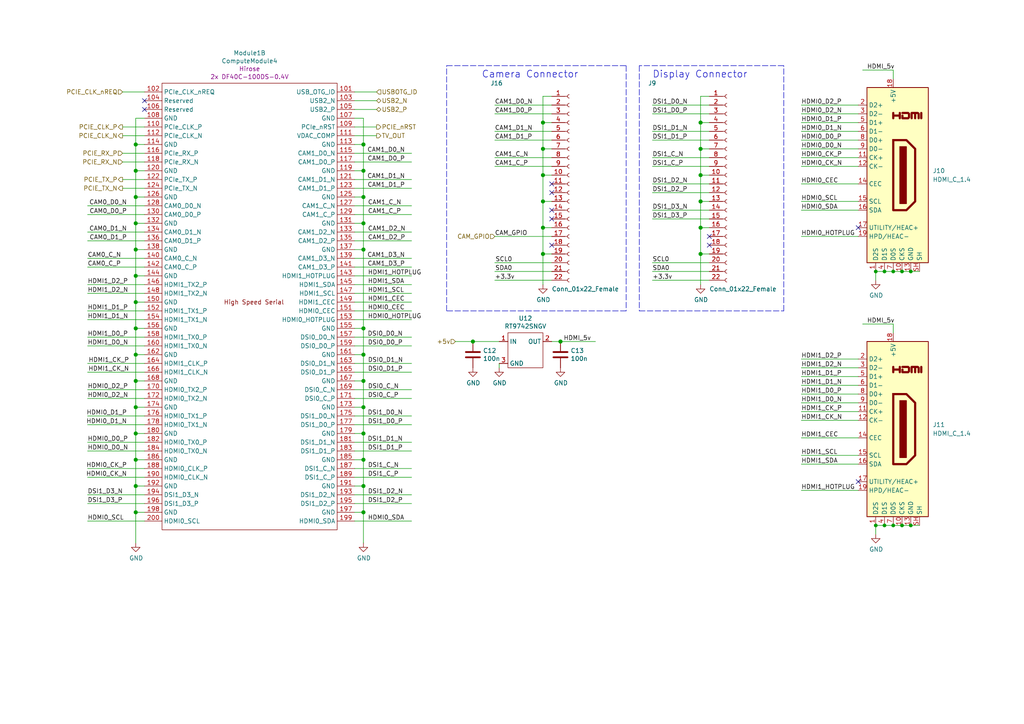
<source format=kicad_sch>
(kicad_sch (version 20220126) (generator eeschema)

  (uuid ac264c30-3e9a-4be2-b97a-9949b68bd497)

  (paper "A4")

  (title_block
    (title "Compute Module 4 IO Board - CM4 - Highspeed")
    (rev "1")
    (company "(c) Raspberry Pi Trading 2020")
    (comment 1 "www.raspberrypi.org")
  )

  (lib_symbols
    (symbol "CM4IO:ComputeModule4-CM4" (in_bom yes) (on_board yes)
      (property "Reference" "Module" (id 0) (at 113.03 -68.58 0)
        (effects (font (size 1.27 1.27)))
      )
      (property "Value" "ComputeModule4-CM4" (id 1) (at 140.97 2.54 0)
        (effects (font (size 1.27 1.27)))
      )
      (property "Footprint" "CM4IO:Raspberry-Pi-4-Compute-Module" (id 2) (at 142.24 -26.67 0)
        (effects (font (size 1.27 1.27)) hide)
      )
      (property "Datasheet" "" (id 3) (at 142.24 -26.67 0)
        (effects (font (size 1.27 1.27)) hide)
      )
      (property "Field4" "Hirose" (id 4) (at 0 0 0)
        (effects (font (size 1.27 1.27)))
      )
      (property "Field5" "2x DF40C-100DS-0.4V" (id 5) (at 0 -2.54 0)
        (effects (font (size 1.27 1.27)))
      )
      (symbol "ComputeModule4-CM4_1_0"
        (text "GPIO" (at 0 6.35 0)
          (effects (font (size 1.27 1.27)))
        )
      )
      (symbol "ComputeModule4-CM4_1_1"
        (rectangle (start -30.48 -71.12) (end 25.4 58.42)
          (stroke (width 0) (type default))
          (fill (type none))
        )
        (text "600mA Max" (at -8.89 -53.34 0)
          (effects (font (size 1.27 1.27)))
        )
        (text "600mA Max" (at -8.89 -48.26 0)
          (effects (font (size 1.27 1.27)))
        )
        (text "NB SD signals are only available" (at -1.27 -27.94 0)
          (effects (font (size 1.27 1.27)))
        )
        (text "on modules without eMMC" (at -1.27 -30.48 0)
          (effects (font (size 1.27 1.27)))
        )
        (pin power_in line (at 27.94 55.88 180) (length 2.54)
          (name "GND" (effects (font (size 1.27 1.27))))
          (number "1" (effects (font (size 1.27 1.27))))
        )
        (pin passive line (at -33.02 45.72 0) (length 2.54)
          (name "Ethernet_Pair0_N" (effects (font (size 1.27 1.27))))
          (number "10" (effects (font (size 1.27 1.27))))
        )
        (pin output line (at -33.02 -68.58 0) (length 2.54)
          (name "nEXTRST" (effects (font (size 1.27 1.27))))
          (number "100" (effects (font (size 1.27 1.27))))
        )
        (pin passive line (at 27.94 43.18 180) (length 2.54)
          (name "Ethernet_Pair2_P" (effects (font (size 1.27 1.27))))
          (number "11" (effects (font (size 1.27 1.27))))
        )
        (pin passive line (at -33.02 43.18 0) (length 2.54)
          (name "Ethernet_Pair0_P" (effects (font (size 1.27 1.27))))
          (number "12" (effects (font (size 1.27 1.27))))
        )
        (pin power_in line (at 27.94 40.64 180) (length 2.54)
          (name "GND" (effects (font (size 1.27 1.27))))
          (number "13" (effects (font (size 1.27 1.27))))
        )
        (pin power_in line (at -33.02 40.64 0) (length 2.54)
          (name "GND" (effects (font (size 1.27 1.27))))
          (number "14" (effects (font (size 1.27 1.27))))
        )
        (pin output line (at 27.94 38.1 180) (length 2.54)
          (name "Ethernet_nLED3(3.3v)" (effects (font (size 1.27 1.27))))
          (number "15" (effects (font (size 1.27 1.27))))
        )
        (pin input line (at -33.02 38.1 0) (length 2.54)
          (name "Ethernet_SYNC_IN(1.8v)" (effects (font (size 1.27 1.27))))
          (number "16" (effects (font (size 1.27 1.27))))
        )
        (pin output line (at 27.94 35.56 180) (length 2.54)
          (name "Ethernet_nLED2(3.3v)" (effects (font (size 1.27 1.27))))
          (number "17" (effects (font (size 1.27 1.27))))
        )
        (pin input line (at -33.02 35.56 0) (length 2.54)
          (name "Ethernet_SYNC_OUT(1.8v)" (effects (font (size 1.27 1.27))))
          (number "18" (effects (font (size 1.27 1.27))))
        )
        (pin output line (at 27.94 33.02 180) (length 2.54)
          (name "Ethernet_nLED1(3.3v)" (effects (font (size 1.27 1.27))))
          (number "19" (effects (font (size 1.27 1.27))))
        )
        (pin power_in line (at -33.02 55.88 0) (length 2.54)
          (name "GND" (effects (font (size 1.27 1.27))))
          (number "2" (effects (font (size 1.27 1.27))))
        )
        (pin passive line (at -33.02 33.02 0) (length 2.54)
          (name "EEPROM_nWP" (effects (font (size 1.27 1.27))))
          (number "20" (effects (font (size 1.27 1.27))))
        )
        (pin open_collector line (at 27.94 30.48 180) (length 2.54)
          (name "PI_nLED_Activity" (effects (font (size 1.27 1.27))))
          (number "21" (effects (font (size 1.27 1.27))))
        )
        (pin power_in line (at -33.02 30.48 0) (length 2.54)
          (name "GND" (effects (font (size 1.27 1.27))))
          (number "22" (effects (font (size 1.27 1.27))))
        )
        (pin power_in line (at 27.94 27.94 180) (length 2.54)
          (name "GND" (effects (font (size 1.27 1.27))))
          (number "23" (effects (font (size 1.27 1.27))))
        )
        (pin passive line (at -33.02 27.94 0) (length 2.54)
          (name "GPIO26" (effects (font (size 1.27 1.27))))
          (number "24" (effects (font (size 1.27 1.27))))
        )
        (pin passive line (at 27.94 25.4 180) (length 2.54)
          (name "GPIO21" (effects (font (size 1.27 1.27))))
          (number "25" (effects (font (size 1.27 1.27))))
        )
        (pin passive line (at -33.02 25.4 0) (length 2.54)
          (name "GPIO19" (effects (font (size 1.27 1.27))))
          (number "26" (effects (font (size 1.27 1.27))))
        )
        (pin passive line (at 27.94 22.86 180) (length 2.54)
          (name "GPIO20" (effects (font (size 1.27 1.27))))
          (number "27" (effects (font (size 1.27 1.27))))
        )
        (pin passive line (at -33.02 22.86 0) (length 2.54)
          (name "GPIO13" (effects (font (size 1.27 1.27))))
          (number "28" (effects (font (size 1.27 1.27))))
        )
        (pin passive line (at 27.94 20.32 180) (length 2.54)
          (name "GPIO16" (effects (font (size 1.27 1.27))))
          (number "29" (effects (font (size 1.27 1.27))))
        )
        (pin passive line (at 27.94 53.34 180) (length 2.54)
          (name "Ethernet_Pair3_P" (effects (font (size 1.27 1.27))))
          (number "3" (effects (font (size 1.27 1.27))))
        )
        (pin passive line (at -33.02 20.32 0) (length 2.54)
          (name "GPIO6" (effects (font (size 1.27 1.27))))
          (number "30" (effects (font (size 1.27 1.27))))
        )
        (pin passive line (at 27.94 17.78 180) (length 2.54)
          (name "GPIO12" (effects (font (size 1.27 1.27))))
          (number "31" (effects (font (size 1.27 1.27))))
        )
        (pin power_in line (at -33.02 17.78 0) (length 2.54)
          (name "GND" (effects (font (size 1.27 1.27))))
          (number "32" (effects (font (size 1.27 1.27))))
        )
        (pin power_in line (at 27.94 15.24 180) (length 2.54)
          (name "GND" (effects (font (size 1.27 1.27))))
          (number "33" (effects (font (size 1.27 1.27))))
        )
        (pin passive line (at -33.02 15.24 0) (length 2.54)
          (name "GPIO5" (effects (font (size 1.27 1.27))))
          (number "34" (effects (font (size 1.27 1.27))))
        )
        (pin passive line (at 27.94 12.7 180) (length 2.54)
          (name "ID_SC" (effects (font (size 1.27 1.27))))
          (number "35" (effects (font (size 1.27 1.27))))
        )
        (pin passive line (at -33.02 12.7 0) (length 2.54)
          (name "ID_SD" (effects (font (size 1.27 1.27))))
          (number "36" (effects (font (size 1.27 1.27))))
        )
        (pin passive line (at 27.94 10.16 180) (length 2.54)
          (name "GPIO7" (effects (font (size 1.27 1.27))))
          (number "37" (effects (font (size 1.27 1.27))))
        )
        (pin passive line (at -33.02 10.16 0) (length 2.54)
          (name "GPIO11" (effects (font (size 1.27 1.27))))
          (number "38" (effects (font (size 1.27 1.27))))
        )
        (pin passive line (at 27.94 7.62 180) (length 2.54)
          (name "GPIO8" (effects (font (size 1.27 1.27))))
          (number "39" (effects (font (size 1.27 1.27))))
        )
        (pin passive line (at -33.02 53.34 0) (length 2.54)
          (name "Ethernet_Pair1_P" (effects (font (size 1.27 1.27))))
          (number "4" (effects (font (size 1.27 1.27))))
        )
        (pin passive line (at -33.02 7.62 0) (length 2.54)
          (name "GPIO9" (effects (font (size 1.27 1.27))))
          (number "40" (effects (font (size 1.27 1.27))))
        )
        (pin passive line (at 27.94 5.08 180) (length 2.54)
          (name "GPIO25" (effects (font (size 1.27 1.27))))
          (number "41" (effects (font (size 1.27 1.27))))
        )
        (pin power_in line (at -33.02 5.08 0) (length 2.54)
          (name "GND" (effects (font (size 1.27 1.27))))
          (number "42" (effects (font (size 1.27 1.27))))
        )
        (pin power_in line (at 27.94 2.54 180) (length 2.54)
          (name "GND" (effects (font (size 1.27 1.27))))
          (number "43" (effects (font (size 1.27 1.27))))
        )
        (pin passive line (at -33.02 2.54 0) (length 2.54)
          (name "GPIO10" (effects (font (size 1.27 1.27))))
          (number "44" (effects (font (size 1.27 1.27))))
        )
        (pin passive line (at 27.94 0 180) (length 2.54)
          (name "GPIO24" (effects (font (size 1.27 1.27))))
          (number "45" (effects (font (size 1.27 1.27))))
        )
        (pin passive line (at -33.02 0 0) (length 2.54)
          (name "GPIO22" (effects (font (size 1.27 1.27))))
          (number "46" (effects (font (size 1.27 1.27))))
        )
        (pin passive line (at 27.94 -2.54 180) (length 2.54)
          (name "GPIO23" (effects (font (size 1.27 1.27))))
          (number "47" (effects (font (size 1.27 1.27))))
        )
        (pin passive line (at -33.02 -2.54 0) (length 2.54)
          (name "GPIO27" (effects (font (size 1.27 1.27))))
          (number "48" (effects (font (size 1.27 1.27))))
        )
        (pin passive line (at 27.94 -5.08 180) (length 2.54)
          (name "GPIO18" (effects (font (size 1.27 1.27))))
          (number "49" (effects (font (size 1.27 1.27))))
        )
        (pin passive line (at 27.94 50.8 180) (length 2.54)
          (name "Ethernet_Pair3_N" (effects (font (size 1.27 1.27))))
          (number "5" (effects (font (size 1.27 1.27))))
        )
        (pin passive line (at -33.02 -5.08 0) (length 2.54)
          (name "GPIO17" (effects (font (size 1.27 1.27))))
          (number "50" (effects (font (size 1.27 1.27))))
        )
        (pin passive line (at 27.94 -7.62 180) (length 2.54)
          (name "GPIO15" (effects (font (size 1.27 1.27))))
          (number "51" (effects (font (size 1.27 1.27))))
        )
        (pin power_in line (at -33.02 -7.62 0) (length 2.54)
          (name "GND" (effects (font (size 1.27 1.27))))
          (number "52" (effects (font (size 1.27 1.27))))
        )
        (pin power_in line (at 27.94 -10.16 180) (length 2.54)
          (name "GND" (effects (font (size 1.27 1.27))))
          (number "53" (effects (font (size 1.27 1.27))))
        )
        (pin passive line (at -33.02 -10.16 0) (length 2.54)
          (name "GPIO4" (effects (font (size 1.27 1.27))))
          (number "54" (effects (font (size 1.27 1.27))))
        )
        (pin passive line (at 27.94 -12.7 180) (length 2.54)
          (name "GPIO14" (effects (font (size 1.27 1.27))))
          (number "55" (effects (font (size 1.27 1.27))))
        )
        (pin passive line (at -33.02 -12.7 0) (length 2.54)
          (name "GPIO3" (effects (font (size 1.27 1.27))))
          (number "56" (effects (font (size 1.27 1.27))))
        )
        (pin passive line (at 27.94 -15.24 180) (length 2.54)
          (name "SD_CLK" (effects (font (size 1.27 1.27))))
          (number "57" (effects (font (size 1.27 1.27))))
        )
        (pin passive line (at -33.02 -15.24 0) (length 2.54)
          (name "GPIO2" (effects (font (size 1.27 1.27))))
          (number "58" (effects (font (size 1.27 1.27))))
        )
        (pin power_in line (at 27.94 -17.78 180) (length 2.54)
          (name "GND" (effects (font (size 1.27 1.27))))
          (number "59" (effects (font (size 1.27 1.27))))
        )
        (pin passive line (at -33.02 50.8 0) (length 2.54)
          (name "Ethernet_Pair1_N" (effects (font (size 1.27 1.27))))
          (number "6" (effects (font (size 1.27 1.27))))
        )
        (pin power_in line (at -33.02 -17.78 0) (length 2.54)
          (name "GND" (effects (font (size 1.27 1.27))))
          (number "60" (effects (font (size 1.27 1.27))))
        )
        (pin passive line (at 27.94 -20.32 180) (length 2.54)
          (name "SD_DAT3" (effects (font (size 1.27 1.27))))
          (number "61" (effects (font (size 1.27 1.27))))
        )
        (pin passive line (at -33.02 -20.32 0) (length 2.54)
          (name "SD_CMD" (effects (font (size 1.27 1.27))))
          (number "62" (effects (font (size 1.27 1.27))))
        )
        (pin passive line (at 27.94 -22.86 180) (length 2.54)
          (name "SD_DAT0" (effects (font (size 1.27 1.27))))
          (number "63" (effects (font (size 1.27 1.27))))
        )
        (pin passive line (at -33.02 -22.86 0) (length 2.54)
          (name "SD_DAT5" (effects (font (size 1.27 1.27))))
          (number "64" (effects (font (size 1.27 1.27))))
        )
        (pin power_in line (at 27.94 -25.4 180) (length 2.54)
          (name "GND" (effects (font (size 1.27 1.27))))
          (number "65" (effects (font (size 1.27 1.27))))
        )
        (pin power_in line (at -33.02 -25.4 0) (length 2.54)
          (name "GND" (effects (font (size 1.27 1.27))))
          (number "66" (effects (font (size 1.27 1.27))))
        )
        (pin passive line (at 27.94 -27.94 180) (length 2.54)
          (name "SD_DAT1" (effects (font (size 1.27 1.27))))
          (number "67" (effects (font (size 1.27 1.27))))
        )
        (pin passive line (at -33.02 -27.94 0) (length 2.54)
          (name "SD_DAT4" (effects (font (size 1.27 1.27))))
          (number "68" (effects (font (size 1.27 1.27))))
        )
        (pin passive line (at 27.94 -30.48 180) (length 2.54)
          (name "SD_DAT2" (effects (font (size 1.27 1.27))))
          (number "69" (effects (font (size 1.27 1.27))))
        )
        (pin power_in line (at 27.94 48.26 180) (length 2.54)
          (name "GND" (effects (font (size 1.27 1.27))))
          (number "7" (effects (font (size 1.27 1.27))))
        )
        (pin passive line (at -33.02 -30.48 0) (length 2.54)
          (name "SD_DAT7" (effects (font (size 1.27 1.27))))
          (number "70" (effects (font (size 1.27 1.27))))
        )
        (pin power_in line (at 27.94 -33.02 180) (length 2.54)
          (name "GND" (effects (font (size 1.27 1.27))))
          (number "71" (effects (font (size 1.27 1.27))))
        )
        (pin passive line (at -33.02 -33.02 0) (length 2.54)
          (name "SD_DAT6" (effects (font (size 1.27 1.27))))
          (number "72" (effects (font (size 1.27 1.27))))
        )
        (pin input line (at 27.94 -35.56 180) (length 2.54)
          (name "SD_VDD_Override" (effects (font (size 1.27 1.27))))
          (number "73" (effects (font (size 1.27 1.27))))
        )
        (pin power_in line (at -33.02 -35.56 0) (length 2.54)
          (name "GND" (effects (font (size 1.27 1.27))))
          (number "74" (effects (font (size 1.27 1.27))))
        )
        (pin output line (at 27.94 -38.1 180) (length 2.54)
          (name "SD_PWR_ON" (effects (font (size 1.27 1.27))))
          (number "75" (effects (font (size 1.27 1.27))))
        )
        (pin passive line (at -33.02 -38.1 0) (length 2.54)
          (name "Reserved" (effects (font (size 1.27 1.27))))
          (number "76" (effects (font (size 1.27 1.27))))
        )
        (pin power_in line (at 27.94 -40.64 180) (length 2.54)
          (name "+5v_(Input)" (effects (font (size 1.27 1.27))))
          (number "77" (effects (font (size 1.27 1.27))))
        )
        (pin power_in line (at -33.02 -40.64 0) (length 2.54)
          (name "GPIO_VREF(1.8v/3.3v_Input)" (effects (font (size 1.27 1.27))))
          (number "78" (effects (font (size 1.27 1.27))))
        )
        (pin power_in line (at 27.94 -43.18 180) (length 2.54)
          (name "+5v_(Input)" (effects (font (size 1.27 1.27))))
          (number "79" (effects (font (size 1.27 1.27))))
        )
        (pin power_in line (at -33.02 48.26 0) (length 2.54)
          (name "GND" (effects (font (size 1.27 1.27))))
          (number "8" (effects (font (size 1.27 1.27))))
        )
        (pin passive line (at -33.02 -43.18 0) (length 2.54)
          (name "SCL0" (effects (font (size 1.27 1.27))))
          (number "80" (effects (font (size 1.27 1.27))))
        )
        (pin power_in line (at 27.94 -45.72 180) (length 2.54)
          (name "+5v_(Input)" (effects (font (size 1.27 1.27))))
          (number "81" (effects (font (size 1.27 1.27))))
        )
        (pin passive line (at -33.02 -45.72 0) (length 2.54)
          (name "SDA0" (effects (font (size 1.27 1.27))))
          (number "82" (effects (font (size 1.27 1.27))))
        )
        (pin power_in line (at 27.94 -48.26 180) (length 2.54)
          (name "+5v_(Input)" (effects (font (size 1.27 1.27))))
          (number "83" (effects (font (size 1.27 1.27))))
        )
        (pin power_out line (at -33.02 -48.26 0) (length 2.54)
          (name "+3.3v_(Output)" (effects (font (size 1.27 1.27))))
          (number "84" (effects (font (size 1.27 1.27))))
        )
        (pin power_in line (at 27.94 -50.8 180) (length 2.54)
          (name "+5v_(Input)" (effects (font (size 1.27 1.27))))
          (number "85" (effects (font (size 1.27 1.27))))
        )
        (pin power_out line (at -33.02 -50.8 0) (length 2.54)
          (name "+3.3v_(Output)" (effects (font (size 1.27 1.27))))
          (number "86" (effects (font (size 1.27 1.27))))
        )
        (pin power_in line (at 27.94 -53.34 180) (length 2.54)
          (name "+5v_(Input)" (effects (font (size 1.27 1.27))))
          (number "87" (effects (font (size 1.27 1.27))))
        )
        (pin power_out line (at -33.02 -53.34 0) (length 2.54)
          (name "+1.8v_(Output)" (effects (font (size 1.27 1.27))))
          (number "88" (effects (font (size 1.27 1.27))))
        )
        (pin power_in line (at 27.94 -55.88 180) (length 2.54)
          (name "WiFi_nDisable" (effects (font (size 1.27 1.27))))
          (number "89" (effects (font (size 1.27 1.27))))
        )
        (pin passive line (at 27.94 45.72 180) (length 2.54)
          (name "Ethernet_Pair2_N" (effects (font (size 1.27 1.27))))
          (number "9" (effects (font (size 1.27 1.27))))
        )
        (pin power_out line (at -33.02 -55.88 0) (length 2.54)
          (name "+1.8v_(Output)" (effects (font (size 1.27 1.27))))
          (number "90" (effects (font (size 1.27 1.27))))
        )
        (pin power_in line (at 27.94 -58.42 180) (length 2.54)
          (name "BT_nDisable" (effects (font (size 1.27 1.27))))
          (number "91" (effects (font (size 1.27 1.27))))
        )
        (pin passive line (at -33.02 -58.42 0) (length 2.54)
          (name "RUN_PG" (effects (font (size 1.27 1.27))))
          (number "92" (effects (font (size 1.27 1.27))))
        )
        (pin input line (at 27.94 -60.96 180) (length 2.54)
          (name "nRPIBOOT" (effects (font (size 1.27 1.27))))
          (number "93" (effects (font (size 1.27 1.27))))
        )
        (pin passive line (at -33.02 -60.96 0) (length 2.54)
          (name "AnalogIP1" (effects (font (size 1.27 1.27))))
          (number "94" (effects (font (size 1.27 1.27))))
        )
        (pin output line (at 27.94 -63.5 180) (length 2.54)
          (name "nPI_LED_PWR" (effects (font (size 1.27 1.27))))
          (number "95" (effects (font (size 1.27 1.27))))
        )
        (pin passive line (at -33.02 -63.5 0) (length 2.54)
          (name "AnalogIP0" (effects (font (size 1.27 1.27))))
          (number "96" (effects (font (size 1.27 1.27))))
        )
        (pin passive line (at 27.94 -66.04 180) (length 2.54)
          (name "Camera_GPIO" (effects (font (size 1.27 1.27))))
          (number "97" (effects (font (size 1.27 1.27))))
        )
        (pin power_in line (at -33.02 -66.04 0) (length 2.54)
          (name "GND" (effects (font (size 1.27 1.27))))
          (number "98" (effects (font (size 1.27 1.27))))
        )
        (pin input line (at 27.94 -68.58 180) (length 2.54)
          (name "Global_EN" (effects (font (size 1.27 1.27))))
          (number "99" (effects (font (size 1.27 1.27))))
        )
      )
      (symbol "ComputeModule4-CM4_2_1"
        (rectangle (start 114.3 -66.04) (end 165.1 63.5)
          (stroke (width 0) (type default))
          (fill (type none))
        )
        (text "High Speed Serial" (at 140.97 0 0)
          (effects (font (size 1.27 1.27)))
        )
        (pin input line (at 170.18 60.96 180) (length 5.08)
          (name "USB_OTG_ID" (effects (font (size 1.27 1.27))))
          (number "101" (effects (font (size 1.27 1.27))))
        )
        (pin input line (at 109.22 60.96 0) (length 5.08)
          (name "PCIe_CLK_nREQ" (effects (font (size 1.27 1.27))))
          (number "102" (effects (font (size 1.27 1.27))))
        )
        (pin passive line (at 170.18 58.42 180) (length 5.08)
          (name "USB2_N" (effects (font (size 1.27 1.27))))
          (number "103" (effects (font (size 1.27 1.27))))
        )
        (pin passive line (at 109.22 58.42 0) (length 5.08)
          (name "Reserved" (effects (font (size 1.27 1.27))))
          (number "104" (effects (font (size 1.27 1.27))))
        )
        (pin passive line (at 170.18 55.88 180) (length 5.08)
          (name "USB2_P" (effects (font (size 1.27 1.27))))
          (number "105" (effects (font (size 1.27 1.27))))
        )
        (pin passive line (at 109.22 55.88 0) (length 5.08)
          (name "Reserved" (effects (font (size 1.27 1.27))))
          (number "106" (effects (font (size 1.27 1.27))))
        )
        (pin power_in line (at 170.18 53.34 180) (length 5.08)
          (name "GND" (effects (font (size 1.27 1.27))))
          (number "107" (effects (font (size 1.27 1.27))))
        )
        (pin power_in line (at 109.22 53.34 0) (length 5.08)
          (name "GND" (effects (font (size 1.27 1.27))))
          (number "108" (effects (font (size 1.27 1.27))))
        )
        (pin bidirectional line (at 170.18 50.8 180) (length 5.08)
          (name "PCIe_nRST" (effects (font (size 1.27 1.27))))
          (number "109" (effects (font (size 1.27 1.27))))
        )
        (pin output line (at 109.22 50.8 0) (length 5.08)
          (name "PCIe_CLK_P" (effects (font (size 1.27 1.27))))
          (number "110" (effects (font (size 1.27 1.27))))
        )
        (pin passive line (at 170.18 48.26 180) (length 5.08)
          (name "VDAC_COMP" (effects (font (size 1.27 1.27))))
          (number "111" (effects (font (size 1.27 1.27))))
        )
        (pin output line (at 109.22 48.26 0) (length 5.08)
          (name "PCIe_CLK_N" (effects (font (size 1.27 1.27))))
          (number "112" (effects (font (size 1.27 1.27))))
        )
        (pin power_in line (at 170.18 45.72 180) (length 5.08)
          (name "GND" (effects (font (size 1.27 1.27))))
          (number "113" (effects (font (size 1.27 1.27))))
        )
        (pin power_in line (at 109.22 45.72 0) (length 5.08)
          (name "GND" (effects (font (size 1.27 1.27))))
          (number "114" (effects (font (size 1.27 1.27))))
        )
        (pin input line (at 170.18 43.18 180) (length 5.08)
          (name "CAM1_D0_N" (effects (font (size 1.27 1.27))))
          (number "115" (effects (font (size 1.27 1.27))))
        )
        (pin input line (at 109.22 43.18 0) (length 5.08)
          (name "PCIe_RX_P" (effects (font (size 1.27 1.27))))
          (number "116" (effects (font (size 1.27 1.27))))
        )
        (pin input line (at 170.18 40.64 180) (length 5.08)
          (name "CAM1_D0_P" (effects (font (size 1.27 1.27))))
          (number "117" (effects (font (size 1.27 1.27))))
        )
        (pin input line (at 109.22 40.64 0) (length 5.08)
          (name "PCIe_RX_N" (effects (font (size 1.27 1.27))))
          (number "118" (effects (font (size 1.27 1.27))))
        )
        (pin power_in line (at 170.18 38.1 180) (length 5.08)
          (name "GND" (effects (font (size 1.27 1.27))))
          (number "119" (effects (font (size 1.27 1.27))))
        )
        (pin power_in line (at 109.22 38.1 0) (length 5.08)
          (name "GND" (effects (font (size 1.27 1.27))))
          (number "120" (effects (font (size 1.27 1.27))))
        )
        (pin input line (at 170.18 35.56 180) (length 5.08)
          (name "CAM1_D1_N" (effects (font (size 1.27 1.27))))
          (number "121" (effects (font (size 1.27 1.27))))
        )
        (pin output line (at 109.22 35.56 0) (length 5.08)
          (name "PCIe_TX_P" (effects (font (size 1.27 1.27))))
          (number "122" (effects (font (size 1.27 1.27))))
        )
        (pin input line (at 170.18 33.02 180) (length 5.08)
          (name "CAM1_D1_P" (effects (font (size 1.27 1.27))))
          (number "123" (effects (font (size 1.27 1.27))))
        )
        (pin output line (at 109.22 33.02 0) (length 5.08)
          (name "PCIe_TX_N" (effects (font (size 1.27 1.27))))
          (number "124" (effects (font (size 1.27 1.27))))
        )
        (pin power_in line (at 170.18 30.48 180) (length 5.08)
          (name "GND" (effects (font (size 1.27 1.27))))
          (number "125" (effects (font (size 1.27 1.27))))
        )
        (pin power_in line (at 109.22 30.48 0) (length 5.08)
          (name "GND" (effects (font (size 1.27 1.27))))
          (number "126" (effects (font (size 1.27 1.27))))
        )
        (pin input line (at 170.18 27.94 180) (length 5.08)
          (name "CAM1_C_N" (effects (font (size 1.27 1.27))))
          (number "127" (effects (font (size 1.27 1.27))))
        )
        (pin input line (at 109.22 27.94 0) (length 5.08)
          (name "CAM0_D0_N" (effects (font (size 1.27 1.27))))
          (number "128" (effects (font (size 1.27 1.27))))
        )
        (pin input line (at 170.18 25.4 180) (length 5.08)
          (name "CAM1_C_P" (effects (font (size 1.27 1.27))))
          (number "129" (effects (font (size 1.27 1.27))))
        )
        (pin input line (at 109.22 25.4 0) (length 5.08)
          (name "CAM0_D0_P" (effects (font (size 1.27 1.27))))
          (number "130" (effects (font (size 1.27 1.27))))
        )
        (pin power_in line (at 170.18 22.86 180) (length 5.08)
          (name "GND" (effects (font (size 1.27 1.27))))
          (number "131" (effects (font (size 1.27 1.27))))
        )
        (pin power_in line (at 109.22 22.86 0) (length 5.08)
          (name "GND" (effects (font (size 1.27 1.27))))
          (number "132" (effects (font (size 1.27 1.27))))
        )
        (pin input line (at 170.18 20.32 180) (length 5.08)
          (name "CAM1_D2_N" (effects (font (size 1.27 1.27))))
          (number "133" (effects (font (size 1.27 1.27))))
        )
        (pin input line (at 109.22 20.32 0) (length 5.08)
          (name "CAM0_D1_N" (effects (font (size 1.27 1.27))))
          (number "134" (effects (font (size 1.27 1.27))))
        )
        (pin input line (at 170.18 17.78 180) (length 5.08)
          (name "CAM1_D2_P" (effects (font (size 1.27 1.27))))
          (number "135" (effects (font (size 1.27 1.27))))
        )
        (pin input line (at 109.22 17.78 0) (length 5.08)
          (name "CAM0_D1_P" (effects (font (size 1.27 1.27))))
          (number "136" (effects (font (size 1.27 1.27))))
        )
        (pin power_in line (at 170.18 15.24 180) (length 5.08)
          (name "GND" (effects (font (size 1.27 1.27))))
          (number "137" (effects (font (size 1.27 1.27))))
        )
        (pin power_in line (at 109.22 15.24 0) (length 5.08)
          (name "GND" (effects (font (size 1.27 1.27))))
          (number "138" (effects (font (size 1.27 1.27))))
        )
        (pin input line (at 170.18 12.7 180) (length 5.08)
          (name "CAM1_D3_N" (effects (font (size 1.27 1.27))))
          (number "139" (effects (font (size 1.27 1.27))))
        )
        (pin input line (at 109.22 12.7 0) (length 5.08)
          (name "CAM0_C_N" (effects (font (size 1.27 1.27))))
          (number "140" (effects (font (size 1.27 1.27))))
        )
        (pin input line (at 170.18 10.16 180) (length 5.08)
          (name "CAM1_D3_P" (effects (font (size 1.27 1.27))))
          (number "141" (effects (font (size 1.27 1.27))))
        )
        (pin input line (at 109.22 10.16 0) (length 5.08)
          (name "CAM0_C_P" (effects (font (size 1.27 1.27))))
          (number "142" (effects (font (size 1.27 1.27))))
        )
        (pin input line (at 170.18 7.62 180) (length 5.08)
          (name "HDMI1_HOTPLUG" (effects (font (size 1.27 1.27))))
          (number "143" (effects (font (size 1.27 1.27))))
        )
        (pin power_in line (at 109.22 7.62 0) (length 5.08)
          (name "GND" (effects (font (size 1.27 1.27))))
          (number "144" (effects (font (size 1.27 1.27))))
        )
        (pin bidirectional line (at 170.18 5.08 180) (length 5.08)
          (name "HDMI1_SDA" (effects (font (size 1.27 1.27))))
          (number "145" (effects (font (size 1.27 1.27))))
        )
        (pin output line (at 109.22 5.08 0) (length 5.08)
          (name "HDMI1_TX2_P" (effects (font (size 1.27 1.27))))
          (number "146" (effects (font (size 1.27 1.27))))
        )
        (pin open_collector line (at 170.18 2.54 180) (length 5.08)
          (name "HDMI1_SCL" (effects (font (size 1.27 1.27))))
          (number "147" (effects (font (size 1.27 1.27))))
        )
        (pin output line (at 109.22 2.54 0) (length 5.08)
          (name "HDMI1_TX2_N" (effects (font (size 1.27 1.27))))
          (number "148" (effects (font (size 1.27 1.27))))
        )
        (pin open_collector line (at 170.18 0 180) (length 5.08)
          (name "HDMI1_CEC" (effects (font (size 1.27 1.27))))
          (number "149" (effects (font (size 1.27 1.27))))
        )
        (pin power_in line (at 109.22 0 0) (length 5.08)
          (name "GND" (effects (font (size 1.27 1.27))))
          (number "150" (effects (font (size 1.27 1.27))))
        )
        (pin open_collector line (at 170.18 -2.54 180) (length 5.08)
          (name "HDMI0_CEC" (effects (font (size 1.27 1.27))))
          (number "151" (effects (font (size 1.27 1.27))))
        )
        (pin output line (at 109.22 -2.54 0) (length 5.08)
          (name "HDMI1_TX1_P" (effects (font (size 1.27 1.27))))
          (number "152" (effects (font (size 1.27 1.27))))
        )
        (pin input line (at 170.18 -5.08 180) (length 5.08)
          (name "HDMI0_HOTPLUG" (effects (font (size 1.27 1.27))))
          (number "153" (effects (font (size 1.27 1.27))))
        )
        (pin output line (at 109.22 -5.08 0) (length 5.08)
          (name "HDMI1_TX1_N" (effects (font (size 1.27 1.27))))
          (number "154" (effects (font (size 1.27 1.27))))
        )
        (pin power_in line (at 170.18 -7.62 180) (length 5.08)
          (name "GND" (effects (font (size 1.27 1.27))))
          (number "155" (effects (font (size 1.27 1.27))))
        )
        (pin power_in line (at 109.22 -7.62 0) (length 5.08)
          (name "GND" (effects (font (size 1.27 1.27))))
          (number "156" (effects (font (size 1.27 1.27))))
        )
        (pin output line (at 170.18 -10.16 180) (length 5.08)
          (name "DSI0_D0_N" (effects (font (size 1.27 1.27))))
          (number "157" (effects (font (size 1.27 1.27))))
        )
        (pin output line (at 109.22 -10.16 0) (length 5.08)
          (name "HDMI1_TX0_P" (effects (font (size 1.27 1.27))))
          (number "158" (effects (font (size 1.27 1.27))))
        )
        (pin output line (at 170.18 -12.7 180) (length 5.08)
          (name "DSI0_D0_P" (effects (font (size 1.27 1.27))))
          (number "159" (effects (font (size 1.27 1.27))))
        )
        (pin output line (at 109.22 -12.7 0) (length 5.08)
          (name "HDMI1_TX0_N" (effects (font (size 1.27 1.27))))
          (number "160" (effects (font (size 1.27 1.27))))
        )
        (pin power_in line (at 170.18 -15.24 180) (length 5.08)
          (name "GND" (effects (font (size 1.27 1.27))))
          (number "161" (effects (font (size 1.27 1.27))))
        )
        (pin power_in line (at 109.22 -15.24 0) (length 5.08)
          (name "GND" (effects (font (size 1.27 1.27))))
          (number "162" (effects (font (size 1.27 1.27))))
        )
        (pin output line (at 170.18 -17.78 180) (length 5.08)
          (name "DSI0_D1_N" (effects (font (size 1.27 1.27))))
          (number "163" (effects (font (size 1.27 1.27))))
        )
        (pin output line (at 109.22 -17.78 0) (length 5.08)
          (name "HDMI1_CLK_P" (effects (font (size 1.27 1.27))))
          (number "164" (effects (font (size 1.27 1.27))))
        )
        (pin output line (at 170.18 -20.32 180) (length 5.08)
          (name "DSI0_D1_P" (effects (font (size 1.27 1.27))))
          (number "165" (effects (font (size 1.27 1.27))))
        )
        (pin output line (at 109.22 -20.32 0) (length 5.08)
          (name "HDMI1_CLK_N" (effects (font (size 1.27 1.27))))
          (number "166" (effects (font (size 1.27 1.27))))
        )
        (pin power_in line (at 170.18 -22.86 180) (length 5.08)
          (name "GND" (effects (font (size 1.27 1.27))))
          (number "167" (effects (font (size 1.27 1.27))))
        )
        (pin power_in line (at 109.22 -22.86 0) (length 5.08)
          (name "GND" (effects (font (size 1.27 1.27))))
          (number "168" (effects (font (size 1.27 1.27))))
        )
        (pin output line (at 170.18 -25.4 180) (length 5.08)
          (name "DSI0_C_N" (effects (font (size 1.27 1.27))))
          (number "169" (effects (font (size 1.27 1.27))))
        )
        (pin output line (at 109.22 -25.4 0) (length 5.08)
          (name "HDMI0_TX2_P" (effects (font (size 1.27 1.27))))
          (number "170" (effects (font (size 1.27 1.27))))
        )
        (pin output line (at 170.18 -27.94 180) (length 5.08)
          (name "DSI0_C_P" (effects (font (size 1.27 1.27))))
          (number "171" (effects (font (size 1.27 1.27))))
        )
        (pin output line (at 109.22 -27.94 0) (length 5.08)
          (name "HDMI0_TX2_N" (effects (font (size 1.27 1.27))))
          (number "172" (effects (font (size 1.27 1.27))))
        )
        (pin power_in line (at 170.18 -30.48 180) (length 5.08)
          (name "GND" (effects (font (size 1.27 1.27))))
          (number "173" (effects (font (size 1.27 1.27))))
        )
        (pin power_in line (at 109.22 -30.48 0) (length 5.08)
          (name "GND" (effects (font (size 1.27 1.27))))
          (number "174" (effects (font (size 1.27 1.27))))
        )
        (pin output line (at 170.18 -33.02 180) (length 5.08)
          (name "DSI1_D0_N" (effects (font (size 1.27 1.27))))
          (number "175" (effects (font (size 1.27 1.27))))
        )
        (pin output line (at 109.22 -33.02 0) (length 5.08)
          (name "HDMI0_TX1_P" (effects (font (size 1.27 1.27))))
          (number "176" (effects (font (size 1.27 1.27))))
        )
        (pin output line (at 170.18 -35.56 180) (length 5.08)
          (name "DSI1_D0_P" (effects (font (size 1.27 1.27))))
          (number "177" (effects (font (size 1.27 1.27))))
        )
        (pin output line (at 109.22 -35.56 0) (length 5.08)
          (name "HDMI0_TX1_N" (effects (font (size 1.27 1.27))))
          (number "178" (effects (font (size 1.27 1.27))))
        )
        (pin power_in line (at 170.18 -38.1 180) (length 5.08)
          (name "GND" (effects (font (size 1.27 1.27))))
          (number "179" (effects (font (size 1.27 1.27))))
        )
        (pin power_in line (at 109.22 -38.1 0) (length 5.08)
          (name "GND" (effects (font (size 1.27 1.27))))
          (number "180" (effects (font (size 1.27 1.27))))
        )
        (pin output line (at 170.18 -40.64 180) (length 5.08)
          (name "DSI1_D1_N" (effects (font (size 1.27 1.27))))
          (number "181" (effects (font (size 1.27 1.27))))
        )
        (pin output line (at 109.22 -40.64 0) (length 5.08)
          (name "HDMI0_TX0_P" (effects (font (size 1.27 1.27))))
          (number "182" (effects (font (size 1.27 1.27))))
        )
        (pin output line (at 170.18 -43.18 180) (length 5.08)
          (name "DSI1_D1_P" (effects (font (size 1.27 1.27))))
          (number "183" (effects (font (size 1.27 1.27))))
        )
        (pin output line (at 109.22 -43.18 0) (length 5.08)
          (name "HDMI0_TX0_N" (effects (font (size 1.27 1.27))))
          (number "184" (effects (font (size 1.27 1.27))))
        )
        (pin power_in line (at 170.18 -45.72 180) (length 5.08)
          (name "GND" (effects (font (size 1.27 1.27))))
          (number "185" (effects (font (size 1.27 1.27))))
        )
        (pin power_in line (at 109.22 -45.72 0) (length 5.08)
          (name "GND" (effects (font (size 1.27 1.27))))
          (number "186" (effects (font (size 1.27 1.27))))
        )
        (pin output line (at 170.18 -48.26 180) (length 5.08)
          (name "DSI1_C_N" (effects (font (size 1.27 1.27))))
          (number "187" (effects (font (size 1.27 1.27))))
        )
        (pin output line (at 109.22 -48.26 0) (length 5.08)
          (name "HDMI0_CLK_P" (effects (font (size 1.27 1.27))))
          (number "188" (effects (font (size 1.27 1.27))))
        )
        (pin output line (at 170.18 -50.8 180) (length 5.08)
          (name "DSI1_C_P" (effects (font (size 1.27 1.27))))
          (number "189" (effects (font (size 1.27 1.27))))
        )
        (pin output line (at 109.22 -50.8 0) (length 5.08)
          (name "HDMI0_CLK_N" (effects (font (size 1.27 1.27))))
          (number "190" (effects (font (size 1.27 1.27))))
        )
        (pin power_in line (at 170.18 -53.34 180) (length 5.08)
          (name "GND" (effects (font (size 1.27 1.27))))
          (number "191" (effects (font (size 1.27 1.27))))
        )
        (pin power_in line (at 109.22 -53.34 0) (length 5.08)
          (name "GND" (effects (font (size 1.27 1.27))))
          (number "192" (effects (font (size 1.27 1.27))))
        )
        (pin output line (at 170.18 -55.88 180) (length 5.08)
          (name "DSI1_D2_N" (effects (font (size 1.27 1.27))))
          (number "193" (effects (font (size 1.27 1.27))))
        )
        (pin output line (at 109.22 -55.88 0) (length 5.08)
          (name "DSI1_D3_N" (effects (font (size 1.27 1.27))))
          (number "194" (effects (font (size 1.27 1.27))))
        )
        (pin output line (at 170.18 -58.42 180) (length 5.08)
          (name "DSI1_D2_P" (effects (font (size 1.27 1.27))))
          (number "195" (effects (font (size 1.27 1.27))))
        )
        (pin output line (at 109.22 -58.42 0) (length 5.08)
          (name "DSI1_D3_P" (effects (font (size 1.27 1.27))))
          (number "196" (effects (font (size 1.27 1.27))))
        )
        (pin power_in line (at 170.18 -60.96 180) (length 5.08)
          (name "GND" (effects (font (size 1.27 1.27))))
          (number "197" (effects (font (size 1.27 1.27))))
        )
        (pin power_in line (at 109.22 -60.96 0) (length 5.08)
          (name "GND" (effects (font (size 1.27 1.27))))
          (number "198" (effects (font (size 1.27 1.27))))
        )
        (pin bidirectional line (at 170.18 -63.5 180) (length 5.08)
          (name "HDMI0_SDA" (effects (font (size 1.27 1.27))))
          (number "199" (effects (font (size 1.27 1.27))))
        )
        (pin open_collector line (at 109.22 -63.5 0) (length 5.08)
          (name "HDMI0_SCL" (effects (font (size 1.27 1.27))))
          (number "200" (effects (font (size 1.27 1.27))))
        )
      )
    )
    (symbol "CM4IO:RT9742SNGV" (in_bom yes) (on_board yes)
      (property "Reference" "U" (id 0) (at -2.54 7.62 0)
        (effects (font (size 1.27 1.27)))
      )
      (property "Value" "RT9742SNGV" (id 1) (at 3.81 -5.08 0)
        (effects (font (size 1.27 1.27)))
      )
      (property "Footprint" "" (id 2) (at 0 0 0)
        (effects (font (size 1.27 1.27)) hide)
      )
      (property "Datasheet" "" (id 3) (at 0 0 0)
        (effects (font (size 1.27 1.27)) hide)
      )
      (symbol "RT9742SNGV_0_1"
        (rectangle (start -2.54 6.35) (end 7.62 -3.81)
          (stroke (width 0) (type default))
          (fill (type none))
        )
      )
      (symbol "RT9742SNGV_1_1"
        (pin power_in line (at -5.08 3.81 0) (length 2.54)
          (name "IN" (effects (font (size 1.27 1.27))))
          (number "1" (effects (font (size 1.27 1.27))))
        )
        (pin power_in line (at 10.16 3.81 180) (length 2.54)
          (name "OUT" (effects (font (size 1.27 1.27))))
          (number "2" (effects (font (size 1.27 1.27))))
        )
        (pin power_in line (at -5.08 -2.54 0) (length 2.54)
          (name "GND" (effects (font (size 1.27 1.27))))
          (number "3" (effects (font (size 1.27 1.27))))
        )
      )
    )
    (symbol "Connector:Conn_01x22_Female" (pin_names (offset 1.016) hide) (in_bom yes) (on_board yes)
      (property "Reference" "J" (id 0) (at 0 27.94 0)
        (effects (font (size 1.27 1.27)))
      )
      (property "Value" "Conn_01x22_Female" (id 1) (at 0 -30.48 0)
        (effects (font (size 1.27 1.27)))
      )
      (property "Footprint" "" (id 2) (at 0 0 0)
        (effects (font (size 1.27 1.27)) hide)
      )
      (property "Datasheet" "~" (id 3) (at 0 0 0)
        (effects (font (size 1.27 1.27)) hide)
      )
      (property "ki_keywords" "connector" (id 4) (at 0 0 0)
        (effects (font (size 1.27 1.27)) hide)
      )
      (property "ki_description" "Generic connector, single row, 01x22, script generated (kicad-library-utils/schlib/autogen/connector/)" (id 5) (at 0 0 0)
        (effects (font (size 1.27 1.27)) hide)
      )
      (property "ki_fp_filters" "Connector*:*_1x??_*" (id 6) (at 0 0 0)
        (effects (font (size 1.27 1.27)) hide)
      )
      (symbol "Conn_01x22_Female_1_1"
        (arc (start 0 -27.432) (mid -0.508 -27.94) (end 0 -28.448)
          (stroke (width 0.1524) (type default))
          (fill (type none))
        )
        (arc (start 0 -24.892) (mid -0.508 -25.4) (end 0 -25.908)
          (stroke (width 0.1524) (type default))
          (fill (type none))
        )
        (arc (start 0 -22.352) (mid -0.508 -22.86) (end 0 -23.368)
          (stroke (width 0.1524) (type default))
          (fill (type none))
        )
        (arc (start 0 -19.812) (mid -0.508 -20.32) (end 0 -20.828)
          (stroke (width 0.1524) (type default))
          (fill (type none))
        )
        (arc (start 0 -17.272) (mid -0.508 -17.78) (end 0 -18.288)
          (stroke (width 0.1524) (type default))
          (fill (type none))
        )
        (arc (start 0 -14.732) (mid -0.508 -15.24) (end 0 -15.748)
          (stroke (width 0.1524) (type default))
          (fill (type none))
        )
        (arc (start 0 -12.192) (mid -0.508 -12.7) (end 0 -13.208)
          (stroke (width 0.1524) (type default))
          (fill (type none))
        )
        (arc (start 0 -9.652) (mid -0.508 -10.16) (end 0 -10.668)
          (stroke (width 0.1524) (type default))
          (fill (type none))
        )
        (arc (start 0 -7.112) (mid -0.508 -7.62) (end 0 -8.128)
          (stroke (width 0.1524) (type default))
          (fill (type none))
        )
        (arc (start 0 -4.572) (mid -0.508 -5.08) (end 0 -5.588)
          (stroke (width 0.1524) (type default))
          (fill (type none))
        )
        (arc (start 0 -2.032) (mid -0.508 -2.54) (end 0 -3.048)
          (stroke (width 0.1524) (type default))
          (fill (type none))
        )
        (polyline
          (pts
            (xy -1.27 -27.94)
            (xy -0.508 -27.94)
          )
          (stroke (width 0.1524) (type default))
          (fill (type none))
        )
        (polyline
          (pts
            (xy -1.27 -25.4)
            (xy -0.508 -25.4)
          )
          (stroke (width 0.1524) (type default))
          (fill (type none))
        )
        (polyline
          (pts
            (xy -1.27 -22.86)
            (xy -0.508 -22.86)
          )
          (stroke (width 0.1524) (type default))
          (fill (type none))
        )
        (polyline
          (pts
            (xy -1.27 -20.32)
            (xy -0.508 -20.32)
          )
          (stroke (width 0.1524) (type default))
          (fill (type none))
        )
        (polyline
          (pts
            (xy -1.27 -17.78)
            (xy -0.508 -17.78)
          )
          (stroke (width 0.1524) (type default))
          (fill (type none))
        )
        (polyline
          (pts
            (xy -1.27 -15.24)
            (xy -0.508 -15.24)
          )
          (stroke (width 0.1524) (type default))
          (fill (type none))
        )
        (polyline
          (pts
            (xy -1.27 -12.7)
            (xy -0.508 -12.7)
          )
          (stroke (width 0.1524) (type default))
          (fill (type none))
        )
        (polyline
          (pts
            (xy -1.27 -10.16)
            (xy -0.508 -10.16)
          )
          (stroke (width 0.1524) (type default))
          (fill (type none))
        )
        (polyline
          (pts
            (xy -1.27 -7.62)
            (xy -0.508 -7.62)
          )
          (stroke (width 0.1524) (type default))
          (fill (type none))
        )
        (polyline
          (pts
            (xy -1.27 -5.08)
            (xy -0.508 -5.08)
          )
          (stroke (width 0.1524) (type default))
          (fill (type none))
        )
        (polyline
          (pts
            (xy -1.27 -2.54)
            (xy -0.508 -2.54)
          )
          (stroke (width 0.1524) (type default))
          (fill (type none))
        )
        (polyline
          (pts
            (xy -1.27 0)
            (xy -0.508 0)
          )
          (stroke (width 0.1524) (type default))
          (fill (type none))
        )
        (polyline
          (pts
            (xy -1.27 2.54)
            (xy -0.508 2.54)
          )
          (stroke (width 0.1524) (type default))
          (fill (type none))
        )
        (polyline
          (pts
            (xy -1.27 5.08)
            (xy -0.508 5.08)
          )
          (stroke (width 0.1524) (type default))
          (fill (type none))
        )
        (polyline
          (pts
            (xy -1.27 7.62)
            (xy -0.508 7.62)
          )
          (stroke (width 0.1524) (type default))
          (fill (type none))
        )
        (polyline
          (pts
            (xy -1.27 10.16)
            (xy -0.508 10.16)
          )
          (stroke (width 0.1524) (type default))
          (fill (type none))
        )
        (polyline
          (pts
            (xy -1.27 12.7)
            (xy -0.508 12.7)
          )
          (stroke (width 0.1524) (type default))
          (fill (type none))
        )
        (polyline
          (pts
            (xy -1.27 15.24)
            (xy -0.508 15.24)
          )
          (stroke (width 0.1524) (type default))
          (fill (type none))
        )
        (polyline
          (pts
            (xy -1.27 17.78)
            (xy -0.508 17.78)
          )
          (stroke (width 0.1524) (type default))
          (fill (type none))
        )
        (polyline
          (pts
            (xy -1.27 20.32)
            (xy -0.508 20.32)
          )
          (stroke (width 0.1524) (type default))
          (fill (type none))
        )
        (polyline
          (pts
            (xy -1.27 22.86)
            (xy -0.508 22.86)
          )
          (stroke (width 0.1524) (type default))
          (fill (type none))
        )
        (polyline
          (pts
            (xy -1.27 25.4)
            (xy -0.508 25.4)
          )
          (stroke (width 0.1524) (type default))
          (fill (type none))
        )
        (arc (start 0 0.508) (mid -0.508 0) (end 0 -0.508)
          (stroke (width 0.1524) (type default))
          (fill (type none))
        )
        (arc (start 0 3.048) (mid -0.508 2.54) (end 0 2.032)
          (stroke (width 0.1524) (type default))
          (fill (type none))
        )
        (arc (start 0 5.588) (mid -0.508 5.08) (end 0 4.572)
          (stroke (width 0.1524) (type default))
          (fill (type none))
        )
        (arc (start 0 8.128) (mid -0.508 7.62) (end 0 7.112)
          (stroke (width 0.1524) (type default))
          (fill (type none))
        )
        (arc (start 0 10.668) (mid -0.508 10.16) (end 0 9.652)
          (stroke (width 0.1524) (type default))
          (fill (type none))
        )
        (arc (start 0 13.208) (mid -0.508 12.7) (end 0 12.192)
          (stroke (width 0.1524) (type default))
          (fill (type none))
        )
        (arc (start 0 15.748) (mid -0.508 15.24) (end 0 14.732)
          (stroke (width 0.1524) (type default))
          (fill (type none))
        )
        (arc (start 0 18.288) (mid -0.508 17.78) (end 0 17.272)
          (stroke (width 0.1524) (type default))
          (fill (type none))
        )
        (arc (start 0 20.828) (mid -0.508 20.32) (end 0 19.812)
          (stroke (width 0.1524) (type default))
          (fill (type none))
        )
        (arc (start 0 23.368) (mid -0.508 22.86) (end 0 22.352)
          (stroke (width 0.1524) (type default))
          (fill (type none))
        )
        (arc (start 0 25.908) (mid -0.508 25.4) (end 0 24.892)
          (stroke (width 0.1524) (type default))
          (fill (type none))
        )
        (pin passive line (at -5.08 25.4 0) (length 3.81)
          (name "Pin_1" (effects (font (size 1.27 1.27))))
          (number "1" (effects (font (size 1.27 1.27))))
        )
        (pin passive line (at -5.08 2.54 0) (length 3.81)
          (name "Pin_10" (effects (font (size 1.27 1.27))))
          (number "10" (effects (font (size 1.27 1.27))))
        )
        (pin passive line (at -5.08 0 0) (length 3.81)
          (name "Pin_11" (effects (font (size 1.27 1.27))))
          (number "11" (effects (font (size 1.27 1.27))))
        )
        (pin passive line (at -5.08 -2.54 0) (length 3.81)
          (name "Pin_12" (effects (font (size 1.27 1.27))))
          (number "12" (effects (font (size 1.27 1.27))))
        )
        (pin passive line (at -5.08 -5.08 0) (length 3.81)
          (name "Pin_13" (effects (font (size 1.27 1.27))))
          (number "13" (effects (font (size 1.27 1.27))))
        )
        (pin passive line (at -5.08 -7.62 0) (length 3.81)
          (name "Pin_14" (effects (font (size 1.27 1.27))))
          (number "14" (effects (font (size 1.27 1.27))))
        )
        (pin passive line (at -5.08 -10.16 0) (length 3.81)
          (name "Pin_15" (effects (font (size 1.27 1.27))))
          (number "15" (effects (font (size 1.27 1.27))))
        )
        (pin passive line (at -5.08 -12.7 0) (length 3.81)
          (name "Pin_16" (effects (font (size 1.27 1.27))))
          (number "16" (effects (font (size 1.27 1.27))))
        )
        (pin passive line (at -5.08 -15.24 0) (length 3.81)
          (name "Pin_17" (effects (font (size 1.27 1.27))))
          (number "17" (effects (font (size 1.27 1.27))))
        )
        (pin passive line (at -5.08 -17.78 0) (length 3.81)
          (name "Pin_18" (effects (font (size 1.27 1.27))))
          (number "18" (effects (font (size 1.27 1.27))))
        )
        (pin passive line (at -5.08 -20.32 0) (length 3.81)
          (name "Pin_19" (effects (font (size 1.27 1.27))))
          (number "19" (effects (font (size 1.27 1.27))))
        )
        (pin passive line (at -5.08 22.86 0) (length 3.81)
          (name "Pin_2" (effects (font (size 1.27 1.27))))
          (number "2" (effects (font (size 1.27 1.27))))
        )
        (pin passive line (at -5.08 -22.86 0) (length 3.81)
          (name "Pin_20" (effects (font (size 1.27 1.27))))
          (number "20" (effects (font (size 1.27 1.27))))
        )
        (pin passive line (at -5.08 -25.4 0) (length 3.81)
          (name "Pin_21" (effects (font (size 1.27 1.27))))
          (number "21" (effects (font (size 1.27 1.27))))
        )
        (pin passive line (at -5.08 -27.94 0) (length 3.81)
          (name "Pin_22" (effects (font (size 1.27 1.27))))
          (number "22" (effects (font (size 1.27 1.27))))
        )
        (pin passive line (at -5.08 20.32 0) (length 3.81)
          (name "Pin_3" (effects (font (size 1.27 1.27))))
          (number "3" (effects (font (size 1.27 1.27))))
        )
        (pin passive line (at -5.08 17.78 0) (length 3.81)
          (name "Pin_4" (effects (font (size 1.27 1.27))))
          (number "4" (effects (font (size 1.27 1.27))))
        )
        (pin passive line (at -5.08 15.24 0) (length 3.81)
          (name "Pin_5" (effects (font (size 1.27 1.27))))
          (number "5" (effects (font (size 1.27 1.27))))
        )
        (pin passive line (at -5.08 12.7 0) (length 3.81)
          (name "Pin_6" (effects (font (size 1.27 1.27))))
          (number "6" (effects (font (size 1.27 1.27))))
        )
        (pin passive line (at -5.08 10.16 0) (length 3.81)
          (name "Pin_7" (effects (font (size 1.27 1.27))))
          (number "7" (effects (font (size 1.27 1.27))))
        )
        (pin passive line (at -5.08 7.62 0) (length 3.81)
          (name "Pin_8" (effects (font (size 1.27 1.27))))
          (number "8" (effects (font (size 1.27 1.27))))
        )
        (pin passive line (at -5.08 5.08 0) (length 3.81)
          (name "Pin_9" (effects (font (size 1.27 1.27))))
          (number "9" (effects (font (size 1.27 1.27))))
        )
      )
    )
    (symbol "Connector:HDMI_C_1.4" (in_bom yes) (on_board yes)
      (property "Reference" "J" (id 0) (at -6.35 26.67 0)
        (effects (font (size 1.27 1.27)))
      )
      (property "Value" "HDMI_C_1.4" (id 1) (at 10.16 26.67 0)
        (effects (font (size 1.27 1.27)))
      )
      (property "Footprint" "" (id 2) (at 0.635 0 0)
        (effects (font (size 1.27 1.27)) hide)
      )
      (property "Datasheet" "http://pinoutguide.com/PortableDevices/mini_hdmi_pinout.shtml" (id 3) (at 0.635 0 0)
        (effects (font (size 1.27 1.27)) hide)
      )
      (property "ki_keywords" "hdmi conn" (id 4) (at 0 0 0)
        (effects (font (size 1.27 1.27)) hide)
      )
      (property "ki_description" "HDMI 1.4+ type C connector" (id 5) (at 0 0 0)
        (effects (font (size 1.27 1.27)) hide)
      )
      (property "ki_fp_filters" "HDMI*C*" (id 6) (at 0 0 0)
        (effects (font (size 1.27 1.27)) hide)
      )
      (symbol "HDMI_C_1.4_0_0"
        (polyline
          (pts
            (xy 8.128 16.51)
            (xy 8.128 18.034)
          )
          (stroke (width 0.635) (type default))
          (fill (type none))
        )
        (polyline
          (pts
            (xy 0 16.51)
            (xy 0 18.034)
            (xy 0 17.272)
            (xy 1.905 17.272)
            (xy 1.905 18.034)
            (xy 1.905 16.51)
          )
          (stroke (width 0.635) (type default))
          (fill (type none))
        )
        (polyline
          (pts
            (xy 2.667 18.034)
            (xy 4.318 18.034)
            (xy 4.572 17.78)
            (xy 4.572 16.764)
            (xy 4.318 16.51)
            (xy 2.667 16.51)
            (xy 2.667 17.272)
          )
          (stroke (width 0.635) (type default))
          (fill (type none))
        )
      )
      (symbol "HDMI_C_1.4_0_1"
        (rectangle (start -7.62 25.4) (end 10.16 -25.4)
          (stroke (width 0.254) (type default))
          (fill (type background))
        )
        (polyline
          (pts
            (xy 0 10.16)
            (xy 3.81 10.16)
            (xy 6.35 7.62)
            (xy 6.35 -7.62)
            (xy 3.81 -10.16)
            (xy 0 -10.16)
            (xy 0 10.16)
          )
          (stroke (width 0.635) (type default))
          (fill (type none))
        )
        (polyline
          (pts
            (xy 5.334 16.51)
            (xy 5.334 18.034)
            (xy 6.35 18.034)
            (xy 6.35 16.51)
            (xy 6.35 18.034)
            (xy 7.112 18.034)
            (xy 7.366 17.78)
            (xy 7.366 16.51)
          )
          (stroke (width 0.635) (type default))
          (fill (type none))
        )
        (rectangle (start 1.905 8.255) (end 3.81 -8.255)
          (stroke (width 0.254) (type default))
          (fill (type outline))
        )
      )
      (symbol "HDMI_C_1.4_1_1"
        (pin power_in line (at -5.08 -27.94 90) (length 2.54)
          (name "D2S" (effects (font (size 1.27 1.27))))
          (number "1" (effects (font (size 1.27 1.27))))
        )
        (pin power_in line (at 2.54 -27.94 90) (length 2.54)
          (name "CKS" (effects (font (size 1.27 1.27))))
          (number "10" (effects (font (size 1.27 1.27))))
        )
        (pin passive line (at -10.16 5.08 0) (length 2.54)
          (name "CK+" (effects (font (size 1.27 1.27))))
          (number "11" (effects (font (size 1.27 1.27))))
        )
        (pin passive line (at -10.16 2.54 0) (length 2.54)
          (name "CK-" (effects (font (size 1.27 1.27))))
          (number "12" (effects (font (size 1.27 1.27))))
        )
        (pin power_in line (at 5.08 -27.94 90) (length 2.54)
          (name "GND" (effects (font (size 1.27 1.27))))
          (number "13" (effects (font (size 1.27 1.27))))
        )
        (pin bidirectional line (at -10.16 -2.54 0) (length 2.54)
          (name "CEC" (effects (font (size 1.27 1.27))))
          (number "14" (effects (font (size 1.27 1.27))))
        )
        (pin passive line (at -10.16 -7.62 0) (length 2.54)
          (name "SCL" (effects (font (size 1.27 1.27))))
          (number "15" (effects (font (size 1.27 1.27))))
        )
        (pin bidirectional line (at -10.16 -10.16 0) (length 2.54)
          (name "SDA" (effects (font (size 1.27 1.27))))
          (number "16" (effects (font (size 1.27 1.27))))
        )
        (pin passive line (at -10.16 -15.24 0) (length 2.54)
          (name "UTILITY/HEAC+" (effects (font (size 1.27 1.27))))
          (number "17" (effects (font (size 1.27 1.27))))
        )
        (pin power_in line (at 0 27.94 270) (length 2.54)
          (name "+5V" (effects (font (size 1.27 1.27))))
          (number "18" (effects (font (size 1.27 1.27))))
        )
        (pin passive line (at -10.16 -17.78 0) (length 2.54)
          (name "HPD/HEAC-" (effects (font (size 1.27 1.27))))
          (number "19" (effects (font (size 1.27 1.27))))
        )
        (pin passive line (at -10.16 20.32 0) (length 2.54)
          (name "D2+" (effects (font (size 1.27 1.27))))
          (number "2" (effects (font (size 1.27 1.27))))
        )
        (pin passive line (at -10.16 17.78 0) (length 2.54)
          (name "D2-" (effects (font (size 1.27 1.27))))
          (number "3" (effects (font (size 1.27 1.27))))
        )
        (pin power_in line (at -2.54 -27.94 90) (length 2.54)
          (name "D1S" (effects (font (size 1.27 1.27))))
          (number "4" (effects (font (size 1.27 1.27))))
        )
        (pin passive line (at -10.16 15.24 0) (length 2.54)
          (name "D1+" (effects (font (size 1.27 1.27))))
          (number "5" (effects (font (size 1.27 1.27))))
        )
        (pin passive line (at -10.16 12.7 0) (length 2.54)
          (name "D1-" (effects (font (size 1.27 1.27))))
          (number "6" (effects (font (size 1.27 1.27))))
        )
        (pin power_in line (at 0 -27.94 90) (length 2.54)
          (name "D0S" (effects (font (size 1.27 1.27))))
          (number "7" (effects (font (size 1.27 1.27))))
        )
        (pin passive line (at -10.16 10.16 0) (length 2.54)
          (name "D0+" (effects (font (size 1.27 1.27))))
          (number "8" (effects (font (size 1.27 1.27))))
        )
        (pin passive line (at -10.16 7.62 0) (length 2.54)
          (name "D0-" (effects (font (size 1.27 1.27))))
          (number "9" (effects (font (size 1.27 1.27))))
        )
        (pin passive line (at 7.62 -27.94 90) (length 2.54)
          (name "SH" (effects (font (size 1.27 1.27))))
          (number "SH" (effects (font (size 1.27 1.27))))
        )
      )
    )
    (symbol "Device:C" (pin_numbers hide) (pin_names (offset 0.254)) (in_bom yes) (on_board yes)
      (property "Reference" "C" (id 0) (at 0.635 2.54 0)
        (effects (font (size 1.27 1.27)) (justify left))
      )
      (property "Value" "C" (id 1) (at 0.635 -2.54 0)
        (effects (font (size 1.27 1.27)) (justify left))
      )
      (property "Footprint" "" (id 2) (at 0.9652 -3.81 0)
        (effects (font (size 1.27 1.27)) hide)
      )
      (property "Datasheet" "~" (id 3) (at 0 0 0)
        (effects (font (size 1.27 1.27)) hide)
      )
      (property "ki_keywords" "cap capacitor" (id 4) (at 0 0 0)
        (effects (font (size 1.27 1.27)) hide)
      )
      (property "ki_description" "Unpolarized capacitor" (id 5) (at 0 0 0)
        (effects (font (size 1.27 1.27)) hide)
      )
      (property "ki_fp_filters" "C_*" (id 6) (at 0 0 0)
        (effects (font (size 1.27 1.27)) hide)
      )
      (symbol "C_0_1"
        (polyline
          (pts
            (xy -2.032 -0.762)
            (xy 2.032 -0.762)
          )
          (stroke (width 0.508) (type default))
          (fill (type none))
        )
        (polyline
          (pts
            (xy -2.032 0.762)
            (xy 2.032 0.762)
          )
          (stroke (width 0.508) (type default))
          (fill (type none))
        )
      )
      (symbol "C_1_1"
        (pin passive line (at 0 3.81 270) (length 2.794)
          (name "~" (effects (font (size 1.27 1.27))))
          (number "1" (effects (font (size 1.27 1.27))))
        )
        (pin passive line (at 0 -3.81 90) (length 2.794)
          (name "~" (effects (font (size 1.27 1.27))))
          (number "2" (effects (font (size 1.27 1.27))))
        )
      )
    )
    (symbol "power:GND" (power) (pin_names (offset 0)) (in_bom yes) (on_board yes)
      (property "Reference" "#PWR" (id 0) (at 0 -6.35 0)
        (effects (font (size 1.27 1.27)) hide)
      )
      (property "Value" "GND" (id 1) (at 0 -3.81 0)
        (effects (font (size 1.27 1.27)))
      )
      (property "Footprint" "" (id 2) (at 0 0 0)
        (effects (font (size 1.27 1.27)) hide)
      )
      (property "Datasheet" "" (id 3) (at 0 0 0)
        (effects (font (size 1.27 1.27)) hide)
      )
      (property "ki_keywords" "power-flag" (id 4) (at 0 0 0)
        (effects (font (size 1.27 1.27)) hide)
      )
      (property "ki_description" "Power symbol creates a global label with name \"GND\" , ground" (id 5) (at 0 0 0)
        (effects (font (size 1.27 1.27)) hide)
      )
      (symbol "GND_0_1"
        (polyline
          (pts
            (xy 0 0)
            (xy 0 -1.27)
            (xy 1.27 -1.27)
            (xy 0 -2.54)
            (xy -1.27 -1.27)
            (xy 0 -1.27)
          )
          (stroke (width 0) (type default))
          (fill (type none))
        )
      )
      (symbol "GND_1_1"
        (pin power_in line (at 0 0 270) (length 0) hide
          (name "GND" (effects (font (size 1.27 1.27))))
          (number "1" (effects (font (size 1.27 1.27))))
        )
      )
    )
  )

  (junction (at 105.41 102.87) (diameter 1.016) (color 0 0 0 0)
    (uuid 009b5465-0a65-4237-93e7-eb65321eeb18)
  )
  (junction (at 39.37 41.91) (diameter 1.016) (color 0 0 0 0)
    (uuid 00e38d63-5436-49db-81f5-697421f168fc)
  )
  (junction (at 105.41 95.25) (diameter 1.016) (color 0 0 0 0)
    (uuid 00f3ea8b-8a54-4e56-84ff-d98f6c00496c)
  )
  (junction (at 105.41 57.15) (diameter 1.016) (color 0 0 0 0)
    (uuid 0520f61d-4522-4301-a3fa-8ed0bf060f69)
  )
  (junction (at 203.2 43.18) (diameter 1.016) (color 0 0 0 0)
    (uuid 059d7e2b-7324-4851-8005-2661bff7a8d9)
  )
  (junction (at 157.48 66.04) (diameter 1.016) (color 0 0 0 0)
    (uuid 1199146e-a60b-416a-b503-e77d6d2892f9)
  )
  (junction (at 105.41 110.49) (diameter 1.016) (color 0 0 0 0)
    (uuid 221bef83-3ea7-4d3f-adeb-53a8a07c6273)
  )
  (junction (at 39.37 140.97) (diameter 1.016) (color 0 0 0 0)
    (uuid 2891767f-251c-48c4-91c0-deb1b368f45c)
  )
  (junction (at 254 152.4) (diameter 0) (color 0 0 0 0)
    (uuid 36859b2b-5505-4316-ab65-e4f52aeae9bb)
  )
  (junction (at 39.37 57.15) (diameter 1.016) (color 0 0 0 0)
    (uuid 38a501e2-0ee8-439d-bd02-e9e90e7503e9)
  )
  (junction (at 105.41 49.53) (diameter 1.016) (color 0 0 0 0)
    (uuid 411d4270-c66c-4318-b7fb-1470d34862b8)
  )
  (junction (at 157.48 35.56) (diameter 1.016) (color 0 0 0 0)
    (uuid 477892a1-722e-4cda-bb6c-fcdb8ba5f93e)
  )
  (junction (at 157.48 50.8) (diameter 1.016) (color 0 0 0 0)
    (uuid 479331ff-c540-41f4-84e6-b48d65171e59)
  )
  (junction (at 261.62 152.4) (diameter 0) (color 0 0 0 0)
    (uuid 49ea9d69-573c-41b9-aa18-a0d650df29ff)
  )
  (junction (at 203.2 66.04) (diameter 1.016) (color 0 0 0 0)
    (uuid 4a943f63-d71f-4dae-b13c-264efee4b52c)
  )
  (junction (at 105.41 125.73) (diameter 1.016) (color 0 0 0 0)
    (uuid 4ba06b66-7669-4c70-b585-f5d4c9c33527)
  )
  (junction (at 162.56 99.06) (diameter 1.016) (color 0 0 0 0)
    (uuid 4d586a18-26c5-441e-a9ff-8125ee516126)
  )
  (junction (at 203.2 58.42) (diameter 1.016) (color 0 0 0 0)
    (uuid 5514f7ea-5c76-429a-b412-0fe67a346791)
  )
  (junction (at 105.41 133.35) (diameter 1.016) (color 0 0 0 0)
    (uuid 60ff6322-62e2-4602-9bc0-7a0f0a5ecfbf)
  )
  (junction (at 39.37 80.01) (diameter 1.016) (color 0 0 0 0)
    (uuid 61fe4c73-be59-4519-98f1-a634322a841d)
  )
  (junction (at 39.37 95.25) (diameter 1.016) (color 0 0 0 0)
    (uuid 699feae1-8cdd-4d2b-947f-f24849c73cdb)
  )
  (junction (at 203.2 50.8) (diameter 1.016) (color 0 0 0 0)
    (uuid 6c9a79f0-0f8e-4d86-ae15-67a308760ee4)
  )
  (junction (at 39.37 49.53) (diameter 1.016) (color 0 0 0 0)
    (uuid 70e4263f-d95a-4431-b3f3-cfc800c82056)
  )
  (junction (at 254 78.74) (diameter 0) (color 0 0 0 0)
    (uuid 75dceea5-4b8d-4937-a4d5-2832d91b3bde)
  )
  (junction (at 264.16 78.74) (diameter 0) (color 0 0 0 0)
    (uuid 831bb1bc-b17e-409a-b4db-2efa689ccdb2)
  )
  (junction (at 105.41 41.91) (diameter 1.016) (color 0 0 0 0)
    (uuid 8fcec304-c6b1-4655-8326-beacd0476953)
  )
  (junction (at 137.16 99.06) (diameter 1.016) (color 0 0 0 0)
    (uuid 9186fd02-f30d-4e17-aa38-378ab73e3908)
  )
  (junction (at 203.2 73.66) (diameter 1.016) (color 0 0 0 0)
    (uuid 91998e28-68e2-470a-a5cb-ed16f3ce1223)
  )
  (junction (at 157.48 73.66) (diameter 1.016) (color 0 0 0 0)
    (uuid 997c2f12-73ba-4c01-9ee0-42e37cbab790)
  )
  (junction (at 39.37 133.35) (diameter 1.016) (color 0 0 0 0)
    (uuid 9bac9ad3-a7b9-47f0-87c7-d8630653df68)
  )
  (junction (at 105.41 148.59) (diameter 1.016) (color 0 0 0 0)
    (uuid aa130053-a451-4f12-97f7-3d4d891a5f83)
  )
  (junction (at 39.37 118.11) (diameter 1.016) (color 0 0 0 0)
    (uuid af347946-e3da-4427-87ab-77b747929f50)
  )
  (junction (at 157.48 43.18) (diameter 1.016) (color 0 0 0 0)
    (uuid b09666f9-12f1-4ee9-8877-2292c94258ca)
  )
  (junction (at 105.41 118.11) (diameter 1.016) (color 0 0 0 0)
    (uuid b52d6ff3-fef1-496e-8dd5-ebb89b6bce6a)
  )
  (junction (at 256.54 152.4) (diameter 0) (color 0 0 0 0)
    (uuid b5e76937-cc29-45a5-9ed5-79f731d46ec4)
  )
  (junction (at 39.37 110.49) (diameter 1.016) (color 0 0 0 0)
    (uuid b6cd701f-4223-4e72-a305-466869ccb250)
  )
  (junction (at 105.41 72.39) (diameter 1.016) (color 0 0 0 0)
    (uuid bc0dbc57-3ae8-4ce5-a05c-2d6003bba475)
  )
  (junction (at 259.08 78.74) (diameter 0) (color 0 0 0 0)
    (uuid bfd29124-5ca4-488a-bf99-c889832685d0)
  )
  (junction (at 39.37 64.77) (diameter 1.016) (color 0 0 0 0)
    (uuid c0c2eb8e-f6d1-4506-8e6b-4f995ad74c1f)
  )
  (junction (at 105.41 64.77) (diameter 1.016) (color 0 0 0 0)
    (uuid c8b92953-cd23-44e6-85ce-083fb8c3f20f)
  )
  (junction (at 157.48 58.42) (diameter 1.016) (color 0 0 0 0)
    (uuid cc15f583-a41b-43af-ba94-a75455506a96)
  )
  (junction (at 264.16 152.4) (diameter 0) (color 0 0 0 0)
    (uuid d3e4ba95-3af1-49b7-881f-12e191080205)
  )
  (junction (at 39.37 102.87) (diameter 1.016) (color 0 0 0 0)
    (uuid d88958ac-68cd-4955-a63f-0eaa329dec86)
  )
  (junction (at 39.37 87.63) (diameter 1.016) (color 0 0 0 0)
    (uuid e5864fe6-2a71-47f0-90ce-38c3f8901580)
  )
  (junction (at 105.41 140.97) (diameter 1.016) (color 0 0 0 0)
    (uuid e7369115-d491-4ef3-be3d-f5298992c3e8)
  )
  (junction (at 39.37 125.73) (diameter 1.016) (color 0 0 0 0)
    (uuid e7e08b48-3d04-49da-8349-6de530a20c67)
  )
  (junction (at 259.08 152.4) (diameter 0) (color 0 0 0 0)
    (uuid eb5b1351-031d-4653-a344-3aba3ebfe400)
  )
  (junction (at 261.62 78.74) (diameter 0) (color 0 0 0 0)
    (uuid f32b681a-01f3-47fb-9345-5a483bb298bb)
  )
  (junction (at 256.54 78.74) (diameter 0) (color 0 0 0 0)
    (uuid f65b4837-c8dc-443c-adc2-6a1b9c9b68d3)
  )
  (junction (at 203.2 35.56) (diameter 1.016) (color 0 0 0 0)
    (uuid f7b63a3f-9f22-4e5e-b333-0c02930726e6)
  )
  (junction (at 39.37 72.39) (diameter 1.016) (color 0 0 0 0)
    (uuid f9c81c26-f253-4227-a69f-53e64841cfbe)
  )
  (junction (at 39.37 148.59) (diameter 1.016) (color 0 0 0 0)
    (uuid fd3499d5-6fd2-49a4-bdb0-109cee899fde)
  )

  (no_connect (at 41.91 29.21) (uuid 180245d9-4a3f-4d1b-adcc-b4eafac722e0))
  (no_connect (at 160.02 63.5) (uuid 1fbb0219-551e-409b-a61b-76e8cebdfb9d))
  (no_connect (at 205.74 68.58) (uuid 2e573c52-fcc4-429a-be36-d1ad68d27826))
  (no_connect (at 160.02 60.96) (uuid 3c5e5ea9-793d-46e3-86bc-5884c4490dc7))
  (no_connect (at 160.02 71.12) (uuid 98914cc3-56fe-40bb-820a-3d157225c145))
  (no_connect (at 160.02 55.88) (uuid 99332785-d9f1-4363-9377-26ddc18e6d2c))
  (no_connect (at 248.92 139.7) (uuid 99dfa524-0366-4808-b4e8-328fc38e8656))
  (no_connect (at 205.74 71.12) (uuid 9c77a806-d1db-4ed3-8d7a-ab53296c399f))
  (no_connect (at 248.92 66.04) (uuid 9dcdc92b-2219-4a4a-8954-45f02cc3ab25))
  (no_connect (at 160.02 53.34) (uuid dae72997-44fc-4275-b36f-cd70bf46cfba))
  (no_connect (at 41.91 31.75) (uuid f8f3a9fc-1e34-4573-a767-508104e8d242))

  (wire (pts (xy 102.87 92.71) (xy 119.38 92.71))
    (stroke (width 0) (type solid))
    (uuid 008da5b9-6f95-4113-b7d0-d93ac62efd33)
  )
  (wire (pts (xy 41.91 105.41) (xy 25.4 105.41))
    (stroke (width 0) (type solid))
    (uuid 011ee658-718d-416a-85fd-961729cd1ee5)
  )
  (wire (pts (xy 203.2 66.04) (xy 205.74 66.04))
    (stroke (width 0) (type solid))
    (uuid 01b2d434-40b0-4ef9-a4e2-b5f033f80c2a)
  )
  (wire (pts (xy 232.41 33.02) (xy 248.92 33.02))
    (stroke (width 0) (type solid))
    (uuid 01f82238-6335-48fe-8b0a-6853e227345a)
  )
  (wire (pts (xy 143.51 45.72) (xy 160.02 45.72))
    (stroke (width 0) (type solid))
    (uuid 03f57fb4-32a3-4bc6-85b9-fd8ece4a9592)
  )
  (wire (pts (xy 102.87 85.09) (xy 119.38 85.09))
    (stroke (width 0) (type solid))
    (uuid 04cf2f2c-74bf-400d-b4f6-201720df00ed)
  )
  (wire (pts (xy 157.48 43.18) (xy 157.48 50.8))
    (stroke (width 0) (type solid))
    (uuid 05f2859d-2820-4e84-b395-696011feb13b)
  )
  (polyline (pts (xy 181.61 19.05) (xy 181.61 90.17))
    (stroke (width 0) (type dash))
    (uuid 06d0bbde-61b1-4fd1-9b23-65802422f6c5)
  )

  (wire (pts (xy 39.37 102.87) (xy 41.91 102.87))
    (stroke (width 0) (type solid))
    (uuid 0a1a4d88-972a-46ce-b25e-6cb796bd41f7)
  )
  (wire (pts (xy 232.41 119.38) (xy 248.92 119.38))
    (stroke (width 0) (type solid))
    (uuid 0cbeb329-a88d-4a47-a5c2-a1d693de2f8c)
  )
  (wire (pts (xy 102.87 148.59) (xy 105.41 148.59))
    (stroke (width 0) (type solid))
    (uuid 0ceb97d6-1b0f-4b71-921e-b0955c30c998)
  )
  (wire (pts (xy 232.41 35.56) (xy 248.92 35.56))
    (stroke (width 0) (type solid))
    (uuid 0e249018-17e7-42b3-ae5d-5ebf3ae299ae)
  )
  (wire (pts (xy 102.87 110.49) (xy 105.41 110.49))
    (stroke (width 0) (type solid))
    (uuid 0fafc6b9-fd35-4a55-9270-7a8e7ce3cb13)
  )
  (wire (pts (xy 102.87 151.13) (xy 119.38 151.13))
    (stroke (width 0) (type solid))
    (uuid 1241b7f2-e266-4f5c-8a97-9f0f9d0eef37)
  )
  (wire (pts (xy 102.87 135.89) (xy 119.38 135.89))
    (stroke (width 0) (type solid))
    (uuid 12a24e86-2c38-4685-bba9-fff8dddb4cb0)
  )
  (wire (pts (xy 143.51 38.1) (xy 160.02 38.1))
    (stroke (width 0) (type solid))
    (uuid 18ca5aef-6a2c-41ac-9e7f-bf7acb716e53)
  )
  (wire (pts (xy 119.38 52.07) (xy 102.87 52.07))
    (stroke (width 0) (type solid))
    (uuid 18d11f32-e1a6-4f29-8e3c-0bfeb07299bd)
  )
  (wire (pts (xy 203.2 50.8) (xy 203.2 58.42))
    (stroke (width 0) (type solid))
    (uuid 197940eb-3191-4b71-aaab-721f5d2d2a46)
  )
  (wire (pts (xy 203.2 66.04) (xy 203.2 73.66))
    (stroke (width 0) (type solid))
    (uuid 1b78b483-2a2a-4b74-9d92-d039073f5fe2)
  )
  (wire (pts (xy 102.87 87.63) (xy 119.38 87.63))
    (stroke (width 0) (type solid))
    (uuid 1bdd5841-68b7-42e2-9447-cbdb608d8a08)
  )
  (wire (pts (xy 203.2 50.8) (xy 205.74 50.8))
    (stroke (width 0) (type solid))
    (uuid 1e4d2eef-838b-4783-bbd1-37c03969edab)
  )
  (wire (pts (xy 203.2 35.56) (xy 205.74 35.56))
    (stroke (width 0) (type solid))
    (uuid 1f0339a0-051c-44e1-ae5a-52dd14aea662)
  )
  (wire (pts (xy 39.37 64.77) (xy 39.37 72.39))
    (stroke (width 0) (type solid))
    (uuid 1f9ae101-c652-4998-a503-17aedf3d5746)
  )
  (wire (pts (xy 41.91 59.69) (xy 25.4 59.69))
    (stroke (width 0) (type solid))
    (uuid 22bb6c80-05a9-4d89-98b0-f4c23fe6c1ce)
  )
  (wire (pts (xy 160.02 68.58) (xy 143.51 68.58))
    (stroke (width 0) (type solid))
    (uuid 269f19c3-6824-45a8-be29-fa58d70cbb42)
  )
  (wire (pts (xy 102.87 107.95) (xy 119.38 107.95))
    (stroke (width 0) (type solid))
    (uuid 27b2eb82-662b-42d8-90e6-830fec4bb8d2)
  )
  (wire (pts (xy 102.87 80.01) (xy 119.38 80.01))
    (stroke (width 0) (type solid))
    (uuid 2878a73c-5447-4cd9-8194-14f52ab9459c)
  )
  (wire (pts (xy 39.37 95.25) (xy 39.37 102.87))
    (stroke (width 0) (type solid))
    (uuid 29bb7297-26fb-4776-9266-2355d022bab0)
  )
  (wire (pts (xy 157.48 35.56) (xy 157.48 43.18))
    (stroke (width 0) (type solid))
    (uuid 2a1de22d-6451-488d-af77-0bf8841bd695)
  )
  (wire (pts (xy 105.41 57.15) (xy 105.41 49.53))
    (stroke (width 0) (type solid))
    (uuid 2b5a9ad3-7ec4-447d-916c-47adf5f9674f)
  )
  (wire (pts (xy 157.48 73.66) (xy 157.48 82.55))
    (stroke (width 0) (type solid))
    (uuid 2c60448a-e30f-46b2-89e1-a44f51688efc)
  )
  (wire (pts (xy 41.91 44.45) (xy 35.56 44.45))
    (stroke (width 0) (type solid))
    (uuid 2db910a0-b943-40b4-b81f-068ba5265f56)
  )
  (wire (pts (xy 39.37 34.29) (xy 39.37 41.91))
    (stroke (width 0) (type solid))
    (uuid 30317bf0-88bb-49e7-bf8b-9f3883982225)
  )
  (wire (pts (xy 39.37 125.73) (xy 41.91 125.73))
    (stroke (width 0) (type solid))
    (uuid 30c33e3e-fb78-498d-bffe-76273d527004)
  )
  (wire (pts (xy 25.4 90.17) (xy 41.91 90.17))
    (stroke (width 0) (type solid))
    (uuid 3326423d-8df7-4a7e-a354-349430b8fbd7)
  )
  (wire (pts (xy 203.2 35.56) (xy 203.2 43.18))
    (stroke (width 0) (type solid))
    (uuid 33926498-4ad3-4b3b-ae3e-c5c1af6f1efd)
  )
  (wire (pts (xy 102.87 140.97) (xy 105.41 140.97))
    (stroke (width 0) (type solid))
    (uuid 35ef9c4a-35f6-467b-a704-b1d9354880cf)
  )
  (wire (pts (xy 39.37 102.87) (xy 39.37 110.49))
    (stroke (width 0) (type solid))
    (uuid 36d783e7-096f-4c97-9672-7e08c083b87b)
  )
  (wire (pts (xy 189.23 45.72) (xy 205.74 45.72))
    (stroke (width 0) (type solid))
    (uuid 380ff3aa-290d-4232-814b-42de15ad63a4)
  )
  (wire (pts (xy 261.62 152.4) (xy 264.16 152.4))
    (stroke (width 0) (type default))
    (uuid 38a16e8a-e22e-495e-b9c8-55da53589eb4)
  )
  (wire (pts (xy 160.02 27.94) (xy 157.48 27.94))
    (stroke (width 0) (type solid))
    (uuid 38cfe839-c630-43d3-a9ec-6a89ba9e318a)
  )
  (wire (pts (xy 102.87 41.91) (xy 105.41 41.91))
    (stroke (width 0) (type solid))
    (uuid 3b686d17-1000-4762-ba31-589d599a3edf)
  )
  (wire (pts (xy 102.87 125.73) (xy 105.41 125.73))
    (stroke (width 0) (type solid))
    (uuid 3e0392c0-affc-4114-9de5-1f1cfe79418a)
  )
  (wire (pts (xy 35.56 54.61) (xy 41.91 54.61))
    (stroke (width 0) (type solid))
    (uuid 3e915099-a18e-49f4-89bb-abe64c2dade5)
  )
  (wire (pts (xy 39.37 148.59) (xy 39.37 157.48))
    (stroke (width 0) (type solid))
    (uuid 3f8a5430-68a9-4732-9b89-4e00dd8ae219)
  )
  (wire (pts (xy 25.4 146.05) (xy 41.91 146.05))
    (stroke (width 0) (type solid))
    (uuid 4185c36c-c66e-4dbd-be5d-841e551f4885)
  )
  (wire (pts (xy 39.37 140.97) (xy 39.37 148.59))
    (stroke (width 0) (type solid))
    (uuid 42ff012d-5eb7-42b9-bb45-415cf26799c6)
  )
  (polyline (pts (xy 185.42 90.17) (xy 227.33 90.17))
    (stroke (width 0) (type dash))
    (uuid 4330d774-a283-4d5f-8ea4-b7e3d4189f9b)
  )

  (wire (pts (xy 232.41 142.24) (xy 248.92 142.24))
    (stroke (width 0) (type solid))
    (uuid 443bc73a-8dc0-4e2f-a292-a5eff00efa5b)
  )
  (wire (pts (xy 102.87 72.39) (xy 105.41 72.39))
    (stroke (width 0) (type solid))
    (uuid 44646447-0a8e-4aec-a74e-22bf765d0f33)
  )
  (wire (pts (xy 189.23 48.26) (xy 205.74 48.26))
    (stroke (width 0) (type solid))
    (uuid 4bcb117e-7bbc-48c1-923d-06d6b0bc52a1)
  )
  (wire (pts (xy 39.37 80.01) (xy 41.91 80.01))
    (stroke (width 0) (type solid))
    (uuid 4c843bdb-6c9e-40dd-85e2-0567846e18ba)
  )
  (wire (pts (xy 25.4 92.71) (xy 41.91 92.71))
    (stroke (width 0) (type solid))
    (uuid 4d4fecdd-be4a-47e9-9085-2268d5852d8f)
  )
  (wire (pts (xy 25.4 85.09) (xy 41.91 85.09))
    (stroke (width 0) (type solid))
    (uuid 4ec618ae-096f-4256-9328-005ee04f13d6)
  )
  (wire (pts (xy 119.38 128.27) (xy 102.87 128.27))
    (stroke (width 0) (type solid))
    (uuid 501880c3-8633-456f-9add-0e8fa1932ba6)
  )
  (wire (pts (xy 189.23 53.34) (xy 205.74 53.34))
    (stroke (width 0) (type solid))
    (uuid 5032991c-5e2c-4b03-b694-af8cb18e0a98)
  )
  (wire (pts (xy 143.51 30.48) (xy 160.02 30.48))
    (stroke (width 0) (type solid))
    (uuid 528fd7da-c9a6-40ae-9f1a-60f6a7f4d534)
  )
  (wire (pts (xy 232.41 58.42) (xy 248.92 58.42))
    (stroke (width 0) (type solid))
    (uuid 52a8f1be-73ca-41a8-bc24-2320706b0ec1)
  )
  (wire (pts (xy 132.08 99.06) (xy 137.16 99.06))
    (stroke (width 0) (type solid))
    (uuid 53e34696-241f-47e5-a477-f469335c8a61)
  )
  (wire (pts (xy 102.87 62.23) (xy 119.38 62.23))
    (stroke (width 0) (type solid))
    (uuid 5701b80f-f006-4814-81c9-0c7f006088a9)
  )
  (wire (pts (xy 39.37 118.11) (xy 39.37 125.73))
    (stroke (width 0) (type solid))
    (uuid 57276367-9ce4-4738-88d7-6e8cb94c966c)
  )
  (wire (pts (xy 157.48 50.8) (xy 160.02 50.8))
    (stroke (width 0) (type solid))
    (uuid 576f00e6-a1be-45d3-9b93-e26d9e0fe306)
  )
  (wire (pts (xy 41.91 138.43) (xy 25.4 138.43))
    (stroke (width 0) (type solid))
    (uuid 593b8647-0095-46cc-ba23-3cf2a86edb5e)
  )
  (wire (pts (xy 105.41 140.97) (xy 105.41 148.59))
    (stroke (width 0) (type solid))
    (uuid 5a222fb6-5159-4931-9015-19df65643140)
  )
  (wire (pts (xy 39.37 125.73) (xy 39.37 133.35))
    (stroke (width 0) (type solid))
    (uuid 5b0a5a46-7b51-4262-a80e-d33dd1806615)
  )
  (wire (pts (xy 39.37 64.77) (xy 41.91 64.77))
    (stroke (width 0) (type solid))
    (uuid 5c30b9b4-3014-4f50-9329-27a539b67e01)
  )
  (wire (pts (xy 102.87 95.25) (xy 105.41 95.25))
    (stroke (width 0) (type solid))
    (uuid 5d3d7893-1d11-4f1d-9052-85cf0e07d281)
  )
  (wire (pts (xy 25.4 74.93) (xy 41.91 74.93))
    (stroke (width 0) (type solid))
    (uuid 5d9921f1-08b3-4cc9-8cf7-e9a72ca2fdb7)
  )
  (wire (pts (xy 256.54 78.74) (xy 259.08 78.74))
    (stroke (width 0) (type default))
    (uuid 5fbfdff9-b233-4fe1-8838-05849cb2a9bd)
  )
  (wire (pts (xy 41.91 140.97) (xy 39.37 140.97))
    (stroke (width 0) (type solid))
    (uuid 60aa0ce8-9d0e-48ca-bbf9-866403979e9b)
  )
  (polyline (pts (xy 129.54 19.05) (xy 181.61 19.05))
    (stroke (width 0) (type dash))
    (uuid 6235a85f-2d19-4abe-a3db-d7de343f2d25)
  )

  (wire (pts (xy 105.41 41.91) (xy 105.41 34.29))
    (stroke (width 0) (type solid))
    (uuid 6241e6d3-a754-45b6-9f7c-e43019b93226)
  )
  (wire (pts (xy 105.41 102.87) (xy 105.41 110.49))
    (stroke (width 0) (type solid))
    (uuid 626679e8-6101-4722-ac57-5b8d9dab4c8b)
  )
  (wire (pts (xy 119.38 46.99) (xy 102.87 46.99))
    (stroke (width 0) (type solid))
    (uuid 6325c32f-c82a-4357-b022-f9c7e76f412e)
  )
  (wire (pts (xy 232.41 38.1) (xy 248.92 38.1))
    (stroke (width 0) (type solid))
    (uuid 63489ebf-0f52-43a6-a0ab-158b1a7d4988)
  )
  (wire (pts (xy 102.87 64.77) (xy 105.41 64.77))
    (stroke (width 0) (type solid))
    (uuid 63c56ea4-91a3-4172-b9de-a4388cc8f894)
  )
  (wire (pts (xy 102.87 133.35) (xy 105.41 133.35))
    (stroke (width 0) (type solid))
    (uuid 6513181c-0a6a-4560-9a18-17450c36ae2a)
  )
  (wire (pts (xy 102.87 113.03) (xy 119.38 113.03))
    (stroke (width 0) (type solid))
    (uuid 66218487-e316-4467-9eba-79d4626ab24e)
  )
  (wire (pts (xy 102.87 57.15) (xy 105.41 57.15))
    (stroke (width 0) (type solid))
    (uuid 66bc2bca-dab7-4947-a0ff-403cdaf9fb89)
  )
  (wire (pts (xy 189.23 55.88) (xy 205.74 55.88))
    (stroke (width 0) (type solid))
    (uuid 67ae26ef-86ab-4272-8977-d7e5ddf0daf6)
  )
  (wire (pts (xy 105.41 125.73) (xy 105.41 133.35))
    (stroke (width 0) (type solid))
    (uuid 691af561-538d-4e8f-a916-26cad45eb7d6)
  )
  (wire (pts (xy 162.56 99.06) (xy 172.72 99.06))
    (stroke (width 0) (type solid))
    (uuid 6ac3ab53-7523-4805-bfd2-5de19dff127e)
  )
  (wire (pts (xy 119.38 77.47) (xy 102.87 77.47))
    (stroke (width 0) (type solid))
    (uuid 6afc19cf-38b4-47a3-bc2b-445b18724310)
  )
  (wire (pts (xy 232.41 111.76) (xy 248.92 111.76))
    (stroke (width 0) (type solid))
    (uuid 6d0c9e39-9878-44c8-8283-9a59e45006fa)
  )
  (wire (pts (xy 203.2 27.94) (xy 203.2 35.56))
    (stroke (width 0) (type solid))
    (uuid 6f101641-5c4a-4ace-8297-75294802e9ed)
  )
  (wire (pts (xy 39.37 80.01) (xy 39.37 87.63))
    (stroke (width 0) (type solid))
    (uuid 6ffdf05e-e119-49f9-85e9-13e4901df42a)
  )
  (wire (pts (xy 157.48 50.8) (xy 157.48 58.42))
    (stroke (width 0) (type solid))
    (uuid 713e0777-58b2-4487-baca-60d0ebed27c3)
  )
  (wire (pts (xy 25.4 128.27) (xy 41.91 128.27))
    (stroke (width 0) (type solid))
    (uuid 71c6e723-673c-45a9-a0e4-9742220c52a3)
  )
  (wire (pts (xy 41.91 69.85) (xy 25.4 69.85))
    (stroke (width 0) (type solid))
    (uuid 72508b1f-1505-46cb-9d37-2081c5a12aca)
  )
  (wire (pts (xy 39.37 87.63) (xy 39.37 95.25))
    (stroke (width 0) (type solid))
    (uuid 72b36951-3ec7-4569-9c88-cf9b4afe1cae)
  )
  (wire (pts (xy 259.08 78.74) (xy 261.62 78.74))
    (stroke (width 0) (type default))
    (uuid 72cf33b8-1181-442c-8ffc-0315b8b9dc6f)
  )
  (wire (pts (xy 261.62 78.74) (xy 264.16 78.74))
    (stroke (width 0) (type solid))
    (uuid 739d95ed-9bd6-48c2-8932-6012b36a28ef)
  )
  (wire (pts (xy 189.23 63.5) (xy 205.74 63.5))
    (stroke (width 0) (type solid))
    (uuid 75cd17f8-838c-4097-bfa5-636106f92f13)
  )
  (wire (pts (xy 254 152.4) (xy 254 154.94))
    (stroke (width 0) (type solid))
    (uuid 7744b6ee-910d-401d-b730-65c35d3d8092)
  )
  (polyline (pts (xy 129.54 90.17) (xy 129.54 19.05))
    (stroke (width 0) (type dash))
    (uuid 77ba9037-bdef-4171-9f72-0f8502e7fa7b)
  )
  (polyline (pts (xy 185.42 19.05) (xy 185.42 90.17))
    (stroke (width 0) (type dash))
    (uuid 7823d97e-68fa-4a11-a352-da003e7cb8c5)
  )

  (wire (pts (xy 254 78.74) (xy 256.54 78.74))
    (stroke (width 0) (type default))
    (uuid 793f13c0-58b2-469e-a7ea-2666ec4b8dbe)
  )
  (wire (pts (xy 102.87 102.87) (xy 105.41 102.87))
    (stroke (width 0) (type solid))
    (uuid 79476267-290e-445f-995b-0afd0e11a4b5)
  )
  (wire (pts (xy 41.91 123.19) (xy 25.4 123.19))
    (stroke (width 0) (type solid))
    (uuid 7a74c4b1-6243-4a12-85a2-bc41d346e7aa)
  )
  (wire (pts (xy 144.78 105.41) (xy 144.78 106.68))
    (stroke (width 0) (type solid))
    (uuid 7a879184-fad8-4feb-afb5-86fe8d34f1f7)
  )
  (wire (pts (xy 232.41 30.48) (xy 248.92 30.48))
    (stroke (width 0) (type solid))
    (uuid 7c00778a-4692-4f9b-87d5-2d355077ce1e)
  )
  (wire (pts (xy 232.41 104.14) (xy 248.92 104.14))
    (stroke (width 0) (type solid))
    (uuid 7c2008c8-0626-4a09-a873-065e83502a0e)
  )
  (wire (pts (xy 232.41 109.22) (xy 248.92 109.22))
    (stroke (width 0) (type solid))
    (uuid 7c411b3e-aca2-424f-b644-2d21c9d80fa7)
  )
  (wire (pts (xy 105.41 133.35) (xy 105.41 140.97))
    (stroke (width 0) (type solid))
    (uuid 7ce7415d-7c22-49f6-8215-488853ccc8c6)
  )
  (wire (pts (xy 105.41 34.29) (xy 102.87 34.29))
    (stroke (width 0) (type solid))
    (uuid 7d0dab95-9e7a-486e-a1d7-fc48860fd57d)
  )
  (wire (pts (xy 41.91 107.95) (xy 25.4 107.95))
    (stroke (width 0) (type solid))
    (uuid 7d76d925-f900-42af-a03f-bb32d2381b09)
  )
  (wire (pts (xy 232.41 45.72) (xy 248.92 45.72))
    (stroke (width 0) (type solid))
    (uuid 7db990e4-92e1-4f99-b4d2-435bbec1ba83)
  )
  (wire (pts (xy 189.23 30.48) (xy 205.74 30.48))
    (stroke (width 0) (type solid))
    (uuid 7f3221b2-7ba7-4b16-8319-4b071b0b07d7)
  )
  (wire (pts (xy 41.91 62.23) (xy 25.4 62.23))
    (stroke (width 0) (type solid))
    (uuid 802c2dc3-ca9f-491e-9d66-7893e89ac34c)
  )
  (wire (pts (xy 232.41 127) (xy 248.92 127))
    (stroke (width 0) (type solid))
    (uuid 810ed4ff-ffe2-4032-9af6-fb5ada3bae5b)
  )
  (wire (pts (xy 250.19 93.98) (xy 259.08 93.98))
    (stroke (width 0) (type solid))
    (uuid 83021f70-e61e-4ad3-bae7-b9f02b28be4f)
  )
  (wire (pts (xy 25.4 97.79) (xy 41.91 97.79))
    (stroke (width 0) (type solid))
    (uuid 8458d41c-5d62-455d-b6e1-9f718c0faac9)
  )
  (wire (pts (xy 119.38 74.93) (xy 102.87 74.93))
    (stroke (width 0) (type solid))
    (uuid 84d296ba-3d39-4264-ad19-947f90c54396)
  )
  (wire (pts (xy 264.16 152.4) (xy 266.7 152.4))
    (stroke (width 0) (type solid))
    (uuid 8531bfb0-a0f7-42d4-a37f-31295c948cbd)
  )
  (wire (pts (xy 105.41 148.59) (xy 105.41 157.48))
    (stroke (width 0) (type solid))
    (uuid 88002554-c459-46e5-8b22-6ea6fe07fd4c)
  )
  (wire (pts (xy 39.37 57.15) (xy 39.37 64.77))
    (stroke (width 0) (type solid))
    (uuid 88cb65f4-7e9e-44eb-8692-3b6e2e788a94)
  )
  (wire (pts (xy 259.08 93.98) (xy 259.08 96.52))
    (stroke (width 0) (type solid))
    (uuid 89c9afdc-c346-4300-a392-5f9dd8c1e5bd)
  )
  (wire (pts (xy 102.87 105.41) (xy 119.38 105.41))
    (stroke (width 0) (type solid))
    (uuid 8b290a17-6328-4178-9131-29524d345539)
  )
  (wire (pts (xy 109.22 26.67) (xy 102.87 26.67))
    (stroke (width 0) (type solid))
    (uuid 8cdc8ef9-532e-4bf5-9998-7213b9e692a2)
  )
  (wire (pts (xy 25.4 100.33) (xy 41.91 100.33))
    (stroke (width 0) (type solid))
    (uuid 8de2d84c-ff45-4d4f-bc49-c166f6ae6b91)
  )
  (wire (pts (xy 232.41 48.26) (xy 248.92 48.26))
    (stroke (width 0) (type solid))
    (uuid 8efee08b-b92e-4ba6-8722-c058e18114fe)
  )
  (wire (pts (xy 157.48 66.04) (xy 160.02 66.04))
    (stroke (width 0) (type solid))
    (uuid 901440f4-e2a6-4447-83cc-f58a2b26f5c4)
  )
  (polyline (pts (xy 227.33 90.17) (xy 227.33 19.05))
    (stroke (width 0) (type dash))
    (uuid 91437804-ce9f-4afa-9c72-aebe034db947)
  )

  (wire (pts (xy 205.74 76.2) (xy 189.23 76.2))
    (stroke (width 0) (type solid))
    (uuid 91f8abf1-ffe1-48d4-af3a-e31b0bc5b071)
  )
  (wire (pts (xy 119.38 123.19) (xy 102.87 123.19))
    (stroke (width 0) (type solid))
    (uuid 91fe070a-a49b-4bc5-805a-42f23e10d114)
  )
  (wire (pts (xy 25.4 82.55) (xy 41.91 82.55))
    (stroke (width 0) (type solid))
    (uuid 92035a88-6c95-4a61-bd8a-cb8dd9e5018a)
  )
  (wire (pts (xy 102.87 49.53) (xy 105.41 49.53))
    (stroke (width 0) (type solid))
    (uuid 9286cf02-1563-41d2-9931-c192c33bab31)
  )
  (wire (pts (xy 25.4 113.03) (xy 41.91 113.03))
    (stroke (width 0) (type solid))
    (uuid 935057d5-6882-4c15-9a35-54677912ba12)
  )
  (wire (pts (xy 137.16 99.06) (xy 144.78 99.06))
    (stroke (width 0) (type solid))
    (uuid 9390234f-bf3f-46cd-b6a0-8a438ec76e9f)
  )
  (wire (pts (xy 205.74 27.94) (xy 203.2 27.94))
    (stroke (width 0) (type solid))
    (uuid 950b3628-b027-4a0e-8f79-28a369797dc3)
  )
  (wire (pts (xy 102.87 82.55) (xy 119.38 82.55))
    (stroke (width 0) (type solid))
    (uuid 955cc99e-a129-42cf-abc7-aa99813fdb5f)
  )
  (wire (pts (xy 102.87 29.21) (xy 109.22 29.21))
    (stroke (width 0) (type solid))
    (uuid 9565d2ee-a4f1-4d08-b2c9-0264233a0d2b)
  )
  (wire (pts (xy 41.91 34.29) (xy 39.37 34.29))
    (stroke (width 0) (type solid))
    (uuid 96de0051-7945-413a-9219-1ab367546962)
  )
  (wire (pts (xy 259.08 152.4) (xy 261.62 152.4))
    (stroke (width 0) (type default))
    (uuid 9a05c260-e368-4196-8990-2a6695edc378)
  )
  (wire (pts (xy 39.37 72.39) (xy 39.37 80.01))
    (stroke (width 0) (type solid))
    (uuid 9a2d648d-863a-4b7b-80f9-d537185c212b)
  )
  (wire (pts (xy 102.87 59.69) (xy 119.38 59.69))
    (stroke (width 0) (type solid))
    (uuid 9b6bb172-1ac4-440a-ac75-c1917d9d59c7)
  )
  (wire (pts (xy 232.41 114.3) (xy 248.92 114.3))
    (stroke (width 0) (type solid))
    (uuid 9c607e49-ee5c-4e85-a7da-6fede9912412)
  )
  (wire (pts (xy 203.2 43.18) (xy 203.2 50.8))
    (stroke (width 0) (type solid))
    (uuid 9db605cd-dadb-4ba5-98e6-3be36ee60a11)
  )
  (wire (pts (xy 119.38 44.45) (xy 102.87 44.45))
    (stroke (width 0) (type solid))
    (uuid 9e813ec2-d4ce-4e2e-b379-c6fedb4c45db)
  )
  (wire (pts (xy 105.41 72.39) (xy 105.41 95.25))
    (stroke (width 0) (type solid))
    (uuid 9f782c92-a5e8-49db-bfda-752b35522ce4)
  )
  (wire (pts (xy 157.48 58.42) (xy 160.02 58.42))
    (stroke (width 0) (type solid))
    (uuid a0dee8e6-f88a-4f05-aba0-bab3aafdf2bc)
  )
  (wire (pts (xy 254 78.74) (xy 254 81.28))
    (stroke (width 0) (type solid))
    (uuid a25b7e01-1754-4cc9-8a14-3d9c461e5af5)
  )
  (wire (pts (xy 254 152.4) (xy 256.54 152.4))
    (stroke (width 0) (type default))
    (uuid a459c145-8507-4d0e-bf21-edc9460661ed)
  )
  (wire (pts (xy 102.87 146.05) (xy 119.38 146.05))
    (stroke (width 0) (type solid))
    (uuid a7f25f41-0b4c-4430-b6cd-b2160b2db099)
  )
  (wire (pts (xy 157.48 27.94) (xy 157.48 35.56))
    (stroke (width 0) (type solid))
    (uuid a8219a78-6b33-4efa-a789-6a67ce8f7a50)
  )
  (wire (pts (xy 25.4 151.13) (xy 41.91 151.13))
    (stroke (width 0) (type solid))
    (uuid a8b4bc7e-da32-4fb8-b71a-d7b47c6f741f)
  )
  (wire (pts (xy 157.48 43.18) (xy 160.02 43.18))
    (stroke (width 0) (type solid))
    (uuid a8fb8ee0-623f-4870-a716-ecc88f37ef9a)
  )
  (wire (pts (xy 119.38 54.61) (xy 102.87 54.61))
    (stroke (width 0) (type solid))
    (uuid a90361cd-254c-4d27-ae1f-9a6c85bafe28)
  )
  (wire (pts (xy 102.87 90.17) (xy 119.38 90.17))
    (stroke (width 0) (type solid))
    (uuid aeb03be9-98f0-43f6-9432-1bb35aa04bab)
  )
  (wire (pts (xy 102.87 31.75) (xy 109.22 31.75))
    (stroke (width 0) (type solid))
    (uuid b287f145-851e-45cc-b200-e62677b551d5)
  )
  (wire (pts (xy 25.4 130.81) (xy 41.91 130.81))
    (stroke (width 0) (type solid))
    (uuid b4833916-7a3e-4498-86fb-ec6d13262ffe)
  )
  (wire (pts (xy 203.2 73.66) (xy 205.74 73.66))
    (stroke (width 0) (type solid))
    (uuid b4ae6b9f-4895-40b4-b548-3d7980949f07)
  )
  (wire (pts (xy 105.41 118.11) (xy 105.41 125.73))
    (stroke (width 0) (type solid))
    (uuid b59f18ce-2e34-4b6e-b14d-8d73b8268179)
  )
  (polyline (pts (xy 181.61 90.17) (xy 129.54 90.17))
    (stroke (width 0) (type dash))
    (uuid b7491ea1-c572-4dba-8042-526e6ae2d6a1)
  )

  (wire (pts (xy 143.51 48.26) (xy 160.02 48.26))
    (stroke (width 0) (type solid))
    (uuid b78cb2c1-ae4b-4d9b-acd8-d7fe342342f2)
  )
  (wire (pts (xy 105.41 110.49) (xy 105.41 118.11))
    (stroke (width 0) (type solid))
    (uuid b7bf6e08-7978-4190-aff5-c90d967f0f9c)
  )
  (wire (pts (xy 203.2 58.42) (xy 205.74 58.42))
    (stroke (width 0) (type solid))
    (uuid b854561a-a398-4f4d-ba77-9b94970eddd9)
  )
  (wire (pts (xy 259.08 20.32) (xy 259.08 22.86))
    (stroke (width 0) (type solid))
    (uuid b854a395-bfc6-4140-9640-75d4f9296771)
  )
  (wire (pts (xy 102.87 143.51) (xy 119.38 143.51))
    (stroke (width 0) (type solid))
    (uuid b8b961e9-8a60-45fc-999a-a7a3baff4e0d)
  )
  (wire (pts (xy 203.2 43.18) (xy 205.74 43.18))
    (stroke (width 0) (type solid))
    (uuid bccae2fe-99fb-4276-b792-40b39328e903)
  )
  (wire (pts (xy 41.91 148.59) (xy 39.37 148.59))
    (stroke (width 0) (type solid))
    (uuid bde95c06-433a-4c03-bc48-e3abcdb4e054)
  )
  (wire (pts (xy 39.37 110.49) (xy 41.91 110.49))
    (stroke (width 0) (type solid))
    (uuid bdf40d30-88ff-4479-bad1-69529464b61b)
  )
  (wire (pts (xy 102.87 67.31) (xy 119.38 67.31))
    (stroke (width 0) (type solid))
    (uuid c25449d6-d734-4953-b762-98f82a830248)
  )
  (wire (pts (xy 39.37 133.35) (xy 39.37 140.97))
    (stroke (width 0) (type solid))
    (uuid c3b3d7f4-943f-4cff-b180-87ef3e1bcbff)
  )
  (wire (pts (xy 119.38 130.81) (xy 102.87 130.81))
    (stroke (width 0) (type solid))
    (uuid c454102f-dc92-4550-9492-797fc8e6b49c)
  )
  (wire (pts (xy 39.37 72.39) (xy 41.91 72.39))
    (stroke (width 0) (type solid))
    (uuid c4cab9c5-d6e5-4660-b910-603a51b56783)
  )
  (wire (pts (xy 105.41 49.53) (xy 105.41 41.91))
    (stroke (width 0) (type solid))
    (uuid c8a44971-63c1-4a19-879d-b6647b2dc08d)
  )
  (wire (pts (xy 119.38 120.65) (xy 102.87 120.65))
    (stroke (width 0) (type solid))
    (uuid c8a7af6e-c432-4fa3-91ee-c8bf0c5a9ebe)
  )
  (wire (pts (xy 25.4 77.47) (xy 41.91 77.47))
    (stroke (width 0) (type solid))
    (uuid c8b6b273-3d20-4a46-8069-f6d608563604)
  )
  (wire (pts (xy 39.37 110.49) (xy 39.37 118.11))
    (stroke (width 0) (type solid))
    (uuid c9b9e62d-dede-4d1a-9a05-275614f8bdb2)
  )
  (wire (pts (xy 205.74 81.28) (xy 189.23 81.28))
    (stroke (width 0) (type solid))
    (uuid cacdd119-6382-4fac-b86f-e0824d35ac1f)
  )
  (wire (pts (xy 39.37 95.25) (xy 41.91 95.25))
    (stroke (width 0) (type solid))
    (uuid cb6062da-8dcd-4826-92fd-4071e9e97213)
  )
  (wire (pts (xy 39.37 41.91) (xy 41.91 41.91))
    (stroke (width 0) (type solid))
    (uuid cb721686-5255-4788-a3b0-ce4312e32eb7)
  )
  (wire (pts (xy 25.4 143.51) (xy 41.91 143.51))
    (stroke (width 0) (type solid))
    (uuid cc48dd41-7768-48d3-b096-2c4cc2126c9d)
  )
  (wire (pts (xy 250.19 20.32) (xy 259.08 20.32))
    (stroke (width 0) (type solid))
    (uuid cc75e5ae-3348-4e7a-bd16-4df685ee47bd)
  )
  (wire (pts (xy 264.16 78.74) (xy 266.7 78.74))
    (stroke (width 0) (type default))
    (uuid ccad0c0d-0815-42d8-bc7d-70ae17527549)
  )
  (wire (pts (xy 105.41 95.25) (xy 105.41 102.87))
    (stroke (width 0) (type solid))
    (uuid ccc4cc25-ac17-45ef-825c-e079951ffb21)
  )
  (wire (pts (xy 256.54 152.4) (xy 259.08 152.4))
    (stroke (width 0) (type default))
    (uuid ccef7f73-6cb1-4814-a2c2-2a6e47347252)
  )
  (wire (pts (xy 232.41 43.18) (xy 248.92 43.18))
    (stroke (width 0) (type solid))
    (uuid cd5e758d-cb66-484a-ae8b-21f53ceee49e)
  )
  (wire (pts (xy 102.87 39.37) (xy 109.22 39.37))
    (stroke (width 0) (type solid))
    (uuid cebb9021-66d3-4116-98d4-5e6f3c1552be)
  )
  (wire (pts (xy 102.87 118.11) (xy 105.41 118.11))
    (stroke (width 0) (type solid))
    (uuid cf815d51-c956-4c5a-adde-c373cb025b07)
  )
  (wire (pts (xy 119.38 100.33) (xy 102.87 100.33))
    (stroke (width 0) (type solid))
    (uuid d01102e9-b170-4eb1-a0a4-9a31feb850b7)
  )
  (wire (pts (xy 232.41 68.58) (xy 248.92 68.58))
    (stroke (width 0) (type solid))
    (uuid d102186a-5b58-41d0-9985-3dbb3593f397)
  )
  (wire (pts (xy 160.02 99.06) (xy 162.56 99.06))
    (stroke (width 0) (type solid))
    (uuid d1a9be32-38ba-44e6-bc35-f031541ab1fe)
  )
  (wire (pts (xy 102.87 36.83) (xy 109.22 36.83))
    (stroke (width 0) (type solid))
    (uuid d1eca865-05c5-48a4-96cf-ed5f8a640e25)
  )
  (wire (pts (xy 203.2 73.66) (xy 203.2 82.55))
    (stroke (width 0) (type solid))
    (uuid d2e6cae0-de20-4dfd-9af1-bd9dd85876c5)
  )
  (wire (pts (xy 35.56 39.37) (xy 41.91 39.37))
    (stroke (width 0) (type solid))
    (uuid d3d57924-54a6-421d-a3a0-a044fc909e88)
  )
  (wire (pts (xy 160.02 81.28) (xy 143.51 81.28))
    (stroke (width 0) (type solid))
    (uuid d3e133b7-2c84-4206-a2b1-e693cb57fe56)
  )
  (wire (pts (xy 39.37 49.53) (xy 39.37 57.15))
    (stroke (width 0) (type solid))
    (uuid d4db7f11-8cfe-40d2-b021-b36f05241701)
  )
  (wire (pts (xy 157.48 73.66) (xy 160.02 73.66))
    (stroke (width 0) (type solid))
    (uuid d66d3c12-11ce-4566-9a45-962e329503d8)
  )
  (wire (pts (xy 189.23 38.1) (xy 205.74 38.1))
    (stroke (width 0) (type solid))
    (uuid d6b25c63-3291-48cc-8b44-a4b753d210c0)
  )
  (wire (pts (xy 102.87 69.85) (xy 119.38 69.85))
    (stroke (width 0) (type solid))
    (uuid d7e4abd8-69f5-4706-b12e-898194e5bf56)
  )
  (wire (pts (xy 157.48 66.04) (xy 157.48 73.66))
    (stroke (width 0) (type solid))
    (uuid d7e5a060-eb57-4238-9312-26bc885fc97d)
  )
  (wire (pts (xy 160.02 76.2) (xy 143.51 76.2))
    (stroke (width 0) (type solid))
    (uuid da481376-0e49-44d3-91b8-aaa39b869dd1)
  )
  (wire (pts (xy 105.41 72.39) (xy 105.41 64.77))
    (stroke (width 0) (type solid))
    (uuid da6f4122-0ecc-496f-b0fd-e4abef534976)
  )
  (wire (pts (xy 102.87 115.57) (xy 119.38 115.57))
    (stroke (width 0) (type solid))
    (uuid dca1d7db-c913-4d73-a2cc-fdc9651eda69)
  )
  (wire (pts (xy 189.23 40.64) (xy 205.74 40.64))
    (stroke (width 0) (type solid))
    (uuid ddf31e75-a35c-4482-bc31-9853ad0e52b3)
  )
  (wire (pts (xy 25.4 115.57) (xy 41.91 115.57))
    (stroke (width 0) (type solid))
    (uuid e091e263-c616-48ef-a460-465c70218987)
  )
  (wire (pts (xy 232.41 53.34) (xy 248.92 53.34))
    (stroke (width 0) (type solid))
    (uuid e300709f-6c72-488d-a598-efcbd6d3af54)
  )
  (wire (pts (xy 232.41 60.96) (xy 248.92 60.96))
    (stroke (width 0) (type solid))
    (uuid e36988d2-ecb2-461b-a443-7006f447e828)
  )
  (wire (pts (xy 143.51 33.02) (xy 160.02 33.02))
    (stroke (width 0) (type solid))
    (uuid e413cfad-d7bd-41ab-b8dd-4b67484671a6)
  )
  (wire (pts (xy 39.37 118.11) (xy 41.91 118.11))
    (stroke (width 0) (type solid))
    (uuid e5217a0c-7f55-4c30-adda-7f8d95709d1b)
  )
  (wire (pts (xy 39.37 57.15) (xy 41.91 57.15))
    (stroke (width 0) (type solid))
    (uuid e5b328f6-dc69-4905-ae98-2dc3200a51d6)
  )
  (wire (pts (xy 232.41 116.84) (xy 248.92 116.84))
    (stroke (width 0) (type solid))
    (uuid e5e5220d-5b7e-47da-a902-b997ec8d4d58)
  )
  (wire (pts (xy 232.41 40.64) (xy 248.92 40.64))
    (stroke (width 0) (type solid))
    (uuid e6d68f56-4a40-4849-b8d1-13d5ca292900)
  )
  (wire (pts (xy 35.56 26.67) (xy 41.91 26.67))
    (stroke (width 0) (type solid))
    (uuid ea6fde00-59dc-4a79-a647-7e38199fae0e)
  )
  (wire (pts (xy 35.56 52.07) (xy 41.91 52.07))
    (stroke (width 0) (type solid))
    (uuid eab9c52c-3aa0-43a7-bc7f-7e234ff1e9f4)
  )
  (wire (pts (xy 232.41 134.62) (xy 248.92 134.62))
    (stroke (width 0) (type solid))
    (uuid eac8d865-0226-4958-b547-6b5592f39713)
  )
  (wire (pts (xy 39.37 87.63) (xy 41.91 87.63))
    (stroke (width 0) (type solid))
    (uuid eb8d02e9-145c-465d-b6a8-bae84d47a94b)
  )
  (wire (pts (xy 41.91 135.89) (xy 25.4 135.89))
    (stroke (width 0) (type solid))
    (uuid ed8a7f02-cf05-41d0-97b4-4388ef205e73)
  )
  (wire (pts (xy 41.91 67.31) (xy 25.4 67.31))
    (stroke (width 0) (type solid))
    (uuid eed466bf-cd88-4860-9abf-41a594ca08bd)
  )
  (wire (pts (xy 189.23 60.96) (xy 205.74 60.96))
    (stroke (width 0) (type solid))
    (uuid efb42f02-7755-4126-a3b0-618a62e80d22)
  )
  (wire (pts (xy 203.2 58.42) (xy 203.2 66.04))
    (stroke (width 0) (type solid))
    (uuid f061360b-26e1-4bff-9e46-664de5be52d7)
  )
  (wire (pts (xy 105.41 64.77) (xy 105.41 57.15))
    (stroke (width 0) (type solid))
    (uuid f1782535-55f4-4299-bd4f-6f51b0b7259c)
  )
  (wire (pts (xy 157.48 58.42) (xy 157.48 66.04))
    (stroke (width 0) (type solid))
    (uuid f19c9655-8ddb-411a-96dd-bd986870c3c6)
  )
  (wire (pts (xy 41.91 120.65) (xy 25.4 120.65))
    (stroke (width 0) (type solid))
    (uuid f1e619ac-5067-41df-8384-776ec70a6093)
  )
  (polyline (pts (xy 227.33 19.05) (xy 185.42 19.05))
    (stroke (width 0) (type dash))
    (uuid f201e86a-aa83-4e68-8f7d-ed86afab6dbc)
  )

  (wire (pts (xy 232.41 132.08) (xy 248.92 132.08))
    (stroke (width 0) (type solid))
    (uuid f2480d0c-9b08-4037-9175-b2369af04d4c)
  )
  (wire (pts (xy 157.48 35.56) (xy 160.02 35.56))
    (stroke (width 0) (type solid))
    (uuid f3044f68-903d-4063-b253-30d8e3a83eae)
  )
  (wire (pts (xy 205.74 78.74) (xy 189.23 78.74))
    (stroke (width 0) (type solid))
    (uuid f32a2ddc-0a1a-4b70-a634-b09c66f81db7)
  )
  (wire (pts (xy 232.41 121.92) (xy 248.92 121.92))
    (stroke (width 0) (type solid))
    (uuid f345e52a-8e0a-425a-b438-90809dd3b799)
  )
  (wire (pts (xy 102.87 138.43) (xy 119.38 138.43))
    (stroke (width 0) (type solid))
    (uuid f357ddb5-3f44-43b0-b00d-d64f5c62ba4a)
  )
  (wire (pts (xy 232.41 106.68) (xy 248.92 106.68))
    (stroke (width 0) (type solid))
    (uuid f4a8afbe-ed68-4253-959f-6be4d2cbf8c5)
  )
  (wire (pts (xy 39.37 133.35) (xy 41.91 133.35))
    (stroke (width 0) (type solid))
    (uuid f64497d1-1d62-44a4-8e5e-6fba4ebc969a)
  )
  (wire (pts (xy 35.56 36.83) (xy 41.91 36.83))
    (stroke (width 0) (type solid))
    (uuid f73b5500-6337-4860-a114-6e307f65ec9f)
  )
  (wire (pts (xy 41.91 46.99) (xy 35.56 46.99))
    (stroke (width 0) (type solid))
    (uuid f8bd6470-fafd-47f2-8ed5-9449988187ce)
  )
  (wire (pts (xy 39.37 41.91) (xy 39.37 49.53))
    (stroke (width 0) (type solid))
    (uuid f959907b-1cef-4760-b043-4260a660a2ae)
  )
  (wire (pts (xy 160.02 78.74) (xy 143.51 78.74))
    (stroke (width 0) (type solid))
    (uuid f988d6ea-11c5-4837-b1d1-5c292ded50c6)
  )
  (wire (pts (xy 143.51 40.64) (xy 160.02 40.64))
    (stroke (width 0) (type solid))
    (uuid f9b1563b-384a-447c-9f47-736504e995c8)
  )
  (wire (pts (xy 39.37 49.53) (xy 41.91 49.53))
    (stroke (width 0) (type solid))
    (uuid faa1812c-fdf3-47ae-9cf4-ae06a263bfbd)
  )
  (wire (pts (xy 189.23 33.02) (xy 205.74 33.02))
    (stroke (width 0) (type solid))
    (uuid fdd238a4-56c1-40a2-8b16-2ae922dbb2c8)
  )
  (wire (pts (xy 119.38 97.79) (xy 102.87 97.79))
    (stroke (width 0) (type solid))
    (uuid fe14c012-3d58-4e5e-9a37-4b9765a7f764)
  )

  (text "Camera Connector" (at 139.7 22.86 0)
    (effects (font (size 2.0066 2.0066)) (justify left bottom))
    (uuid 1cb22080-0f59-4c18-a6e6-8685ef44ec53)
  )
  (text "Display Connector" (at 189.23 22.86 0)
    (effects (font (size 2.0066 2.0066)) (justify left bottom))
    (uuid bf64193d-2e92-45f3-93c8-dabe1c2c997f)
  )

  (label "DSI1_D0_P" (at 189.23 33.02 0) (fields_autoplaced)
    (effects (font (size 1.27 1.27)) (justify left bottom))
    (uuid 00543df2-6df8-41d4-8d9f-a3f7aada1183)
  )
  (label "HDMI_5v" (at 171.45 99.06 0) (fields_autoplaced)
    (effects (font (size 1.27 1.27)) (justify right bottom))
    (uuid 051b8cb0-ae77-4e09-98a7-bf2103319e66)
  )
  (label "HDMI1_D2_N" (at 232.41 106.68 0) (fields_autoplaced)
    (effects (font (size 1.27 1.27)) (justify left bottom))
    (uuid 05d3e08e-e1f9-46cf-93d0-836d1306d03a)
  )
  (label "HDMI0_SCL" (at 232.41 58.42 0) (fields_autoplaced)
    (effects (font (size 1.27 1.27)) (justify left bottom))
    (uuid 0b4c0f05-c855-4742-bad2-dbf645d5842b)
  )
  (label "CAM1_D3_N" (at 117.475 74.93 0) (fields_autoplaced)
    (effects (font (size 1.27 1.27)) (justify right bottom))
    (uuid 0b9f21ed-3d41-4f23-ae45-74117a5f3153)
  )
  (label "CAM_GPIO" (at 143.51 68.58 0) (fields_autoplaced)
    (effects (font (size 1.27 1.27)) (justify left bottom))
    (uuid 10d8ad0e-6a08-4053-92aa-23a15910fd21)
  )
  (label "HDMI0_D1_P" (at 232.41 35.56 0) (fields_autoplaced)
    (effects (font (size 1.27 1.27)) (justify left bottom))
    (uuid 12c8f4c9-cb79-4390-b96c-a717c693de17)
  )
  (label "HDMI0_D1_N" (at 232.41 38.1 0) (fields_autoplaced)
    (effects (font (size 1.27 1.27)) (justify left bottom))
    (uuid 12f8e43c-8f83-48d3-a9b5-5f3ebc0b6c43)
  )
  (label "DSI1_D1_P" (at 116.84 130.81 0) (fields_autoplaced)
    (effects (font (size 1.27 1.27)) (justify right bottom))
    (uuid 1b023dd4-5185-4576-b544-68a05b9c360b)
  )
  (label "HDMI1_D0_P" (at 232.41 114.3 0) (fields_autoplaced)
    (effects (font (size 1.27 1.27)) (justify left bottom))
    (uuid 1c052668-6749-425a-9a77-35f046c8aa39)
  )
  (label "HDMI1_SCL" (at 106.68 85.09 0) (fields_autoplaced)
    (effects (font (size 1.27 1.27)) (justify left bottom))
    (uuid 212bf70c-2324-47d9-8700-59771063baeb)
  )
  (label "HDMI0_D0_P" (at 25.4 128.27 0) (fields_autoplaced)
    (effects (font (size 1.27 1.27)) (justify left bottom))
    (uuid 2165c9a4-eb84-4cb6-a870-2fdc39d2511b)
  )
  (label "CAM0_C_N" (at 25.4 74.93 0) (fields_autoplaced)
    (effects (font (size 1.27 1.27)) (justify left bottom))
    (uuid 235067e2-1686-40fe-a9a0-61704311b2b1)
  )
  (label "DSI1_D3_N" (at 189.23 60.96 0) (fields_autoplaced)
    (effects (font (size 1.27 1.27)) (justify left bottom))
    (uuid 23fae4b0-49d3-4bdf-9aa7-960148f21425)
  )
  (label "HDMI0_CK_N" (at 232.41 48.26 0) (fields_autoplaced)
    (effects (font (size 1.27 1.27)) (justify left bottom))
    (uuid 282c8e53-3acc-42f0-a92a-6aa976b97a93)
  )
  (label "SDA0" (at 189.23 78.74 0) (fields_autoplaced)
    (effects (font (size 1.27 1.27)) (justify left bottom))
    (uuid 297e87cf-1f13-45f5-b9be-5048d9b4835d)
  )
  (label "+3.3v" (at 143.51 81.28 0) (fields_autoplaced)
    (effects (font (size 1.27 1.27)) (justify left bottom))
    (uuid 2b64d2cb-d62a-4762-97ea-f1b0d4293c4f)
  )
  (label "CAM1_D0_N" (at 143.51 30.48 0) (fields_autoplaced)
    (effects (font (size 1.27 1.27)) (justify left bottom))
    (uuid 2c95b9a6-9c71-4108-9cde-57ddfdd2dd19)
  )
  (label "DSI1_D3_P" (at 25.4 146.05 0) (fields_autoplaced)
    (effects (font (size 1.27 1.27)) (justify left bottom))
    (uuid 2de1ffee-2174-41d2-8969-68b8d21e5a7d)
  )
  (label "CAM0_C_P" (at 25.4 77.47 0) (fields_autoplaced)
    (effects (font (size 1.27 1.27)) (justify left bottom))
    (uuid 31f91ec8-56e4-4e08-9ccd-012652772211)
  )
  (label "DSI0_D0_P" (at 116.84 100.33 0) (fields_autoplaced)
    (effects (font (size 1.27 1.27)) (justify right bottom))
    (uuid 3249bd81-9fd4-4194-9b4f-2e333b2195b8)
  )
  (label "DSI1_D2_P" (at 106.68 146.05 0) (fields_autoplaced)
    (effects (font (size 1.27 1.27)) (justify left bottom))
    (uuid 347562f5-b152-4e7b-8a69-40ca6daaaad4)
  )
  (label "CAM0_D1_P" (at 36.83 69.85 0) (fields_autoplaced)
    (effects (font (size 1.27 1.27)) (justify right bottom))
    (uuid 34c0bee6-7425-4435-8857-d1fe8dfb6d89)
  )
  (label "HDMI1_CK_N" (at 37.465 107.95 0) (fields_autoplaced)
    (effects (font (size 1.27 1.27)) (justify right bottom))
    (uuid 363945f6-fbef-42be-99cf-4a8a48434d92)
  )
  (label "DSI1_D2_N" (at 189.23 53.34 0) (fields_autoplaced)
    (effects (font (size 1.27 1.27)) (justify left bottom))
    (uuid 36715367-199a-4727-a665-5ccc994087f1)
  )
  (label "HDMI1_D0_P" (at 25.4 97.79 0) (fields_autoplaced)
    (effects (font (size 1.27 1.27)) (justify left bottom))
    (uuid 3c9169cc-3a77-4ae0-8afc-cbfc472a28c5)
  )
  (label "HDMI1_D0_N" (at 25.4 100.33 0) (fields_autoplaced)
    (effects (font (size 1.27 1.27)) (justify left bottom))
    (uuid 3e57b728-64e6-4470-8f27-a43c0dd85050)
  )
  (label "DSI1_C_N" (at 106.68 135.89 0) (fields_autoplaced)
    (effects (font (size 1.27 1.27)) (justify left bottom))
    (uuid 3efa2ece-8f3f-4a8c-96e9-6ab3ec6f1f70)
  )
  (label "DSI0_C_P" (at 106.68 115.57 0) (fields_autoplaced)
    (effects (font (size 1.27 1.27)) (justify left bottom))
    (uuid 430d6d73-9de6-41ca-b788-178d709f4aae)
  )
  (label "HDMI0_D2_N" (at 232.41 33.02 0) (fields_autoplaced)
    (effects (font (size 1.27 1.27)) (justify left bottom))
    (uuid 4344bc11-e822-474b-8d61-d12211e719b1)
  )
  (label "HDMI1_CEC" (at 106.68 87.63 0) (fields_autoplaced)
    (effects (font (size 1.27 1.27)) (justify left bottom))
    (uuid 44035e53-ff94-45ad-801f-55a1ce042a0d)
  )
  (label "CAM1_C_N" (at 143.51 45.72 0) (fields_autoplaced)
    (effects (font (size 1.27 1.27)) (justify left bottom))
    (uuid 475ed8b3-90bf-48cd-bce5-d8f48b689541)
  )
  (label "DSI1_C_P" (at 189.23 48.26 0) (fields_autoplaced)
    (effects (font (size 1.27 1.27)) (justify left bottom))
    (uuid 4dfa19a8-1782-4c7f-b055-ae41cb03897e)
  )
  (label "CAM1_C_N" (at 106.68 59.69 0) (fields_autoplaced)
    (effects (font (size 1.27 1.27)) (justify left bottom))
    (uuid 5d49e9a6-41dd-4072-adde-ef1036c1979b)
  )
  (label "HDMI1_D1_P" (at 25.4 90.17 0) (fields_autoplaced)
    (effects (font (size 1.27 1.27)) (justify left bottom))
    (uuid 5e7c3a32-8dda-4e6a-9838-c94d1f165575)
  )
  (label "HDMI1_D1_N" (at 25.4 92.71 0) (fields_autoplaced)
    (effects (font (size 1.27 1.27)) (justify left bottom))
    (uuid 5f31b97b-d794-46d6-bbd9-7a5638bcf704)
  )
  (label "HDMI0_D0_N" (at 232.41 43.18 0) (fields_autoplaced)
    (effects (font (size 1.27 1.27)) (justify left bottom))
    (uuid 5f38bdb2-3657-474e-8e86-d6bb0b298110)
  )
  (label "DSI0_D1_N" (at 106.68 105.41 0) (fields_autoplaced)
    (effects (font (size 1.27 1.27)) (justify left bottom))
    (uuid 6a2bcc72-047b-4846-8583-1109e3552669)
  )
  (label "DSI1_D0_N" (at 189.23 30.48 0) (fields_autoplaced)
    (effects (font (size 1.27 1.27)) (justify left bottom))
    (uuid 6b2eb86f-e94d-4e34-b2e2-07f662c79915)
  )
  (label "HDMI1_D1_P" (at 232.41 109.22 0) (fields_autoplaced)
    (effects (font (size 1.27 1.27)) (justify left bottom))
    (uuid 6bd46644-7209-4d4d-acd8-f4c0d045bc61)
  )
  (label "HDMI0_D1_P" (at 36.83 120.65 0) (fields_autoplaced)
    (effects (font (size 1.27 1.27)) (justify right bottom))
    (uuid 6cb535a7-247d-4f99-997d-c21b160eadfa)
  )
  (label "CAM0_D0_P" (at 36.83 62.23 0) (fields_autoplaced)
    (effects (font (size 1.27 1.27)) (justify right bottom))
    (uuid 6cb93665-0bcd-4104-8633-fffd1811eee0)
  )
  (label "DSI1_C_P" (at 106.68 138.43 0) (fields_autoplaced)
    (effects (font (size 1.27 1.27)) (justify left bottom))
    (uuid 70d34adf-9bd8-469e-8c77-5c0d7adf511e)
  )
  (label "DSI1_D0_N" (at 116.84 120.65 0) (fields_autoplaced)
    (effects (font (size 1.27 1.27)) (justify right bottom))
    (uuid 718e5c6d-0e4c-46d8-a149-2f2bfc54c7f1)
  )
  (label "HDMI0_D2_N" (at 25.4 115.57 0) (fields_autoplaced)
    (effects (font (size 1.27 1.27)) (justify left bottom))
    (uuid 75b944f9-bf25-4dc7-8104-e9f80b4f359b)
  )
  (label "CAM1_D1_N" (at 117.475 52.07 0) (fields_autoplaced)
    (effects (font (size 1.27 1.27)) (justify right bottom))
    (uuid 76afa8e0-9b3a-439d-843c-ad039d3b6354)
  )
  (label "DSI0_D1_P" (at 106.68 107.95 0) (fields_autoplaced)
    (effects (font (size 1.27 1.27)) (justify left bottom))
    (uuid 775e8983-a723-43c5-bf00-61681f0840f3)
  )
  (label "CAM1_D1_N" (at 143.51 38.1 0) (fields_autoplaced)
    (effects (font (size 1.27 1.27)) (justify left bottom))
    (uuid 7b766787-7689-40b8-9ef5-c0b1af45a9ae)
  )
  (label "HDMI0_CK_P" (at 36.83 135.89 0) (fields_autoplaced)
    (effects (font (size 1.27 1.27)) (justify right bottom))
    (uuid 7c5f3091-7791-43b3-8d50-43f6a72274c9)
  )
  (label "SCL0" (at 189.23 76.2 0) (fields_autoplaced)
    (effects (font (size 1.27 1.27)) (justify left bottom))
    (uuid 7f1e8b90-f895-451d-97b7-4fd3dcebb463)
  )
  (label "CAM0_D0_N" (at 36.83 59.69 0) (fields_autoplaced)
    (effects (font (size 1.27 1.27)) (justify right bottom))
    (uuid 7f2b3ce3-2f20-426d-b769-e0329b6a8111)
  )
  (label "CAM1_D2_P" (at 106.68 69.85 0) (fields_autoplaced)
    (effects (font (size 1.27 1.27)) (justify left bottom))
    (uuid 7f9683c1-2203-43df-8fa1-719a0dc360df)
  )
  (label "HDMI0_CEC" (at 232.41 53.34 0) (fields_autoplaced)
    (effects (font (size 1.27 1.27)) (justify left bottom))
    (uuid 83c5181e-f5ee-453c-ae5c-d7256ba8837d)
  )
  (label "CAM1_D3_P" (at 117.475 77.47 0) (fields_autoplaced)
    (effects (font (size 1.27 1.27)) (justify right bottom))
    (uuid 8486c294-aa7e-43c3-b257-1ca3356dd17a)
  )
  (label "HDMI0_D0_N" (at 25.4 130.81 0) (fields_autoplaced)
    (effects (font (size 1.27 1.27)) (justify left bottom))
    (uuid 84d4e166-b429-409a-ab37-c6a10fd82ff5)
  )
  (label "HDMI0_CK_N" (at 36.83 138.43 0) (fields_autoplaced)
    (effects (font (size 1.27 1.27)) (justify right bottom))
    (uuid 8ac400bf-c9b3-4af4-b0a7-9aa9ab4ad17e)
  )
  (label "+3.3v" (at 189.23 81.28 0) (fields_autoplaced)
    (effects (font (size 1.27 1.27)) (justify left bottom))
    (uuid 90701f5c-0736-4840-935f-8e4f10270b73)
  )
  (label "DSI1_D1_N" (at 116.84 128.27 0) (fields_autoplaced)
    (effects (font (size 1.27 1.27)) (justify right bottom))
    (uuid 90f81af1-b6de-44aa-a46b-6504a157ce6c)
  )
  (label "CAM1_D0_P" (at 117.475 46.99 0) (fields_autoplaced)
    (effects (font (size 1.27 1.27)) (justify right bottom))
    (uuid 946404ba-9297-43ec-9d67-30184041145f)
  )
  (label "SDA0" (at 148.59 78.74 0) (fields_autoplaced)
    (effects (font (size 1.27 1.27)) (justify right bottom))
    (uuid 974c48bf-534e-4335-98e1-b0426c783e99)
  )
  (label "HDMI1_CK_P" (at 37.465 105.41 0) (fields_autoplaced)
    (effects (font (size 1.27 1.27)) (justify right bottom))
    (uuid 97dcf785-3264-40a1-a36e-8842acab24fb)
  )
  (label "HDMI1_D2_N" (at 25.4 85.09 0) (fields_autoplaced)
    (effects (font (size 1.27 1.27)) (justify left bottom))
    (uuid 98861672-254d-432b-8e5a-10d885a5ffdc)
  )
  (label "DSI1_D3_P" (at 189.23 63.5 0) (fields_autoplaced)
    (effects (font (size 1.27 1.27)) (justify left bottom))
    (uuid 9ab06ac0-1398-416d-9aed-211580e7a07d)
  )
  (label "DSI1_C_N" (at 189.23 45.72 0) (fields_autoplaced)
    (effects (font (size 1.27 1.27)) (justify left bottom))
    (uuid 9bdb5d11-d57d-42f9-bdea-6aa7a2014a64)
  )
  (label "HDMI1_D0_N" (at 232.41 116.84 0) (fields_autoplaced)
    (effects (font (size 1.27 1.27)) (justify left bottom))
    (uuid 9db16341-dac0-4aab-9c62-7d88c111c1ce)
  )
  (label "DSI1_D0_P" (at 116.84 123.19 0) (fields_autoplaced)
    (effects (font (size 1.27 1.27)) (justify right bottom))
    (uuid 9e0e6fc0-a269-4822-b93d-4c5e6689ff11)
  )
  (label "DSI0_C_N" (at 106.68 113.03 0) (fields_autoplaced)
    (effects (font (size 1.27 1.27)) (justify left bottom))
    (uuid a0e7a81b-2259-4f8d-8368-ba75f2004714)
  )
  (label "CAM1_D0_N" (at 117.475 44.45 0) (fields_autoplaced)
    (effects (font (size 1.27 1.27)) (justify right bottom))
    (uuid a64aeb89-c24a-493b-9aab-87a6be930bde)
  )
  (label "CAM1_D1_P" (at 117.475 54.61 0) (fields_autoplaced)
    (effects (font (size 1.27 1.27)) (justify right bottom))
    (uuid a76a574b-1cac-43eb-81e6-0e2e278cea39)
  )
  (label "HDMI0_SCL" (at 25.4 151.13 0) (fields_autoplaced)
    (effects (font (size 1.27 1.27)) (justify left bottom))
    (uuid a7f2e97b-29f3-44fd-bf8a-97a3c1528b61)
  )
  (label "HDMI1_SCL" (at 232.41 132.08 0) (fields_autoplaced)
    (effects (font (size 1.27 1.27)) (justify left bottom))
    (uuid aa047297-22f8-4de0-a969-0b3451b8e164)
  )
  (label "HDMI1_CK_N" (at 232.41 121.92 0) (fields_autoplaced)
    (effects (font (size 1.27 1.27)) (justify left bottom))
    (uuid ab8b0540-9c9f-4195-88f5-7bed0b0a8ed6)
  )
  (label "CAM1_D0_P" (at 143.51 33.02 0) (fields_autoplaced)
    (effects (font (size 1.27 1.27)) (justify left bottom))
    (uuid aee7520e-3bfc-435f-a66b-1dd1f5aa6a87)
  )
  (label "CAM1_D2_N" (at 106.68 67.31 0) (fields_autoplaced)
    (effects (font (size 1.27 1.27)) (justify left bottom))
    (uuid b0054ce1-b60e-41de-a6a2-bf712784dd39)
  )
  (label "HDMI_5v" (at 251.46 20.32 0) (fields_autoplaced)
    (effects (font (size 1.27 1.27)) (justify left bottom))
    (uuid b0b4c3cb-e7ea-49c0-8162-be3bbab3e4ec)
  )
  (label "DSI1_D2_P" (at 189.23 55.88 0) (fields_autoplaced)
    (effects (font (size 1.27 1.27)) (justify left bottom))
    (uuid b2d0ad87-b072-4843-9585-144a9c5f2ab6)
  )
  (label "HDMI_5v" (at 251.46 93.98 0) (fields_autoplaced)
    (effects (font (size 1.27 1.27)) (justify left bottom))
    (uuid b794d099-f823-4d35-9755-ca1c45247ee9)
  )
  (label "HDMI1_CK_P" (at 232.41 119.38 0) (fields_autoplaced)
    (effects (font (size 1.27 1.27)) (justify left bottom))
    (uuid b7d06af4-a5b1-447f-9b1a-8b44eb1cc204)
  )
  (label "HDMI0_D2_P" (at 25.4 113.03 0) (fields_autoplaced)
    (effects (font (size 1.27 1.27)) (justify left bottom))
    (uuid bac7c5b3-99df-445a-ade9-1e608bbbe27e)
  )
  (label "HDMI1_SDA" (at 106.68 82.55 0) (fields_autoplaced)
    (effects (font (size 1.27 1.27)) (justify left bottom))
    (uuid be2983fa-f06e-485e-bea1-3dd96b916ec5)
  )
  (label "HDMI1_D2_P" (at 25.4 82.55 0) (fields_autoplaced)
    (effects (font (size 1.27 1.27)) (justify left bottom))
    (uuid be41ac9e-b8ba-4089-983b-b84269707f1c)
  )
  (label "HDMI1_D1_N" (at 232.41 111.76 0) (fields_autoplaced)
    (effects (font (size 1.27 1.27)) (justify left bottom))
    (uuid befdfbe5-f3e5-423b-a34e-7bba3f218536)
  )
  (label "HDMI0_HOTPLUG" (at 106.68 92.71 0) (fields_autoplaced)
    (effects (font (size 1.27 1.27)) (justify left bottom))
    (uuid c873689a-d206-42f5-aead-9199b4d63f51)
  )
  (label "CAM1_C_P" (at 106.68 62.23 0) (fields_autoplaced)
    (effects (font (size 1.27 1.27)) (justify left bottom))
    (uuid c8ab8246-b2bb-4b06-b45e-2548482466fd)
  )
  (label "DSI1_D1_N" (at 189.23 38.1 0) (fields_autoplaced)
    (effects (font (size 1.27 1.27)) (justify left bottom))
    (uuid c97d347a-9dff-472b-ba95-cdd348a86339)
  )
  (label "HDMI0_SDA" (at 232.41 60.96 0) (fields_autoplaced)
    (effects (font (size 1.27 1.27)) (justify left bottom))
    (uuid ca5b6af8-ca05-4338-b852-b51f2b49b1db)
  )
  (label "DSI1_D2_N" (at 106.68 143.51 0) (fields_autoplaced)
    (effects (font (size 1.27 1.27)) (justify left bottom))
    (uuid cb083d38-4f11-4a80-8b19-ab751c405e4a)
  )
  (label "DSI0_D0_N" (at 116.84 97.79 0) (fields_autoplaced)
    (effects (font (size 1.27 1.27)) (justify right bottom))
    (uuid cbde200f-1075-469a-89f8-abbdcf30e36a)
  )
  (label "HDMI0_CEC" (at 106.68 90.17 0) (fields_autoplaced)
    (effects (font (size 1.27 1.27)) (justify left bottom))
    (uuid cee2f43a-7d22-4585-a857-73949bd17a9d)
  )
  (label "HDMI0_CK_P" (at 232.41 45.72 0) (fields_autoplaced)
    (effects (font (size 1.27 1.27)) (justify left bottom))
    (uuid d72c89a6-7578-4468-964e-2a845431195f)
  )
  (label "HDMI0_D2_P" (at 232.41 30.48 0) (fields_autoplaced)
    (effects (font (size 1.27 1.27)) (justify left bottom))
    (uuid db742b9e-1fed-4e0c-b783-f911ab5116aa)
  )
  (label "HDMI1_HOTPLUG" (at 106.68 80.01 0) (fields_autoplaced)
    (effects (font (size 1.27 1.27)) (justify left bottom))
    (uuid dc1d84c8-33da-4489-be8e-2a1de3001779)
  )
  (label "CAM1_D1_P" (at 143.51 40.64 0) (fields_autoplaced)
    (effects (font (size 1.27 1.27)) (justify left bottom))
    (uuid df2a6036-7274-4398-9365-148b6ddab90d)
  )
  (label "HDMI1_SDA" (at 232.41 134.62 0) (fields_autoplaced)
    (effects (font (size 1.27 1.27)) (justify left bottom))
    (uuid df3dc9a2-ba40-4c3a-87fe-61cc8e23d71b)
  )
  (label "CAM0_D1_N" (at 36.83 67.31 0) (fields_autoplaced)
    (effects (font (size 1.27 1.27)) (justify right bottom))
    (uuid e0830067-5b66-4ce1-b2d1-aaa8af20baf7)
  )
  (label "HDMI1_CEC" (at 232.41 127 0) (fields_autoplaced)
    (effects (font (size 1.27 1.27)) (justify left bottom))
    (uuid e79c8e11-ed47-4701-ae80-a54cdb6682a5)
  )
  (label "DSI1_D3_N" (at 25.4 143.51 0) (fields_autoplaced)
    (effects (font (size 1.27 1.27)) (justify left bottom))
    (uuid e87738fc-e372-4c48-9de9-398fd8b4874c)
  )
  (label "HDMI1_HOTPLUG" (at 232.41 142.24 0) (fields_autoplaced)
    (effects (font (size 1.27 1.27)) (justify left bottom))
    (uuid e87a6f80-914f-4f62-9c9f-9ba62a88ee3d)
  )
  (label "HDMI0_HOTPLUG" (at 232.41 68.58 0) (fields_autoplaced)
    (effects (font (size 1.27 1.27)) (justify left bottom))
    (uuid ea2ea877-1ce1-4cd6-ad19-1da87f51601d)
  )
  (label "HDMI0_D0_P" (at 232.41 40.64 0) (fields_autoplaced)
    (effects (font (size 1.27 1.27)) (justify left bottom))
    (uuid eaa0d51a-ee4e-4d3a-a801-bddb7027e94c)
  )
  (label "SCL0" (at 148.59 76.2 0) (fields_autoplaced)
    (effects (font (size 1.27 1.27)) (justify right bottom))
    (uuid f28e56e7-283b-4b9a-ae27-95e89770fbf8)
  )
  (label "DSI1_D1_P" (at 189.23 40.64 0) (fields_autoplaced)
    (effects (font (size 1.27 1.27)) (justify left bottom))
    (uuid f4e538f1-941c-486a-a729-4880a88f50a6)
  )
  (label "HDMI0_SDA" (at 106.68 151.13 0) (fields_autoplaced)
    (effects (font (size 1.27 1.27)) (justify left bottom))
    (uuid f50dae73-c5b5-475d-ac8c-5b555be54fa3)
  )
  (label "HDMI0_D1_N" (at 36.83 123.19 0) (fields_autoplaced)
    (effects (font (size 1.27 1.27)) (justify right bottom))
    (uuid f5c43e09-08d6-4a29-a53a-3b9ea7fb34cd)
  )
  (label "HDMI1_D2_P" (at 232.41 104.14 0) (fields_autoplaced)
    (effects (font (size 1.27 1.27)) (justify left bottom))
    (uuid f699494a-77d6-4c73-bd50-29c1c1c5b879)
  )
  (label "CAM1_C_P" (at 143.51 48.26 0) (fields_autoplaced)
    (effects (font (size 1.27 1.27)) (justify left bottom))
    (uuid fc83cd71-1198-4019-87a1-dc154bceead3)
  )

  (hierarchical_label "PCIE_nRST" (shape output) (at 109.22 36.83 0) (fields_autoplaced)
    (effects (font (size 1.27 1.27)) (justify left))
    (uuid 18f1018d-5857-4c32-a072-f3de80352f74)
  )
  (hierarchical_label "PCIE_CLK_P" (shape output) (at 35.56 36.83 180) (fields_autoplaced)
    (effects (font (size 1.27 1.27)) (justify right))
    (uuid 2518d4ea-25cc-4e57-a0d6-8482034e7318)
  )
  (hierarchical_label "PCIE_TX_P" (shape output) (at 35.56 52.07 180) (fields_autoplaced)
    (effects (font (size 1.27 1.27)) (justify right))
    (uuid 4fd9bc4f-0ae3-42d4-a1b4-9fb1b2a0a7fd)
  )
  (hierarchical_label "PCIE_RX_N" (shape input) (at 35.56 46.99 180) (fields_autoplaced)
    (effects (font (size 1.27 1.27)) (justify right))
    (uuid 71af7b65-0e6b-402e-b1a4-b66be507b4dc)
  )
  (hierarchical_label "PCIE_RX_P" (shape input) (at 35.56 44.45 180) (fields_autoplaced)
    (effects (font (size 1.27 1.27)) (justify right))
    (uuid 799e761c-1426-40e9-a069-1f4cb353bfaa)
  )
  (hierarchical_label "PCIE_TX_N" (shape output) (at 35.56 54.61 180) (fields_autoplaced)
    (effects (font (size 1.27 1.27)) (justify right))
    (uuid 86e98417-f5e4-48ba-8147-ef66cc03dde6)
  )
  (hierarchical_label "USB2_N" (shape bidirectional) (at 109.22 29.21 0) (fields_autoplaced)
    (effects (font (size 1.27 1.27)) (justify left))
    (uuid 8bd46048-cab7-4adf-af9a-bc2710c1894c)
  )
  (hierarchical_label "+5v" (shape input) (at 132.08 99.06 180) (fields_autoplaced)
    (effects (font (size 1.27 1.27)) (justify right))
    (uuid 92848721-49b5-4e4c-b042-6fd51e1d562f)
  )
  (hierarchical_label "USB2_P" (shape bidirectional) (at 109.22 31.75 0) (fields_autoplaced)
    (effects (font (size 1.27 1.27)) (justify left))
    (uuid 992a2b00-5e28-4edd-88b5-994891512d8d)
  )
  (hierarchical_label "CAM_GPIO" (shape input) (at 143.51 68.58 180) (fields_autoplaced)
    (effects (font (size 1.27 1.27)) (justify right))
    (uuid c07eebcc-30d2-439d-8030-faea6ade4486)
  )
  (hierarchical_label "TV_OUT" (shape output) (at 109.22 39.37 0) (fields_autoplaced)
    (effects (font (size 1.27 1.27)) (justify left))
    (uuid db1ed10a-ef86-43bf-93dc-9be76327f6d2)
  )
  (hierarchical_label "PCIE_CLK_nREQ" (shape input) (at 35.56 26.67 180) (fields_autoplaced)
    (effects (font (size 1.27 1.27)) (justify right))
    (uuid db851147-6a1e-4d19-898c-0ba71182359b)
  )
  (hierarchical_label "PCIE_CLK_N" (shape output) (at 35.56 39.37 180) (fields_autoplaced)
    (effects (font (size 1.27 1.27)) (justify right))
    (uuid e69c64f9-717d-4a97-b3df-80325ec2fa63)
  )
  (hierarchical_label "USBOTG_ID" (shape input) (at 109.22 26.67 0) (fields_autoplaced)
    (effects (font (size 1.27 1.27)) (justify left))
    (uuid e70d061b-28f0-4421-ad15-0598604086e8)
  )

  (symbol (lib_id "power:GND") (at 254 81.28 0) (unit 1)
    (in_bom yes) (on_board yes)
    (uuid 00000000-0000-0000-0000-00005d0564c5)
    (property "Reference" "#PWR039" (id 0) (at 254 87.63 0)
      (effects (font (size 1.27 1.27)) hide)
    )
    (property "Value" "GND" (id 1) (at 254.127 85.6742 0)
      (effects (font (size 1.27 1.27)))
    )
    (property "Footprint" "" (id 2) (at 254 81.28 0)
      (effects (font (size 1.27 1.27)) hide)
    )
    (property "Datasheet" "" (id 3) (at 254 81.28 0)
      (effects (font (size 1.27 1.27)) hide)
    )
    (pin "1" (uuid 6b8c153e-62fe-42fb-aa7f-caef740ef6fd))
  )

  (symbol (lib_id "power:GND") (at 254 154.94 0) (unit 1)
    (in_bom yes) (on_board yes)
    (uuid 00000000-0000-0000-0000-00005d09ce38)
    (property "Reference" "#PWR040" (id 0) (at 254 161.29 0)
      (effects (font (size 1.27 1.27)) hide)
    )
    (property "Value" "GND" (id 1) (at 254.127 159.3342 0)
      (effects (font (size 1.27 1.27)))
    )
    (property "Footprint" "" (id 2) (at 254 154.94 0)
      (effects (font (size 1.27 1.27)) hide)
    )
    (property "Datasheet" "" (id 3) (at 254 154.94 0)
      (effects (font (size 1.27 1.27)) hide)
    )
    (pin "1" (uuid 9b07d532-5f76-4469-8dbf-25ac27eef589))
  )

  (symbol (lib_id "power:GND") (at 105.41 157.48 0) (unit 1)
    (in_bom yes) (on_board yes)
    (uuid 00000000-0000-0000-0000-00005d18172e)
    (property "Reference" "#PWR033" (id 0) (at 105.41 163.83 0)
      (effects (font (size 1.27 1.27)) hide)
    )
    (property "Value" "GND" (id 1) (at 105.537 161.8742 0)
      (effects (font (size 1.27 1.27)))
    )
    (property "Footprint" "" (id 2) (at 105.41 157.48 0)
      (effects (font (size 1.27 1.27)) hide)
    )
    (property "Datasheet" "" (id 3) (at 105.41 157.48 0)
      (effects (font (size 1.27 1.27)) hide)
    )
    (pin "1" (uuid 54093c93-5e7e-4c8d-8d94-40c077747c12))
  )

  (symbol (lib_id "power:GND") (at 39.37 157.48 0) (unit 1)
    (in_bom yes) (on_board yes)
    (uuid 00000000-0000-0000-0000-00005d1874b1)
    (property "Reference" "#PWR032" (id 0) (at 39.37 163.83 0)
      (effects (font (size 1.27 1.27)) hide)
    )
    (property "Value" "GND" (id 1) (at 39.497 161.8742 0)
      (effects (font (size 1.27 1.27)))
    )
    (property "Footprint" "" (id 2) (at 39.37 157.48 0)
      (effects (font (size 1.27 1.27)) hide)
    )
    (property "Datasheet" "" (id 3) (at 39.37 157.48 0)
      (effects (font (size 1.27 1.27)) hide)
    )
    (pin "1" (uuid e8312cc4-6502-4783-b578-55c01e0393af))
  )

  (symbol (lib_id "Connector:Conn_01x22_Female") (at 165.1 53.34 0) (unit 1)
    (in_bom yes) (on_board yes)
    (uuid 00000000-0000-0000-0000-00005d1a321e)
    (property "Reference" "J8" (id 0) (at 142.24 24.13 0)
      (effects (font (size 1.27 1.27)) (justify left))
    )
    (property "Value" "Conn_01x22_Female" (id 1) (at 160.02 83.82 0)
      (effects (font (size 1.27 1.27)) (justify left))
    )
    (property "Footprint" "Connector_FFC-FPC:Hirose_FH12-22S-0.5SH_1x22-1MP_P0.50mm_Horizontal" (id 2) (at 165.1 53.34 0)
      (effects (font (size 1.27 1.27)) hide)
    )
    (property "Datasheet" "~" (id 3) (at 165.1 53.34 0)
      (effects (font (size 1.27 1.27)) hide)
    )
    (property "Field4" "Mouser" (id 4) (at 165.1 53.34 0)
      (effects (font (size 1.27 1.27)) hide)
    )
    (property "Field5" "798-FH12-22S-0.5SH55" (id 5) (at 165.1 53.34 0)
      (effects (font (size 1.27 1.27)) hide)
    )
    (property "Field6" "FH12-22S-0.5SH55" (id 6) (at 165.1 53.34 0)
      (effects (font (size 1.27 1.27)) hide)
    )
    (property "Field7" "Hirose" (id 7) (at 165.1 53.34 0)
      (effects (font (size 1.27 1.27)) hide)
    )
    (property "Part Description" "22 Position FFC, FPC Connector Contacts, Bottom 0.020\" (0.50mm) Surface Mount, Right Angle" (id 8) (at 165.1 53.34 0)
      (effects (font (size 1.27 1.27)) hide)
    )
    (pin "1" (uuid be5a7017-fe9d-43ea-9a6a-8fe8deb78420))
    (pin "10" (uuid 49488c82-6277-4d05-a051-6a9df142c373))
    (pin "11" (uuid c20aea50-e9e4-4978-b938-d613d445aab7))
    (pin "12" (uuid e0d7c1d9-102e-4758-a8b7-ff248f1ce315))
    (pin "13" (uuid 2028d85e-9e27-4758-8c0b-559fad072813))
    (pin "14" (uuid a48f5fff-52e4-4ae8-8faa-7084c7ae8a28))
    (pin "15" (uuid 9e2492fd-e074-42db-8129-fe39460dc1e0))
    (pin "16" (uuid f4aae365-6c70-41da-9253-52b239e8f5e6))
    (pin "17" (uuid e04b8c10-725b-4bde-8cbf-66bfea5053e6))
    (pin "18" (uuid df5c9f6b-a62e-44ba-997f-b2cf3279c7d4))
    (pin "19" (uuid d9cf2d61-3126-40fe-a66d-ae5145f94be8))
    (pin "2" (uuid a9d76dfc-52ba-46de-beb4-dab7b94ee663))
    (pin "20" (uuid 6762c669-2824-49a2-8bd4-3f19091dd75a))
    (pin "21" (uuid 0b110cbc-e477-4bdc-9c81-26a3d588d354))
    (pin "22" (uuid 044de712-d3da-40ed-9c9f-d91ef285c74c))
    (pin "3" (uuid 83e349fb-6338-43f9-ad3f-2e7f4b8bb4a9))
    (pin "4" (uuid aae6bc05-6036-4fc6-8be7-c70daf5c8932))
    (pin "5" (uuid 234e1024-0b7f-410c-90bb-bae43af1eb25))
    (pin "6" (uuid fcfb3f77-487d-44de-bd4e-948fbeca3220))
    (pin "7" (uuid e0b0947e-ec91-4d8a-8663-5a112b0a8541))
    (pin "8" (uuid fd29cce5-2d5d-4676-956a-df49a3c13d23))
    (pin "9" (uuid 9640e044-e4b2-4c33-9e1c-1d9894a69337))
  )

  (symbol (lib_id "power:GND") (at 157.48 82.55 0) (unit 1)
    (in_bom yes) (on_board yes)
    (uuid 00000000-0000-0000-0000-00005d23602b)
    (property "Reference" "#PWR036" (id 0) (at 157.48 88.9 0)
      (effects (font (size 1.27 1.27)) hide)
    )
    (property "Value" "GND" (id 1) (at 157.607 86.9442 0)
      (effects (font (size 1.27 1.27)))
    )
    (property "Footprint" "" (id 2) (at 157.48 82.55 0)
      (effects (font (size 1.27 1.27)) hide)
    )
    (property "Datasheet" "" (id 3) (at 157.48 82.55 0)
      (effects (font (size 1.27 1.27)) hide)
    )
    (pin "1" (uuid c3a69550-c4fa-45d1-9aba-0bba47699cca))
  )

  (symbol (lib_id "Device:C") (at 162.56 102.87 0) (unit 1)
    (in_bom yes) (on_board yes)
    (uuid 00000000-0000-0000-0000-00005da83896)
    (property "Reference" "C34" (id 0) (at 165.481 101.7016 0)
      (effects (font (size 1.27 1.27)) (justify left))
    )
    (property "Value" "100n" (id 1) (at 165.481 104.013 0)
      (effects (font (size 1.27 1.27)) (justify left))
    )
    (property "Footprint" "Capacitor_SMD:C_0402_1005Metric" (id 2) (at 163.5252 106.68 0)
      (effects (font (size 1.27 1.27)) hide)
    )
    (property "Datasheet" "~" (id 3) (at 162.56 102.87 0)
      (effects (font (size 1.27 1.27)) hide)
    )
    (property "Field4" "Farnell" (id 4) (at 162.56 102.87 0)
      (effects (font (size 1.27 1.27)) hide)
    )
    (property "Field5" "2611911" (id 5) (at 162.56 102.87 0)
      (effects (font (size 1.27 1.27)) hide)
    )
    (property "Field6" "RM EMK105 B7104KV-F" (id 6) (at 162.56 102.87 0)
      (effects (font (size 1.27 1.27)) hide)
    )
    (property "Field7" "TAIYO YUDEN EUROPE GMBH" (id 7) (at 162.56 102.87 0)
      (effects (font (size 1.27 1.27)) hide)
    )
    (property "Part Description" "	0.1uF 10% 16V Ceramic Capacitor X7R 0402 (1005 Metric)" (id 8) (at 162.56 102.87 0)
      (effects (font (size 1.27 1.27)) hide)
    )
    (property "Field8" "110091611" (id 9) (at 162.56 102.87 0)
      (effects (font (size 1.27 1.27)) hide)
    )
    (pin "1" (uuid f284b1e2-75a4-4a3f-a5f4-6f05f15fb4f5))
    (pin "2" (uuid 93ac15d8-5f91-4361-acff-be4992b93b51))
  )

  (symbol (lib_id "Device:C") (at 137.16 102.87 0) (unit 1)
    (in_bom yes) (on_board yes)
    (uuid 00000000-0000-0000-0000-00005daa0732)
    (property "Reference" "C33" (id 0) (at 140.081 101.7016 0)
      (effects (font (size 1.27 1.27)) (justify left))
    )
    (property "Value" "100n" (id 1) (at 140.081 104.013 0)
      (effects (font (size 1.27 1.27)) (justify left))
    )
    (property "Footprint" "Capacitor_SMD:C_0402_1005Metric" (id 2) (at 138.1252 106.68 0)
      (effects (font (size 1.27 1.27)) hide)
    )
    (property "Datasheet" "~" (id 3) (at 137.16 102.87 0)
      (effects (font (size 1.27 1.27)) hide)
    )
    (property "Field4" "Farnell" (id 4) (at 137.16 102.87 0)
      (effects (font (size 1.27 1.27)) hide)
    )
    (property "Field5" "2611911" (id 5) (at 137.16 102.87 0)
      (effects (font (size 1.27 1.27)) hide)
    )
    (property "Field6" "RM EMK105 B7104KV-F" (id 6) (at 137.16 102.87 0)
      (effects (font (size 1.27 1.27)) hide)
    )
    (property "Field7" "TAIYO YUDEN EUROPE GMBH" (id 7) (at 137.16 102.87 0)
      (effects (font (size 1.27 1.27)) hide)
    )
    (property "Part Description" "	0.1uF 10% 16V Ceramic Capacitor X7R 0402 (1005 Metric)" (id 8) (at 137.16 102.87 0)
      (effects (font (size 1.27 1.27)) hide)
    )
    (property "Field8" "110091611" (id 9) (at 137.16 102.87 0)
      (effects (font (size 1.27 1.27)) hide)
    )
    (pin "1" (uuid 18d3014d-7089-41b5-ab03-53cc0a265580))
    (pin "2" (uuid 662bafcb-dcfb-4471-a8a9-f5c777fdf249))
  )

  (symbol (lib_id "CM4IO:RT9742SNGV") (at 149.86 102.87 0) (unit 1)
    (in_bom yes) (on_board yes)
    (uuid 00000000-0000-0000-0000-00005dad5ba8)
    (property "Reference" "U7" (id 0) (at 152.4 92.329 0)
      (effects (font (size 1.27 1.27)))
    )
    (property "Value" "RT9742SNGV" (id 1) (at 152.4 94.6404 0)
      (effects (font (size 1.27 1.27)))
    )
    (property "Footprint" "Package_TO_SOT_SMD:SOT-23" (id 2) (at 149.86 102.87 0)
      (effects (font (size 1.27 1.27)) hide)
    )
    (property "Datasheet" "https://www.richtek.com/assets/product_file/RT9742/DS9742-09.pdf" (id 3) (at 149.86 102.87 0)
      (effects (font (size 1.27 1.27)) hide)
    )
    (property "Field4" "Farnell" (id 4) (at 149.86 102.87 0)
      (effects (font (size 1.27 1.27)) hide)
    )
    (property "Field5" "2575555" (id 5) (at 149.86 102.87 0)
      (effects (font (size 1.27 1.27)) hide)
    )
    (property "Field6" "RT9742SNGV" (id 6) (at 149.86 102.87 0)
      (effects (font (size 1.27 1.27)) hide)
    )
    (property "Field7" "RichTek" (id 7) (at 149.86 102.87 0)
      (effects (font (size 1.27 1.27)) hide)
    )
    (property "Part Description" "Power Switch/Driver 1:1 N-Channel 500mA SOT-23-3" (id 8) (at 149.86 102.87 0)
      (effects (font (size 1.27 1.27)) hide)
    )
    (property "Field8" "USWI00155" (id 9) (at 149.86 102.87 0)
      (effects (font (size 1.27 1.27)) hide)
    )
    (pin "1" (uuid 73f40fda-e6eb-4f93-9482-56cf47d84a87))
    (pin "2" (uuid 3579cf2f-29b0-46b6-a07d-483fb5586322))
    (pin "3" (uuid ef51df0d-fc2c-482b-a0e5-e49bae94f31f))
  )

  (symbol (lib_id "power:GND") (at 162.56 106.68 0) (unit 1)
    (in_bom yes) (on_board yes)
    (uuid 00000000-0000-0000-0000-00005db8426d)
    (property "Reference" "#PWR037" (id 0) (at 162.56 113.03 0)
      (effects (font (size 1.27 1.27)) hide)
    )
    (property "Value" "GND" (id 1) (at 162.687 111.0742 0)
      (effects (font (size 1.27 1.27)))
    )
    (property "Footprint" "" (id 2) (at 162.56 106.68 0)
      (effects (font (size 1.27 1.27)) hide)
    )
    (property "Datasheet" "" (id 3) (at 162.56 106.68 0)
      (effects (font (size 1.27 1.27)) hide)
    )
    (pin "1" (uuid b7ac5cea-ed28-4028-87d0-45e58c709cf1))
  )

  (symbol (lib_id "power:GND") (at 137.16 106.68 0) (unit 1)
    (in_bom yes) (on_board yes)
    (uuid 00000000-0000-0000-0000-00005db9fe14)
    (property "Reference" "#PWR034" (id 0) (at 137.16 113.03 0)
      (effects (font (size 1.27 1.27)) hide)
    )
    (property "Value" "GND" (id 1) (at 137.287 111.0742 0)
      (effects (font (size 1.27 1.27)))
    )
    (property "Footprint" "" (id 2) (at 137.16 106.68 0)
      (effects (font (size 1.27 1.27)) hide)
    )
    (property "Datasheet" "" (id 3) (at 137.16 106.68 0)
      (effects (font (size 1.27 1.27)) hide)
    )
    (pin "1" (uuid 4160bbf7-ffff-4c5c-a647-5ee58ddecf06))
  )

  (symbol (lib_id "power:GND") (at 144.78 106.68 0) (unit 1)
    (in_bom yes) (on_board yes)
    (uuid 00000000-0000-0000-0000-00005dbbbebc)
    (property "Reference" "#PWR035" (id 0) (at 144.78 113.03 0)
      (effects (font (size 1.27 1.27)) hide)
    )
    (property "Value" "GND" (id 1) (at 144.907 111.0742 0)
      (effects (font (size 1.27 1.27)))
    )
    (property "Footprint" "" (id 2) (at 144.78 106.68 0)
      (effects (font (size 1.27 1.27)) hide)
    )
    (property "Datasheet" "" (id 3) (at 144.78 106.68 0)
      (effects (font (size 1.27 1.27)) hide)
    )
    (pin "1" (uuid 15ea3484-2685-47cb-9e01-ec01c6d477b8))
  )

  (symbol (lib_id "CM4IO:ComputeModule4-CM4") (at -67.31 87.63 0) (unit 2)
    (in_bom yes) (on_board yes)
    (uuid 00000000-0000-0000-0000-00005e471fb9)
    (property "Reference" "Module1" (id 0) (at 72.39 15.367 0)
      (effects (font (size 1.27 1.27)))
    )
    (property "Value" "ComputeModule4" (id 1) (at 72.39 17.6784 0)
      (effects (font (size 1.27 1.27)))
    )
    (property "Footprint" "CM4IO:Raspberry-Pi-4-Compute-Module-noholes" (id 2) (at 74.93 114.3 0)
      (effects (font (size 1.27 1.27)) hide)
    )
    (property "Datasheet" "" (id 3) (at 74.93 114.3 0)
      (effects (font (size 1.27 1.27)) hide)
    )
    (property "Field4" "Hirose" (id 4) (at 72.39 19.9644 0)
      (effects (font (size 1.27 1.27)))
    )
    (property "Field5" "2x DF40C-100DS-0.4V" (id 5) (at 72.39 22.2758 0)
      (effects (font (size 1.27 1.27)))
    )
    (property "Field6" "2off DF40C-100DS-0.4V" (id 6) (at -67.31 87.63 0)
      (effects (font (size 1.27 1.27)) hide)
    )
    (property "Field7" "Hirose" (id 7) (at -67.31 87.63 0)
      (effects (font (size 1.27 1.27)) hide)
    )
    (property "Part Description" "	100 Position Connector Receptacle, Center Strip Contacts Surface Mount Gold" (id 8) (at -67.31 87.63 0)
      (effects (font (size 1.27 1.27)) hide)
    )
    (pin "1" (uuid 1254f334-c58f-4e50-9fc1-048e893331c8))
    (pin "10" (uuid f0766c96-2d32-4330-a4fc-1e8878212d2d))
    (pin "100" (uuid 8d8ba454-cde1-4950-8dc8-e42a2a685abf))
    (pin "11" (uuid 342ae1fb-6a5d-4d5d-acb4-b18340213eff))
    (pin "12" (uuid b1c3c722-ae62-4cca-afe2-c5aa3033d502))
    (pin "13" (uuid acced662-01cf-41aa-a7db-c563ce522a4f))
    (pin "14" (uuid 45750f7c-c330-4ada-999b-4f8100d5464a))
    (pin "15" (uuid 7a6bce20-0394-423e-9e34-e304aa89ab10))
    (pin "16" (uuid d6f141c5-89bd-4e03-abd6-d745d72277a8))
    (pin "17" (uuid f9f8513f-9a1f-4cdf-935f-e7d50db6524a))
    (pin "18" (uuid 8e35925c-96d4-4ca6-9df9-c959a0bf9b58))
    (pin "19" (uuid d01663d6-b927-4201-b7ee-f18dc3354161))
    (pin "2" (uuid 2331fa74-6782-49fa-a421-afbad8c8020c))
    (pin "20" (uuid 99bbf234-0336-4a34-8dbc-82ecee6396ef))
    (pin "21" (uuid 8726483e-712e-4205-a699-bf0f5673092a))
    (pin "22" (uuid 4560a644-cc42-40a3-a1e7-f9d099446aa9))
    (pin "23" (uuid ce2372cb-3c01-4e8e-b1db-f7d2b8778649))
    (pin "24" (uuid 77410a7f-f038-4ffe-86db-c1afffe00372))
    (pin "25" (uuid c830b5b5-0bcd-447b-a71c-4700f8a5a701))
    (pin "26" (uuid 1abb3dca-aa94-487b-83f2-ed8116dfa44d))
    (pin "27" (uuid c883d2c2-208e-4b17-bbd7-409bdac31109))
    (pin "28" (uuid 77f32fac-da48-48b1-83fa-00b9dcc84cc1))
    (pin "29" (uuid df2e27f1-90e0-4b66-8b5c-b5740dcc1481))
    (pin "3" (uuid 76b7d316-ab0b-4527-afa7-2ea1a9b65856))
    (pin "30" (uuid 43ed2755-4db8-41ed-b7a9-3c738cb430dc))
    (pin "31" (uuid 77f33c6c-2e46-4f9f-bce5-3fb51d6f78e0))
    (pin "32" (uuid a6ec4389-6b3b-43dd-9ff4-40d15c78fd14))
    (pin "33" (uuid a331b8df-eb28-40e5-a197-bf2758706d74))
    (pin "34" (uuid fd8c9b54-0d10-4223-8ca6-3f72d432cbf5))
    (pin "35" (uuid d807fb46-d2b3-4d64-8b02-aaffe3bf38ac))
    (pin "36" (uuid 4a199993-5d16-43cb-84e3-587c7575b19a))
    (pin "37" (uuid fe5356d1-dafc-48ff-8a36-c5fa9c4afcea))
    (pin "38" (uuid f4d471d4-0f2a-4b63-8350-3e500a1cd26c))
    (pin "39" (uuid 565783d2-bc5b-4ac7-a925-d7d4bbe7acbe))
    (pin "4" (uuid b21b9f09-e140-4b8a-9f00-4c0a8b280836))
    (pin "40" (uuid 485bedd3-ba5e-465c-ba6f-ce209c2ec093))
    (pin "41" (uuid dc824c66-3e02-486f-8438-6fa8a7684c79))
    (pin "42" (uuid 87f2fd4a-6a9a-4741-af99-141f49f2793d))
    (pin "43" (uuid 7ecbd6d3-32a7-4f2d-aa36-815d156976ee))
    (pin "44" (uuid e867d598-dec7-4268-b8be-eb0ff1ea7fd6))
    (pin "45" (uuid ebd1160c-8713-4837-9bd3-59b846ab6b78))
    (pin "46" (uuid e35330f9-25ea-496a-ad1d-dc0536144fa9))
    (pin "47" (uuid 09fd06af-72ed-42ac-b695-9d99864e9b2f))
    (pin "48" (uuid 374f17f6-6de4-4551-8ea5-f942fb05135b))
    (pin "49" (uuid 9337adfb-d6d6-45e4-8728-4c3c21c3a21b))
    (pin "5" (uuid bb7b1a6e-237d-41b9-94a0-6e4dc7d678c0))
    (pin "50" (uuid a236949f-b6d3-49af-91dd-74185d4c4d57))
    (pin "51" (uuid c904b0b7-5c8b-4ca8-b13d-8d96c8ce76fa))
    (pin "52" (uuid bb2b9942-c1c9-4528-b25f-8a0f007182ff))
    (pin "53" (uuid 95e64512-7a59-4003-8137-158cec4c86cb))
    (pin "54" (uuid 052c6b08-c533-4399-a134-c4b6183a334d))
    (pin "55" (uuid 8c3af5a1-80ab-4fc3-bdc9-c178ffd631eb))
    (pin "56" (uuid ceb0ee21-4a95-45f5-b3e4-55c409cd912a))
    (pin "57" (uuid dc02d41c-4119-484e-8fe1-48b1825db871))
    (pin "58" (uuid 1ede8f75-3ef4-4b99-97f1-4e0e6fbf7729))
    (pin "59" (uuid a1eccddc-45fa-4771-8891-495fade551db))
    (pin "6" (uuid 9a0dd610-e420-47b7-bff7-9b4bdb157f11))
    (pin "60" (uuid ccda8e43-a415-4246-9b36-269ab5de1559))
    (pin "61" (uuid d59c29d0-e00d-4376-9820-bd59ad2106c4))
    (pin "62" (uuid f28e53b4-f107-4d29-a733-c37f63659005))
    (pin "63" (uuid 3f2d5a93-97e5-44d2-9e66-f225566f01c4))
    (pin "64" (uuid 38c41735-c5c8-471e-8649-2f693014bc70))
    (pin "65" (uuid b1077ac8-ddd3-4d6d-bc18-8c6b4431ad3d))
    (pin "66" (uuid 45df1d32-0421-4eac-94b8-1572030f14e2))
    (pin "67" (uuid cba838a1-1ecd-4853-9d86-f8ea8f610f27))
    (pin "68" (uuid a2abeabf-5389-4db4-af05-40f55bb80de2))
    (pin "69" (uuid 2ea51eae-2d04-4440-a866-2ad89dba12df))
    (pin "7" (uuid a423d101-a94b-447f-a2fe-44eb488d7be6))
    (pin "70" (uuid 0a281242-e375-41ac-b743-e01311ca082f))
    (pin "71" (uuid 3dae0c8e-e333-429a-b5b7-ebebee3b57b7))
    (pin "72" (uuid 2f529893-1f81-4523-96ba-a58d7ce1da32))
    (pin "73" (uuid dd807153-73c0-4871-80f8-0f9ff6a32db4))
    (pin "74" (uuid 53a109e3-145e-445b-a51f-7c5cf57137d4))
    (pin "75" (uuid 9df27357-d65a-4e7e-b373-c173d70812b7))
    (pin "76" (uuid adacf79a-97dc-4a49-8f6f-d10e59b05542))
    (pin "77" (uuid 56df15a4-296e-4cd8-8d59-b0b2b379ce0a))
    (pin "78" (uuid 54028c9a-2d2e-4d37-82de-ed3aa7bf2ac6))
    (pin "79" (uuid 2a2d7172-06cb-418d-8bf5-65436ed991c7))
    (pin "8" (uuid 6ac72d1d-5a74-40ac-bf4e-a4f06d18cad2))
    (pin "80" (uuid 3e037c6f-1dc2-416d-9b36-94f98891c60d))
    (pin "81" (uuid 9b5f1ba9-6e4a-4a50-8acb-76b5565df145))
    (pin "82" (uuid e6369019-e60f-4cac-95ac-502bf0ba8edc))
    (pin "83" (uuid 8341e8b6-b2e8-4af4-ad5c-7ed1410dfc29))
    (pin "84" (uuid df0aab32-4b89-4808-9cbb-d62d16d63fea))
    (pin "85" (uuid db4ef00f-a084-4e44-8185-31689212ad63))
    (pin "86" (uuid 8184f1d9-cde3-4f26-b1f4-dccafaeac378))
    (pin "87" (uuid 3bef9c25-2875-4457-8c0d-5c70ff9fdd81))
    (pin "88" (uuid bb08f980-8b2f-44ed-91cf-3d57358aaab7))
    (pin "89" (uuid 8fb5191d-f5de-4010-af9d-6294d20db785))
    (pin "9" (uuid c934d790-bab3-490c-a175-4723b9124009))
    (pin "90" (uuid c284fd65-9ffb-47fc-a17d-16756f39e4a0))
    (pin "91" (uuid 9ed92d6d-ff45-408c-b9a9-19899bfdd392))
    (pin "92" (uuid bb18f770-f0cb-4838-9c0c-b30649f56d8d))
    (pin "93" (uuid 1b382aaa-aa8b-4c5c-82e8-1d9ce88213e2))
    (pin "94" (uuid 697d4fe8-6df8-4497-9856-de1a8e65a34c))
    (pin "95" (uuid 1dca3504-d024-4604-aa8e-81f96973ead2))
    (pin "96" (uuid 3a043909-5d42-4a33-9657-d65256d498a2))
    (pin "97" (uuid afb0c357-6584-4dbf-b47b-4b39a915dd0d))
    (pin "98" (uuid e7582836-4b8c-47f0-b93b-4e527e3b5dde))
    (pin "99" (uuid 22ab24f8-ad8a-4b5a-b718-5b3c220b2309))
    (pin "101" (uuid f2392fe0-54af-4e02-8793-9ba2471944b5))
    (pin "102" (uuid 2a6ee718-8cdf-4fa6-be7c-8fe885d98fd7))
    (pin "103" (uuid 55cff608-ab38-48d9-ac09-2d0a877ceca1))
    (pin "104" (uuid 0fc912fd-5036-4a55-b598-a9af40810824))
    (pin "105" (uuid e0b36e60-bb2b-489c-a764-1b81e551ce62))
    (pin "106" (uuid f47374c3-cb2a-4769-880f-830c9b19222e))
    (pin "107" (uuid 1765d6b9-ca0e-49c2-8c3c-8ab35eb3909b))
    (pin "108" (uuid 8ade7975-64a0-440a-8545-11958836bf48))
    (pin "109" (uuid d396ce56-1974-47b7-a41b-ae2b20ef835c))
    (pin "110" (uuid e7893166-2c2c-41b4-bd84-76ebc2e06551))
    (pin "111" (uuid 341dde39-440e-4d05-8def-6a5cecefd88c))
    (pin "112" (uuid e07e1653-d05d-4bf2-bea3-6515a06de065))
    (pin "113" (uuid 680c3e83-f590-4924-85a1-36d51b076683))
    (pin "114" (uuid 0cc094e7-c1c0-457d-bd94-3db91c23be55))
    (pin "115" (uuid be030c62-e776-405f-97d8-4a4c1aa2e428))
    (pin "116" (uuid 9c0314b1-f82f-432d-95a0-65e191202552))
    (pin "117" (uuid b632afec-1444-4246-8afb-cc14a57567e7))
    (pin "118" (uuid 7b75907b-b2ae-4362-89fa-d520339aaa5c))
    (pin "119" (uuid 2ec9be40-1d5a-4e2d-8a4d-4be2d3c079d5))
    (pin "120" (uuid 35343f32-90ff-4059-a108-111fb444c3d2))
    (pin "121" (uuid 4b982f8b-ca29-4ebf-88fc-8a50b24e0802))
    (pin "122" (uuid e46ecd61-0bbe-4b9f-a151-a2cacac5967b))
    (pin "123" (uuid 6e77d4d6-0239-4c20-98f8-23ae4f71d638))
    (pin "124" (uuid 9666bb6a-0c1d-4c92-be6d-94a465ec5c51))
    (pin "125" (uuid c10ace36-a93c-4c08-ac75-059ef9e1f71c))
    (pin "126" (uuid b853d9ac-7829-468f-99ac-dc9996502e94))
    (pin "127" (uuid 5dbda758-e74b-4ccf-ad68-495d537d68ba))
    (pin "128" (uuid 042fe62b-53aa-4e86-97d0-9ccb1e16a895))
    (pin "129" (uuid 2e6b1f7e-e4c3-43a1-ae90-c85aa40696d5))
    (pin "130" (uuid 36696ac6-2db1-4b52-ae3d-9f3c89d2042f))
    (pin "131" (uuid 460147d8-e4b6-4910-88e9-07d1ddd6c2df))
    (pin "132" (uuid 046ca2d8-3ca1-4c64-8090-c45e9adcf30e))
    (pin "133" (uuid a4541b62-7a39-4707-9c6f-80dce1be9cee))
    (pin "134" (uuid b9c0c276-e6f1-47dd-b072-0f92904248ca))
    (pin "135" (uuid 87a0ffb1-5477-4b20-a3ac-fef5af129a33))
    (pin "136" (uuid c62adb8b-b306-48da-b0ae-f6a287e54f62))
    (pin "137" (uuid 8b022692-69b7-4bd6-bf38-57edecf356fa))
    (pin "138" (uuid 89bd1fdd-6a91-474e-8495-7a2ba7eb6260))
    (pin "139" (uuid 2938bf2d-2d32-4cb0-9d4d-563ea28ffffa))
    (pin "140" (uuid 929c74c0-78bf-4efe-a778-fa328e951865))
    (pin "141" (uuid 53fda1fb-12bd-4536-80e1-aab5c0e3fc58))
    (pin "142" (uuid 0f62e92c-dce6-45dc-a560-b9db10f66ff3))
    (pin "143" (uuid f030cfe8-f922-4a12-a58d-2ff6e60a9bb9))
    (pin "144" (uuid 6fd21292-6577-40e1-bbda-18906b5e9f6f))
    (pin "145" (uuid 22ab392d-1989-4185-9178-8083812ea067))
    (pin "146" (uuid d5a7688c-7438-4b6d-999f-4f2a3cb18fd6))
    (pin "147" (uuid 2dc66f7e-d85d-4081-ae71-fd8851d6aeda))
    (pin "148" (uuid b606e532-e4c7-444d-b9ff-879f52cfde92))
    (pin "149" (uuid 0c9bbc06-f1c0-4359-8448-9c515b32a886))
    (pin "150" (uuid 58a87288-e2bf-4c88-9871-a753efc69e9d))
    (pin "151" (uuid 1527299a-08b3-47c3-929f-a75c83be365e))
    (pin "152" (uuid aa288a22-ea1d-474d-8dae-efe971580843))
    (pin "153" (uuid e9a9fba3-7cfa-45ca-926c-a5a8ecd7e3a4))
    (pin "154" (uuid d372e2ac-d81e-48b7-8c55-9bbe58eeffc3))
    (pin "155" (uuid 0ff398d7-e6e2-4972-a7a4-438407886f34))
    (pin "156" (uuid 18dee026-9999-4f10-8c36-736131349406))
    (pin "157" (uuid db532ed2-914c-41b4-b389-de2bf235d0a7))
    (pin "158" (uuid 9e427954-2486-4c91-89b5-6af73a073442))
    (pin "159" (uuid 153169ce-9fac-4868-bc4e-e1381c5bb726))
    (pin "160" (uuid b121f1ff-8472-460b-ab2d-5110ddd1ca28))
    (pin "161" (uuid 2276ec6c-cdcc-4369-86b4-8267d991001e))
    (pin "162" (uuid 29987966-1d19-4068-93f6-a61cdfb40ffa))
    (pin "163" (uuid 6ba19f6c-fa3a-4bf3-8c57-119de0f02b65))
    (pin "164" (uuid 9f95f1fc-aa31-4ce6-996a-4b385731d8eb))
    (pin "165" (uuid ab0ea55a-63b3-4ece-836d-2844713a821f))
    (pin "166" (uuid 799d9f4a-bb6b-44d5-9f4c-3a30db59943d))
    (pin "167" (uuid c220da05-2a98-47be-9327-0c73c5263c41))
    (pin "168" (uuid 23345f3e-d08d-4834-b1dc-64de02569916))
    (pin "169" (uuid 0d095387-710d-4633-a6c3-04eab60b585a))
    (pin "170" (uuid ea7c53f9-3aa8-4198-9879-de95a5257915))
    (pin "171" (uuid a12b751e-ae7a-468c-af3d-31ed4d501b01))
    (pin "172" (uuid 5099f397-6fe7-454f-899c-34e2b5f22ca7))
    (pin "173" (uuid 6474aa6c-825c-4f0f-9938-759b68df02a5))
    (pin "174" (uuid f48f1d12-9008-4743-81e2-bdec45db64a1))
    (pin "175" (uuid 19515fa4-c166-4b6e-837d-c01a89e98000))
    (pin "176" (uuid 43f341b3-06e9-4e7a-a26e-5365b89d76bf))
    (pin "177" (uuid 4d51bc15-1f84-46be-8e16-e836b10f854e))
    (pin "178" (uuid cd48b13f-c989-4ac1-a7f0-053afcd77527))
    (pin "179" (uuid 9e18f8b3-9e1a-4022-9224-10c12ca8a28d))
    (pin "180" (uuid 10fa1a8c-62cb-4b8f-b916-b18d737ff71b))
    (pin "181" (uuid e7376da1-2f59-4570-81e8-46fca0289df0))
    (pin "182" (uuid 750e60a2-e808-4253-8275-b79930fb2714))
    (pin "183" (uuid f879c0e8-5893-4eb4-8e59-2292a632100f))
    (pin "184" (uuid 7114de55-86d9-46c1-a412-07f5eb895435))
    (pin "185" (uuid 29cd9e70-9b68-44f7-96b2-fe993c246832))
    (pin "186" (uuid 2e1d63b8-5189-41bb-8b6a-c4ada546b2d5))
    (pin "187" (uuid dd5f7736-b8aa-44f2-a044-e514d63d48f3))
    (pin "188" (uuid 47484446-e64c-4a82-88af-15de92cf6ad4))
    (pin "189" (uuid 5206328f-de7d-41ba-bad8-f1768b7701cb))
    (pin "190" (uuid 2f33286e-7553-4442-acf0-23c61fcd6ab0))
    (pin "191" (uuid 2f5467a7-bd49-433c-92f2-60a842e66f7b))
    (pin "192" (uuid 71aa3829-956e-4ff9-af3f-b06e50ab2b5a))
    (pin "193" (uuid 41524d81-a7f7-45af-a8c6-15609b68d1fd))
    (pin "194" (uuid bcacf97a-a49b-480c-96ed-a857f56faeb2))
    (pin "195" (uuid a311f3c6-42e3-4584-9725-4a62ff91b6e3))
    (pin "196" (uuid c38f28b6-5bd4-4cf9-b273-1e7b230f6b42))
    (pin "197" (uuid 188eabba-12a3-47b7-9be1-03f0c5a948eb))
    (pin "198" (uuid d5c86a84-6c8b-48b5-b583-2fe7052421ab))
    (pin "199" (uuid 0a79db37-f1d9-40b1-a24d-8bdfb8f637e2))
    (pin "200" (uuid 315d2b15-cfe6-4672-b3ad-24773f3df12c))
  )

  (symbol (lib_id "Connector:Conn_01x22_Female") (at 210.82 53.34 0) (unit 1)
    (in_bom yes) (on_board yes)
    (uuid 22b19a01-b649-4093-b5eb-7b1a4a35a570)
    (property "Reference" "J9" (id 0) (at 187.96 24.13 0)
      (effects (font (size 1.27 1.27)) (justify left))
    )
    (property "Value" "Conn_01x22_Female" (id 1) (at 205.74 83.82 0)
      (effects (font (size 1.27 1.27)) (justify left))
    )
    (property "Footprint" "Connector_FFC-FPC:Hirose_FH12-22S-0.5SH_1x22-1MP_P0.50mm_Horizontal" (id 2) (at 210.82 53.34 0)
      (effects (font (size 1.27 1.27)) hide)
    )
    (property "Datasheet" "https://www.hirose.com/product/document?clcode=&productname=&series=FH12&documenttype=Catalog&lang=en&documentid=D31648_en" (id 3) (at 210.82 53.34 0)
      (effects (font (size 1.27 1.27)) hide)
    )
    (property "Field4" "Mouser" (id 4) (at 210.82 53.34 0)
      (effects (font (size 1.27 1.27)) hide)
    )
    (property "Field5" "798-FH12-22S-0.5SH55" (id 5) (at 210.82 53.34 0)
      (effects (font (size 1.27 1.27)) hide)
    )
    (property "Field6" "FH12-22S-0.5SH55" (id 6) (at 210.82 53.34 0)
      (effects (font (size 1.27 1.27)) hide)
    )
    (property "Field7" "Hirose" (id 7) (at 210.82 53.34 0)
      (effects (font (size 1.27 1.27)) hide)
    )
    (property "Part Description" "22 Position FFC, FPC Connector Contacts, Bottom 0.020\" (0.50mm) Surface Mount, Right Angle" (id 8) (at 210.82 53.34 0)
      (effects (font (size 1.27 1.27)) hide)
    )
    (pin "1" (uuid 2ae9a57d-59e3-4eb4-b629-117b5c027cf3))
    (pin "10" (uuid 0238f12a-27e8-44e1-9568-c6b8016221fd))
    (pin "11" (uuid 7809470c-7962-4f6c-935a-6aac60f87cb6))
    (pin "12" (uuid 2ec1ef25-198d-4da7-9a81-aa92a944e91f))
    (pin "13" (uuid f9d24926-75db-474c-bbf1-9925409aaed2))
    (pin "14" (uuid b1093029-40ad-4a7b-8cfe-4db16173ee83))
    (pin "15" (uuid 68ecfb8e-dcbb-48c1-a4e1-6a6fe156e46c))
    (pin "16" (uuid 01f03d15-0dfd-4a3a-aecd-a51885704073))
    (pin "17" (uuid 6d7f81de-4170-4979-a742-d820e2ee2dab))
    (pin "18" (uuid ba986f36-b1d7-4780-bb0f-8520bc3a134d))
    (pin "19" (uuid a70e8586-f682-4906-b9e0-50a6a0aa380f))
    (pin "2" (uuid cc4c6515-ad32-4886-9b53-fb59a967f847))
    (pin "20" (uuid 1ba6acdf-9fb7-419a-bf15-48d3bfd5ec04))
    (pin "21" (uuid 653dff54-8174-4ce0-80b1-388d51de56f7))
    (pin "22" (uuid 517e1f8a-83a9-4351-aaf3-374ed6447d73))
    (pin "3" (uuid b6b8bc2d-1e87-4bab-a488-4757fb04d966))
    (pin "4" (uuid d52b32ac-cf93-4613-be26-3abc6d8b03ea))
    (pin "5" (uuid beccd20b-b53f-4ee5-a185-772baf066456))
    (pin "6" (uuid 296a62d5-31c3-459d-bb4d-8e421dd6a43d))
    (pin "7" (uuid 7b30863b-a813-4a40-bc27-86b42163d7b8))
    (pin "8" (uuid a902ff83-4017-4ef2-8d88-01663931f206))
    (pin "9" (uuid e6e935d5-2183-47c5-88fb-316ab4f5c978))
  )

  (symbol (lib_id "power:GND") (at 203.2 82.55 0) (unit 1)
    (in_bom yes) (on_board yes)
    (uuid 48d596b0-35f6-4fe0-9aff-28cae2faab3a)
    (property "Reference" "#PWR038" (id 0) (at 203.2 88.9 0)
      (effects (font (size 1.27 1.27)) hide)
    )
    (property "Value" "GND" (id 1) (at 203.327 86.9442 0)
      (effects (font (size 1.27 1.27)))
    )
    (property "Footprint" "" (id 2) (at 203.2 82.55 0)
      (effects (font (size 1.27 1.27)) hide)
    )
    (property "Datasheet" "" (id 3) (at 203.2 82.55 0)
      (effects (font (size 1.27 1.27)) hide)
    )
    (pin "1" (uuid 03e18ee5-bd99-433c-8d5a-9667ffdeb79b))
  )

  (symbol (lib_id "Connector:HDMI_C_1.4") (at 259.08 124.46 0) (unit 1)
    (in_bom yes) (on_board yes) (fields_autoplaced)
    (uuid 87e8e990-76a8-4d15-abcf-4612c7f764b3)
    (property "Reference" "J11" (id 0) (at 270.51 123.1899 0)
      (effects (font (size 1.27 1.27)) (justify left))
    )
    (property "Value" "HDMI_C_1.4" (id 1) (at 270.51 125.7299 0)
      (effects (font (size 1.27 1.27)) (justify left))
    )
    (property "Footprint" "CM4IO:EDAC 690-019-298-412" (id 2) (at 259.715 124.46 0)
      (effects (font (size 1.27 1.27)) hide)
    )
    (property "Datasheet" "http://pinoutguide.com/PortableDevices/mini_hdmi_pinout.shtml" (id 3) (at 259.715 124.46 0)
      (effects (font (size 1.27 1.27)) hide)
    )
    (pin "1" (uuid 9fdbc342-fd55-4321-a280-ffe0b4c84b48))
    (pin "10" (uuid 6d35f463-72cd-4816-b958-5ed319271360))
    (pin "11" (uuid 7324000e-0d42-47cb-8ca6-64f12c316629))
    (pin "12" (uuid 707cbd1f-c8d6-4c3d-909e-20be46c2d8ea))
    (pin "13" (uuid 6ef09b23-7c91-4a69-a24a-8337b2831cf5))
    (pin "14" (uuid e0927128-d84a-4739-af24-7f65328ccd42))
    (pin "15" (uuid ad416cfa-39a9-410f-a969-8665b1f10c37))
    (pin "16" (uuid fe465c28-588c-41da-90d1-53a15657375a))
    (pin "17" (uuid 189302ae-0be8-413d-983e-38e8b6ed1872))
    (pin "18" (uuid 285ece19-8206-4d70-8e1b-ae8bbc7bc0db))
    (pin "19" (uuid 506702d7-4b8e-4777-a278-479766ca776b))
    (pin "2" (uuid 415701db-250a-45a2-8073-1a695f5e4952))
    (pin "3" (uuid 2e5438bf-9b05-4a9d-8b30-2d08a70ef43d))
    (pin "4" (uuid 58386574-25e3-4b61-bc4f-4678da7c5046))
    (pin "5" (uuid b06db09c-b27d-4488-9d15-e86d8d445f55))
    (pin "6" (uuid 062eee01-6915-45bd-8c07-4bc8dd8abf41))
    (pin "7" (uuid b3743cb0-20a2-4031-98c0-3378fb014a51))
    (pin "8" (uuid 91aa8b27-dd86-4fad-a1cc-9ac3581e07f7))
    (pin "9" (uuid 4e9b23ce-3822-40f9-9e6c-362d896cdaff))
    (pin "SH" (uuid 544fa364-c96a-4c00-94ef-2c2c765b3eb4))
  )

  (symbol (lib_id "Connector:HDMI_C_1.4") (at 259.08 50.8 0) (unit 1)
    (in_bom yes) (on_board yes) (fields_autoplaced)
    (uuid cb7201b6-3265-4258-a469-734147841824)
    (property "Reference" "J10" (id 0) (at 270.51 49.5299 0)
      (effects (font (size 1.27 1.27)) (justify left))
    )
    (property "Value" "HDMI_C_1.4" (id 1) (at 270.51 52.0699 0)
      (effects (font (size 1.27 1.27)) (justify left))
    )
    (property "Footprint" "CM4IO:EDAC 690-019-298-412" (id 2) (at 259.715 50.8 0)
      (effects (font (size 1.27 1.27)) hide)
    )
    (property "Datasheet" "http://pinoutguide.com/PortableDevices/mini_hdmi_pinout.shtml" (id 3) (at 259.715 50.8 0)
      (effects (font (size 1.27 1.27)) hide)
    )
    (pin "1" (uuid 07b25e47-1052-48bd-ac6d-9ec21b071597))
    (pin "10" (uuid 9a86f4b8-04f0-42d8-a417-0fa5aa682cfd))
    (pin "11" (uuid 407cd297-fc26-4303-90e8-a5970e19a37b))
    (pin "12" (uuid 91c72e08-3756-4a84-981a-c47ed6d4daeb))
    (pin "13" (uuid 0b0f9977-9553-4297-a397-ffee5e3f737c))
    (pin "14" (uuid 2aec4afe-62f8-4375-8619-083b27151df5))
    (pin "15" (uuid 8985e9cd-8d33-47bc-ade5-6413e46bad0b))
    (pin "16" (uuid 39ece911-6ecb-416e-884d-0f511526292a))
    (pin "17" (uuid d0d51b5c-6bf5-4015-8011-17a027861711))
    (pin "18" (uuid a0c46ddb-4b1b-457b-aa45-2a5f4f927c98))
    (pin "19" (uuid 68b0665c-3500-4e0b-bbee-363f3b0021e5))
    (pin "2" (uuid dcf53d3c-234e-40bf-b568-a7bf2e4e66c3))
    (pin "3" (uuid 1a6ab696-7a23-42aa-bef6-1905a5af04f7))
    (pin "4" (uuid 1be542c4-d63f-4581-b279-955ab1061047))
    (pin "5" (uuid 55806f01-59b2-4f46-8f8b-bd85f9a05071))
    (pin "6" (uuid bb090b51-ce42-407e-ab32-d70b20774e00))
    (pin "7" (uuid 7044711c-224d-46e6-8678-ace02e9bc8a2))
    (pin "8" (uuid 1a3dfc7b-9bf1-41e5-9949-1252f204daca))
    (pin "9" (uuid b82d0fe0-5f70-49f5-93aa-6706c16aba62))
    (pin "SH" (uuid 2a4fed26-b665-4247-92d7-879f9e74aa56))
  )

  (sheet_instances
    (path "/" (page "1"))
  )

  (symbol_instances
    (path "/00000000-0000-0000-0000-00005d0564c5"
      (reference "#PWR0128") (unit 1) (value "GND") (footprint "")
    )
    (path "/00000000-0000-0000-0000-00005d09ce38"
      (reference "#PWR0129") (unit 1) (value "GND") (footprint "")
    )
    (path "/00000000-0000-0000-0000-00005d18172e"
      (reference "#PWR0130") (unit 1) (value "GND") (footprint "")
    )
    (path "/00000000-0000-0000-0000-00005d1874b1"
      (reference "#PWR0131") (unit 1) (value "GND") (footprint "")
    )
    (path "/00000000-0000-0000-0000-00005d23602b"
      (reference "#PWR0132") (unit 1) (value "GND") (footprint "")
    )
    (path "/00000000-0000-0000-0000-00005db8426d"
      (reference "#PWR0136") (unit 1) (value "GND") (footprint "")
    )
    (path "/00000000-0000-0000-0000-00005db9fe14"
      (reference "#PWR0137") (unit 1) (value "GND") (footprint "")
    )
    (path "/00000000-0000-0000-0000-00005dbbbebc"
      (reference "#PWR0138") (unit 1) (value "GND") (footprint "")
    )
    (path "/00000000-0000-0000-0000-00005daa0732"
      (reference "C12") (unit 1) (value "100n") (footprint "Capacitor_SMD:C_0402_1005Metric")
    )
    (path "/00000000-0000-0000-0000-00005da83896"
      (reference "C13") (unit 1) (value "100n") (footprint "Capacitor_SMD:C_0402_1005Metric")
    )
    (path "/00000000-0000-0000-0000-00005d85c63e"
      (reference "J10") (unit 1) (value "690-019-298-412") (footprint "CM4IO:EDAC 690-019-298-412")
    )
    (path "/00000000-0000-0000-0000-00005d1a321e"
      (reference "J16") (unit 1) (value "Conn_01x22_Female") (footprint "Connector_FFC-FPC:Hirose_FH12-22S-0.5SH_1x22-1MP_P0.50mm_Horizontal")
    )
    (path "/00000000-0000-0000-0000-00005d807cc9"
      (reference "J22") (unit 1) (value "690-019-298-412") (footprint "CM4IO:EDAC 690-019-298-412")
    )
    (path "/00000000-0000-0000-0000-00005e471fb9"
      (reference "Module1") (unit 2) (value "ComputeModule4") (footprint "CM4IO:Raspberry-Pi-4-Compute-Module")
    )
    (path "/00000000-0000-0000-0000-00005dad5ba8"
      (reference "U12") (unit 1) (value "RT9742SNGV") (footprint "Package_TO_SOT_SMD:SOT-23")
    )
  )
)

</source>
